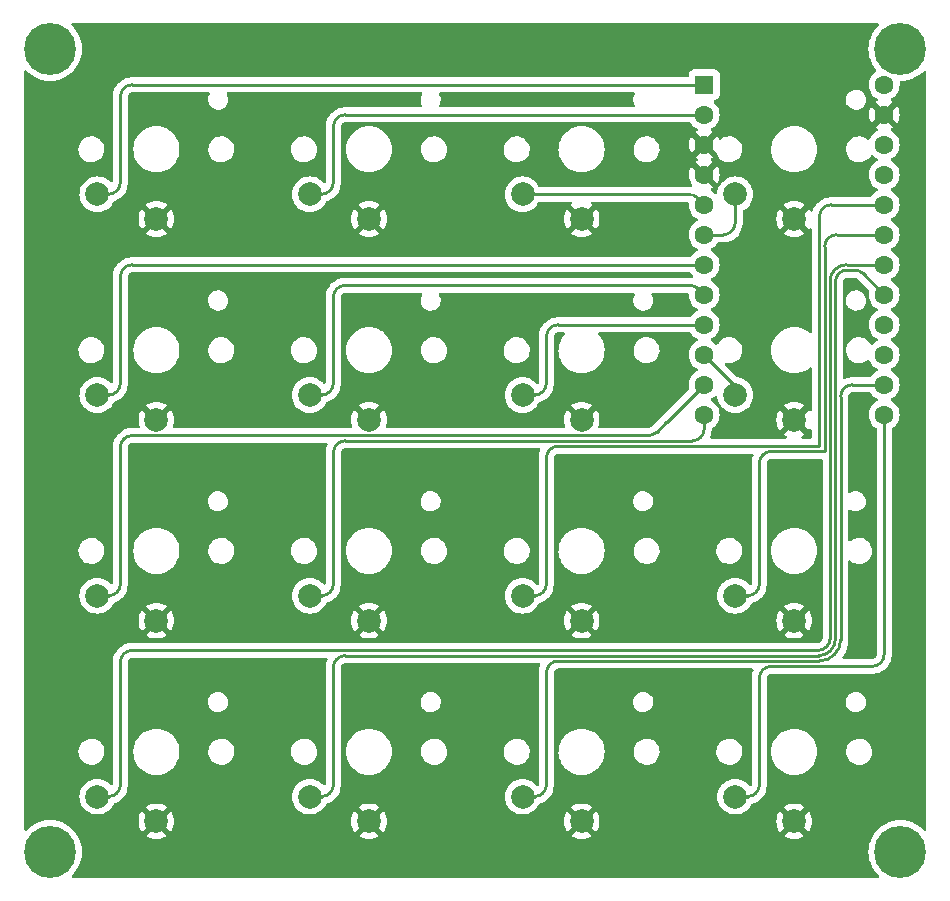
<source format=gbr>
%TF.GenerationSoftware,KiCad,Pcbnew,(7.0.0-rc1-156-g4c5a344629)*%
%TF.CreationDate,2023-03-07T17:57:50+10:30*%
%TF.ProjectId,4x4,3478342e-6b69-4636-9164-5f7063625858,rev?*%
%TF.SameCoordinates,Original*%
%TF.FileFunction,Copper,L1,Top*%
%TF.FilePolarity,Positive*%
%FSLAX46Y46*%
G04 Gerber Fmt 4.6, Leading zero omitted, Abs format (unit mm)*
G04 Created by KiCad (PCBNEW (7.0.0-rc1-156-g4c5a344629)) date 2023-03-07 17:57:50*
%MOMM*%
%LPD*%
G01*
G04 APERTURE LIST*
%TA.AperFunction,ComponentPad*%
%ADD10C,0.700000*%
%TD*%
%TA.AperFunction,ComponentPad*%
%ADD11C,4.400000*%
%TD*%
%TA.AperFunction,ComponentPad*%
%ADD12C,2.000000*%
%TD*%
%TA.AperFunction,ComponentPad*%
%ADD13R,1.600000X1.600000*%
%TD*%
%TA.AperFunction,ComponentPad*%
%ADD14C,1.600000*%
%TD*%
%TA.AperFunction,ViaPad*%
%ADD15C,0.800000*%
%TD*%
%TA.AperFunction,Conductor*%
%ADD16C,0.250000*%
%TD*%
G04 APERTURE END LIST*
D10*
%TO.P,REF\u002A\u002A,1*%
%TO.N,N/C*%
X103850010Y-5666668D03*
X104333284Y-4499942D03*
X104333284Y-6833394D03*
X105500010Y-4016668D03*
D11*
X105500010Y-5666668D03*
D10*
X105500010Y-7316668D03*
X106666736Y-4499942D03*
X106666736Y-6833394D03*
X107150010Y-5666668D03*
%TD*%
%TO.P,REF\u002A\u002A,1*%
%TO.N,N/C*%
X35150010Y-73666684D03*
X34666736Y-74833410D03*
X34666736Y-72499958D03*
X33500010Y-75316684D03*
D11*
X33500010Y-73666684D03*
D10*
X33500010Y-72016684D03*
X32333284Y-74833410D03*
X32333284Y-72499958D03*
X31850010Y-73666684D03*
%TD*%
%TO.P,REF\u002A\u002A,1*%
%TO.N,N/C*%
X31850010Y-5666668D03*
X32333284Y-4499942D03*
X32333284Y-6833394D03*
X33500010Y-4016668D03*
D11*
X33500010Y-5666668D03*
D10*
X33500010Y-7316668D03*
X34666736Y-4499942D03*
X34666736Y-6833394D03*
X35150010Y-5666668D03*
%TD*%
%TO.P,REF\u002A\u002A,1*%
%TO.N,N/C*%
X103850010Y-73666684D03*
X104333284Y-72499958D03*
X104333284Y-74833410D03*
X105500010Y-72016684D03*
D11*
X105500010Y-73666684D03*
D10*
X105500010Y-75316684D03*
X106666736Y-72499958D03*
X106666736Y-74833410D03*
X107150010Y-73666684D03*
%TD*%
D12*
%TO.P,SW13,1,1*%
%TO.N,4*%
X91500010Y-17966670D03*
%TO.P,SW13,2,2*%
%TO.N,GND*%
X96500010Y-20066670D03*
%TD*%
%TO.P,SW11,1,1*%
%TO.N,11*%
X73500010Y-51966678D03*
%TO.P,SW11,2,2*%
%TO.N,GND*%
X78500010Y-54066678D03*
%TD*%
%TO.P,SW2,1,1*%
%TO.N,5*%
X37500010Y-34966674D03*
%TO.P,SW2,2,2*%
%TO.N,GND*%
X42500010Y-37066674D03*
%TD*%
%TO.P,SW5,1,1*%
%TO.N,2*%
X55500010Y-17966670D03*
%TO.P,SW5,2,2*%
%TO.N,GND*%
X60500010Y-20066670D03*
%TD*%
%TO.P,SW4,1,1*%
%TO.N,13*%
X37500010Y-68966682D03*
%TO.P,SW4,2,2*%
%TO.N,GND*%
X42500010Y-71066682D03*
%TD*%
%TO.P,SW3,1,1*%
%TO.N,9*%
X37500010Y-51966678D03*
%TO.P,SW3,2,2*%
%TO.N,GND*%
X42500010Y-54066678D03*
%TD*%
%TO.P,SW14,1,1*%
%TO.N,8*%
X91500010Y-34966674D03*
%TO.P,SW14,2,2*%
%TO.N,GND*%
X96500010Y-37066674D03*
%TD*%
%TO.P,SW1,1,1*%
%TO.N,1*%
X37500010Y-17966670D03*
%TO.P,SW1,2,2*%
%TO.N,GND*%
X42500010Y-20066670D03*
%TD*%
%TO.P,SW16,1,1*%
%TO.N,16*%
X91500010Y-68966682D03*
%TO.P,SW16,2,2*%
%TO.N,GND*%
X96500010Y-71066682D03*
%TD*%
%TO.P,SW12,1,1*%
%TO.N,15*%
X73500010Y-68966682D03*
%TO.P,SW12,2,2*%
%TO.N,GND*%
X78500010Y-71066682D03*
%TD*%
%TO.P,SW8,1,1*%
%TO.N,14*%
X55500010Y-68966682D03*
%TO.P,SW8,2,2*%
%TO.N,GND*%
X60500010Y-71066682D03*
%TD*%
%TO.P,SW15,1,1*%
%TO.N,12*%
X91500010Y-51966678D03*
%TO.P,SW15,2,2*%
%TO.N,GND*%
X96500010Y-54066678D03*
%TD*%
%TO.P,SW9,1,1*%
%TO.N,3*%
X73500010Y-17966670D03*
%TO.P,SW9,2,2*%
%TO.N,GND*%
X78500010Y-20066670D03*
%TD*%
%TO.P,SW7,1,1*%
%TO.N,10*%
X55500010Y-51966678D03*
%TO.P,SW7,2,2*%
%TO.N,GND*%
X60500010Y-54066678D03*
%TD*%
%TO.P,SW10,1,1*%
%TO.N,7*%
X73500010Y-34966674D03*
%TO.P,SW10,2,2*%
%TO.N,GND*%
X78500010Y-37066674D03*
%TD*%
%TO.P,SW6,1,1*%
%TO.N,6*%
X55500010Y-34966674D03*
%TO.P,SW6,2,2*%
%TO.N,GND*%
X60500010Y-37066674D03*
%TD*%
D13*
%TO.P,U1,1,TX*%
%TO.N,1*%
X88880009Y-8696671D03*
D14*
%TO.P,U1,2,RX*%
%TO.N,2*%
X88880010Y-11236672D03*
%TO.P,U1,3,GND*%
%TO.N,GND*%
X88880010Y-13776672D03*
%TO.P,U1,4,GND*%
X88880010Y-16316672D03*
%TO.P,U1,5,SDA*%
%TO.N,3*%
X88880010Y-18856672D03*
%TO.P,U1,6,SCL*%
%TO.N,4*%
X88880010Y-21396672D03*
%TO.P,U1,7,D4*%
%TO.N,5*%
X88880010Y-23936672D03*
%TO.P,U1,8,C6*%
%TO.N,6*%
X88880010Y-26476672D03*
%TO.P,U1,9,D7*%
%TO.N,7*%
X88880010Y-29016672D03*
%TO.P,U1,10,E6*%
%TO.N,8*%
X88880010Y-31556672D03*
%TO.P,U1,11,B4*%
%TO.N,9*%
X88880010Y-34096672D03*
%TO.P,U1,12,B5*%
%TO.N,10*%
X88880010Y-36636672D03*
%TO.P,U1,13,B6*%
%TO.N,16*%
X104120010Y-36636672D03*
%TO.P,U1,14,B2*%
%TO.N,15*%
X104120010Y-34096672D03*
%TO.P,U1,15,B3*%
%TO.N,unconnected-(U1-B3-Pad15)*%
X104120010Y-31556672D03*
%TO.P,U1,16,B1*%
%TO.N,unconnected-(U1-B1-Pad16)*%
X104120010Y-29016672D03*
%TO.P,U1,17,F7*%
%TO.N,14*%
X104120010Y-26476672D03*
%TO.P,U1,18,F6*%
%TO.N,13*%
X104120010Y-23936672D03*
%TO.P,U1,19,F5*%
%TO.N,12*%
X104120010Y-21396672D03*
%TO.P,U1,20,F4*%
%TO.N,11*%
X104120010Y-18856672D03*
%TO.P,U1,21,VCC*%
%TO.N,unconnected-(U1-VCC-Pad21)*%
X104120010Y-16316672D03*
%TO.P,U1,22,RST*%
%TO.N,unconnected-(U1-RST-Pad22)*%
X104120010Y-13776672D03*
%TO.P,U1,23,GND*%
%TO.N,GND*%
X104120010Y-11236672D03*
%TO.P,U1,24,RAW*%
%TO.N,unconnected-(U1-RAW-Pad24)*%
X104120010Y-8696672D03*
%TD*%
D15*
%TO.N,GND*%
X102300010Y-45966682D03*
X101900010Y-28966682D03*
X75500010Y-9916669D03*
%TD*%
D16*
%TO.N,1*%
X40452010Y-8696672D02*
X88880010Y-8696672D01*
X37500010Y-17966670D02*
X38452010Y-17966670D01*
X39452010Y-16966670D02*
X39452010Y-9696672D01*
X40452010Y-8696710D02*
G75*
G03*
X39452010Y-9696672I-10J-999990D01*
G01*
X38452010Y-17966710D02*
G75*
G03*
X39452010Y-16966670I-10J1000010D01*
G01*
%TO.N,5*%
X40452010Y-23936672D02*
X88880010Y-23936672D01*
X37500010Y-34966674D02*
X38452010Y-34966674D01*
X39452010Y-33966674D02*
X39452010Y-24936672D01*
X38452010Y-34966710D02*
G75*
G03*
X39452010Y-33966674I-10J1000010D01*
G01*
X40452010Y-23936710D02*
G75*
G03*
X39452010Y-24936672I-10J-999990D01*
G01*
%TO.N,9*%
X85680010Y-37280670D02*
X85696012Y-37280670D01*
X40452010Y-38391674D02*
X84154792Y-38391674D01*
X84861899Y-38098781D02*
X85680010Y-37280670D01*
X37500010Y-51966678D02*
X38452010Y-51966678D01*
X85696012Y-37280670D02*
X88880010Y-34096672D01*
X39452010Y-50966678D02*
X39452010Y-39391674D01*
X40452010Y-38391710D02*
G75*
G03*
X39452010Y-39391674I-10J-999990D01*
G01*
X38452010Y-51966710D02*
G75*
G03*
X39452010Y-50966678I-10J1000010D01*
G01*
X84154792Y-38391676D02*
G75*
G03*
X84861899Y-38098781I8J999976D01*
G01*
%TO.N,13*%
X40452010Y-56584670D02*
X98534010Y-56584670D01*
X100934010Y-23936672D02*
X104120010Y-23936672D01*
X99534010Y-55584670D02*
X99534010Y-25336672D01*
X39452010Y-67966682D02*
X39452010Y-57584670D01*
X37500010Y-68966682D02*
X38452010Y-68966682D01*
X98534010Y-56584710D02*
G75*
G03*
X99534010Y-55584670I-10J1000010D01*
G01*
X38452010Y-68966710D02*
G75*
G03*
X39452010Y-67966682I-10J1000010D01*
G01*
X40452010Y-56584710D02*
G75*
G03*
X39452010Y-57584670I-10J-999990D01*
G01*
X100934010Y-23936710D02*
G75*
G03*
X99534010Y-25336672I-10J-1399990D01*
G01*
%TO.N,2*%
X57486010Y-16966670D02*
X57486010Y-12236672D01*
X58486010Y-11236672D02*
X88880010Y-11236672D01*
X55500010Y-17966670D02*
X56486010Y-17966670D01*
X58486010Y-11236710D02*
G75*
G03*
X57486010Y-12236672I-10J-999990D01*
G01*
X56486010Y-17966710D02*
G75*
G03*
X57486010Y-16966670I-10J1000010D01*
G01*
%TO.N,6*%
X88880010Y-26476672D02*
X88372904Y-25969566D01*
X57486010Y-26676673D02*
X57486010Y-33966674D01*
X87665797Y-25676673D02*
X58486010Y-25676673D01*
X56486010Y-34966674D02*
X55500010Y-34966674D01*
X88372911Y-25969559D02*
G75*
G03*
X87665797Y-25676673I-707111J-707141D01*
G01*
X58486010Y-25676710D02*
G75*
G03*
X57486010Y-26676673I-10J-999990D01*
G01*
X56486010Y-34966710D02*
G75*
G03*
X57486010Y-33966674I-10J1000010D01*
G01*
%TO.N,10*%
X88880010Y-37841674D02*
X88880010Y-36636672D01*
X57486010Y-50966678D02*
X57486010Y-39841674D01*
X58486010Y-38841674D02*
X87880010Y-38841674D01*
X55500010Y-51966678D02*
X56486010Y-51966678D01*
X56486010Y-51966710D02*
G75*
G03*
X57486010Y-50966678I-10J1000010D01*
G01*
X87880010Y-38841710D02*
G75*
G03*
X88880010Y-37841674I-10J1000010D01*
G01*
X58486010Y-38841710D02*
G75*
G03*
X57486010Y-39841674I-10J-999990D01*
G01*
%TO.N,14*%
X58486010Y-57034670D02*
X98584010Y-57034670D01*
X99984010Y-55634670D02*
X99984010Y-25386672D01*
X55500010Y-68966682D02*
X56486010Y-68966682D01*
X100984010Y-24386672D02*
X101615796Y-24386672D01*
X102322903Y-24679565D02*
X104120010Y-26476672D01*
X57486010Y-67966682D02*
X57486010Y-58034670D01*
X102322911Y-24679557D02*
G75*
G03*
X101615796Y-24386672I-707111J-707143D01*
G01*
X58486010Y-57034710D02*
G75*
G03*
X57486010Y-58034670I-10J-999990D01*
G01*
X100984010Y-24386710D02*
G75*
G03*
X99984010Y-25386672I-10J-999990D01*
G01*
X56486010Y-68966710D02*
G75*
G03*
X57486010Y-67966682I-10J1000010D01*
G01*
X98584010Y-57034710D02*
G75*
G03*
X99984010Y-55634670I-10J1400010D01*
G01*
%TO.N,3*%
X88282901Y-18259563D02*
X88880010Y-18856672D01*
X73500010Y-17966670D02*
X87575794Y-17966670D01*
X88282910Y-18259554D02*
G75*
G03*
X87575794Y-17966670I-707110J-707146D01*
G01*
%TO.N,7*%
X76520010Y-29016672D02*
X88880010Y-29016672D01*
X75520010Y-33966674D02*
X75520010Y-30016672D01*
X73500010Y-34966674D02*
X74520010Y-34966674D01*
X74520010Y-34966710D02*
G75*
G03*
X75520010Y-33966674I-10J1000010D01*
G01*
X76520010Y-29016710D02*
G75*
G03*
X75520010Y-30016672I-10J-999990D01*
G01*
%TO.N,11*%
X75520010Y-50966678D02*
X75520010Y-40291674D01*
X99634010Y-18856672D02*
X104120010Y-18856672D01*
X98634010Y-39291674D02*
X98634010Y-19856672D01*
X76520010Y-39291674D02*
X98634010Y-39291674D01*
X73500010Y-51966678D02*
X74520010Y-51966678D01*
X74520010Y-51966710D02*
G75*
G03*
X75520010Y-50966678I-10J1000010D01*
G01*
X76520010Y-39291710D02*
G75*
G03*
X75520010Y-40291674I-10J-999990D01*
G01*
X99634010Y-18856710D02*
G75*
G03*
X98634010Y-19856672I-10J-999990D01*
G01*
%TO.N,15*%
X100434010Y-55684670D02*
X100434010Y-35096672D01*
X75520010Y-67966682D02*
X75520010Y-58484670D01*
X101434010Y-34096672D02*
X104120010Y-34096672D01*
X76520010Y-57484670D02*
X98634010Y-57484670D01*
X73500010Y-68966682D02*
X74520010Y-68966682D01*
X101434010Y-34096710D02*
G75*
G03*
X100434010Y-35096672I-10J-999990D01*
G01*
X74520010Y-68966710D02*
G75*
G03*
X75520010Y-67966682I-10J1000010D01*
G01*
X76520010Y-57484710D02*
G75*
G03*
X75520010Y-58484670I-10J-999990D01*
G01*
X98634010Y-57484710D02*
G75*
G03*
X100434010Y-55684670I-10J1800010D01*
G01*
%TO.N,4*%
X88880010Y-21396672D02*
X90500010Y-21396672D01*
X91500010Y-20396672D02*
X91500010Y-17966670D01*
X90500010Y-21396710D02*
G75*
G03*
X91500010Y-20396672I-10J1000010D01*
G01*
%TO.N,8*%
X91500010Y-34176672D02*
X91500010Y-34966674D01*
X88880010Y-31556672D02*
X91500010Y-34176672D01*
%TO.N,12*%
X100084010Y-21396672D02*
X104120010Y-21396672D01*
X91500010Y-51966678D02*
X92554010Y-51966678D01*
X99084010Y-39741674D02*
X99084010Y-22396672D01*
X93554010Y-50966678D02*
X93554010Y-40741674D01*
X94554010Y-39741674D02*
X99084010Y-39741674D01*
X94554010Y-39741710D02*
G75*
G03*
X93554010Y-40741674I-10J-999990D01*
G01*
X92554010Y-51966710D02*
G75*
G03*
X93554010Y-50966678I-10J1000010D01*
G01*
X100084010Y-21396710D02*
G75*
G03*
X99084010Y-22396672I-10J-999990D01*
G01*
%TO.N,16*%
X93554010Y-67966682D02*
X93554010Y-58934670D01*
X91500010Y-68966682D02*
X92554010Y-68966682D01*
X104120010Y-56934670D02*
X104120010Y-36636672D01*
X94554010Y-57934670D02*
X103120010Y-57934670D01*
X103120010Y-57934710D02*
G75*
G03*
X104120010Y-56934670I-10J1000010D01*
G01*
X92554010Y-68966710D02*
G75*
G03*
X93554010Y-67966682I-10J1000010D01*
G01*
X94554010Y-57934710D02*
G75*
G03*
X93554010Y-58934670I-10J-999990D01*
G01*
%TD*%
%TA.AperFunction,Conductor*%
%TO.N,GND*%
G36*
X102958796Y-34744409D02*
G01*
X103003829Y-34783901D01*
X103050607Y-34850706D01*
X103113812Y-34940972D01*
X103275710Y-35102870D01*
X103463261Y-35234195D01*
X103498393Y-35250577D01*
X103502467Y-35252477D01*
X103555484Y-35298972D01*
X103575217Y-35366672D01*
X103555484Y-35434372D01*
X103502467Y-35480867D01*
X103468248Y-35496823D01*
X103468243Y-35496825D01*
X103463261Y-35499149D01*
X103458762Y-35502299D01*
X103458752Y-35502305D01*
X103280221Y-35627315D01*
X103280218Y-35627317D01*
X103275710Y-35630474D01*
X103271818Y-35634365D01*
X103271812Y-35634371D01*
X103117709Y-35788474D01*
X103117703Y-35788480D01*
X103113812Y-35792372D01*
X103110655Y-35796880D01*
X103110653Y-35796883D01*
X102985643Y-35975414D01*
X102985637Y-35975424D01*
X102982487Y-35979923D01*
X102980163Y-35984905D01*
X102980161Y-35984910D01*
X102888049Y-36182446D01*
X102888046Y-36182451D01*
X102885726Y-36187429D01*
X102884303Y-36192737D01*
X102884303Y-36192739D01*
X102857495Y-36292787D01*
X102826467Y-36408585D01*
X102825988Y-36414058D01*
X102825987Y-36414065D01*
X102813305Y-36559025D01*
X102806512Y-36636672D01*
X102806991Y-36642147D01*
X102825511Y-36853842D01*
X102826467Y-36864759D01*
X102885726Y-37085915D01*
X102982487Y-37293421D01*
X102985640Y-37297924D01*
X102985643Y-37297929D01*
X103012853Y-37336788D01*
X103113812Y-37480972D01*
X103275710Y-37642870D01*
X103355840Y-37698978D01*
X103432781Y-37752853D01*
X103472273Y-37797886D01*
X103486510Y-37856066D01*
X103486510Y-56857760D01*
X103486508Y-56857768D01*
X103486508Y-56857786D01*
X103486508Y-56857787D01*
X103486509Y-56926428D01*
X103485432Y-56942872D01*
X103476188Y-57013104D01*
X103467675Y-57044877D01*
X103443757Y-57102624D01*
X103427312Y-57131110D01*
X103389268Y-57180693D01*
X103366008Y-57203954D01*
X103316417Y-57242007D01*
X103287932Y-57258453D01*
X103230191Y-57282371D01*
X103198420Y-57290885D01*
X103156211Y-57296442D01*
X103128494Y-57300092D01*
X103112047Y-57301170D01*
X100715240Y-57301170D01*
X100650056Y-57282999D01*
X100603673Y-57233726D01*
X100589470Y-57167563D01*
X100611543Y-57103595D01*
X100720375Y-56945921D01*
X100857187Y-56685239D01*
X100961580Y-56409966D01*
X101032031Y-56124117D01*
X101067512Y-55831861D01*
X101067510Y-55684659D01*
X101067510Y-55664700D01*
X101067510Y-49092365D01*
X101080972Y-49035697D01*
X101118482Y-48991138D01*
X101172024Y-48968210D01*
X101230158Y-48971812D01*
X101280460Y-49001175D01*
X101312287Y-49031522D01*
X101312292Y-49031526D01*
X101316632Y-49035664D01*
X101493438Y-49149291D01*
X101688553Y-49227403D01*
X101894925Y-49267178D01*
X102049434Y-49267178D01*
X102052435Y-49267178D01*
X102209228Y-49252206D01*
X102410885Y-49192994D01*
X102597692Y-49096689D01*
X102762896Y-48966770D01*
X102900529Y-48807934D01*
X103005614Y-48625922D01*
X103074354Y-48427311D01*
X103104264Y-48219280D01*
X103094264Y-48009348D01*
X103044714Y-47805102D01*
X102957406Y-47613925D01*
X102835496Y-47442726D01*
X102683388Y-47297692D01*
X102678346Y-47294452D01*
X102678344Y-47294450D01*
X102511630Y-47187309D01*
X102511628Y-47187308D01*
X102506582Y-47184065D01*
X102501007Y-47181833D01*
X102317039Y-47108183D01*
X102317032Y-47108181D01*
X102311467Y-47105953D01*
X102305579Y-47104818D01*
X102305575Y-47104817D01*
X102110983Y-47067312D01*
X102110974Y-47067311D01*
X102105095Y-47066178D01*
X101947585Y-47066178D01*
X101944607Y-47066462D01*
X101944593Y-47066463D01*
X101796767Y-47080579D01*
X101796762Y-47080579D01*
X101790792Y-47081150D01*
X101785042Y-47082838D01*
X101785033Y-47082840D01*
X101594899Y-47138669D01*
X101594894Y-47138670D01*
X101589135Y-47140362D01*
X101583797Y-47143113D01*
X101583794Y-47143115D01*
X101407669Y-47233913D01*
X101407664Y-47233915D01*
X101402328Y-47236667D01*
X101397612Y-47240375D01*
X101397610Y-47240377D01*
X101355091Y-47273814D01*
X101271396Y-47339633D01*
X101206979Y-47365868D01*
X101138455Y-47353926D01*
X101086709Y-47307445D01*
X101067510Y-47240590D01*
X101067510Y-44793059D01*
X101086435Y-44726644D01*
X101137525Y-44680180D01*
X101205432Y-44667624D01*
X101269759Y-44692749D01*
X101273502Y-44695594D01*
X101273504Y-44695595D01*
X101278946Y-44699732D01*
X101446843Y-44777410D01*
X101627513Y-44817178D01*
X101762708Y-44817178D01*
X101766123Y-44817178D01*
X101903920Y-44802192D01*
X102079231Y-44743122D01*
X102237746Y-44647748D01*
X102372051Y-44520527D01*
X102475868Y-44367408D01*
X102544341Y-44195553D01*
X102574270Y-44012995D01*
X102564255Y-43828271D01*
X102514764Y-43650019D01*
X102428110Y-43486574D01*
X102366046Y-43413506D01*
X102312771Y-43350786D01*
X102312769Y-43350784D01*
X102308347Y-43345578D01*
X102161074Y-43233624D01*
X102154870Y-43230754D01*
X102154869Y-43230753D01*
X101999380Y-43158816D01*
X101999381Y-43158816D01*
X101993177Y-43155946D01*
X101986508Y-43154478D01*
X101986502Y-43154476D01*
X101819177Y-43117646D01*
X101819175Y-43117645D01*
X101812507Y-43116178D01*
X101673897Y-43116178D01*
X101670510Y-43116546D01*
X101670498Y-43116547D01*
X101542889Y-43130425D01*
X101542883Y-43130426D01*
X101536100Y-43131164D01*
X101529632Y-43133343D01*
X101529629Y-43133344D01*
X101367266Y-43188051D01*
X101367261Y-43188053D01*
X101360789Y-43190234D01*
X101354938Y-43193754D01*
X101354930Y-43193758D01*
X101258469Y-43251797D01*
X101195216Y-43269821D01*
X101131497Y-43253516D01*
X101084676Y-43207325D01*
X101067510Y-43143833D01*
X101067510Y-35104952D01*
X101068588Y-35088504D01*
X101077834Y-35018283D01*
X101086346Y-34986516D01*
X101110267Y-34928767D01*
X101126713Y-34900287D01*
X101164760Y-34850706D01*
X101188016Y-34827451D01*
X101188452Y-34827115D01*
X101237602Y-34789402D01*
X101266078Y-34772962D01*
X101323832Y-34749041D01*
X101355590Y-34740532D01*
X101426103Y-34731250D01*
X101442548Y-34730172D01*
X101510925Y-34730173D01*
X101510929Y-34730172D01*
X102900616Y-34730172D01*
X102958796Y-34744409D01*
G37*
%TD.AperFunction*%
%TA.AperFunction,Conductor*%
G36*
X101623987Y-25021250D02*
G01*
X101634168Y-25022590D01*
X101694216Y-25030495D01*
X101725985Y-25039007D01*
X101783735Y-25062927D01*
X101812221Y-25079373D01*
X101868355Y-25122445D01*
X101880739Y-25133305D01*
X102810859Y-26063426D01*
X102843468Y-26119907D01*
X102843469Y-26185129D01*
X102827891Y-26243266D01*
X102827888Y-26243279D01*
X102826467Y-26248585D01*
X102825988Y-26254058D01*
X102825987Y-26254065D01*
X102812568Y-26407451D01*
X102806512Y-26476672D01*
X102806991Y-26482147D01*
X102822253Y-26656599D01*
X102826467Y-26704759D01*
X102885726Y-26925915D01*
X102888048Y-26930895D01*
X102888049Y-26930897D01*
X102980161Y-27128433D01*
X102982487Y-27133421D01*
X102985640Y-27137924D01*
X102985643Y-27137929D01*
X103030433Y-27201895D01*
X103113812Y-27320972D01*
X103275710Y-27482870D01*
X103463261Y-27614195D01*
X103498393Y-27630577D01*
X103502467Y-27632477D01*
X103555484Y-27678972D01*
X103575217Y-27746672D01*
X103555484Y-27814372D01*
X103502467Y-27860867D01*
X103468248Y-27876823D01*
X103468243Y-27876825D01*
X103463261Y-27879149D01*
X103458762Y-27882299D01*
X103458752Y-27882305D01*
X103280221Y-28007315D01*
X103280218Y-28007317D01*
X103275710Y-28010474D01*
X103271818Y-28014365D01*
X103271812Y-28014371D01*
X103117709Y-28168474D01*
X103117703Y-28168480D01*
X103113812Y-28172372D01*
X103110655Y-28176880D01*
X103110653Y-28176883D01*
X102985643Y-28355414D01*
X102985637Y-28355424D01*
X102982487Y-28359923D01*
X102980163Y-28364905D01*
X102980161Y-28364910D01*
X102888049Y-28562446D01*
X102888046Y-28562451D01*
X102885726Y-28567429D01*
X102826467Y-28788585D01*
X102825988Y-28794058D01*
X102825987Y-28794065D01*
X102820592Y-28855735D01*
X102806512Y-29016672D01*
X102806991Y-29022147D01*
X102825271Y-29231096D01*
X102826467Y-29244759D01*
X102885726Y-29465915D01*
X102888048Y-29470895D01*
X102888049Y-29470897D01*
X102976476Y-29660531D01*
X102982487Y-29673421D01*
X102985640Y-29677924D01*
X102985643Y-29677929D01*
X103050607Y-29770706D01*
X103113812Y-29860972D01*
X103275710Y-30022870D01*
X103463261Y-30154195D01*
X103498393Y-30170577D01*
X103502467Y-30172477D01*
X103555484Y-30218972D01*
X103575217Y-30286672D01*
X103555484Y-30354372D01*
X103502467Y-30400867D01*
X103468248Y-30416823D01*
X103468243Y-30416825D01*
X103463261Y-30419149D01*
X103458762Y-30422299D01*
X103458752Y-30422305D01*
X103280221Y-30547315D01*
X103280218Y-30547317D01*
X103275710Y-30550474D01*
X103271817Y-30554366D01*
X103271818Y-30554366D01*
X103165627Y-30660557D01*
X103114180Y-30691705D01*
X103054155Y-30695458D01*
X102999229Y-30670961D01*
X102961916Y-30623796D01*
X102957406Y-30613921D01*
X102835496Y-30442722D01*
X102683388Y-30297688D01*
X102678346Y-30294448D01*
X102678344Y-30294446D01*
X102511630Y-30187305D01*
X102511628Y-30187304D01*
X102506582Y-30184061D01*
X102501007Y-30181829D01*
X102317039Y-30108179D01*
X102317032Y-30108177D01*
X102311467Y-30105949D01*
X102305579Y-30104814D01*
X102305575Y-30104813D01*
X102110983Y-30067308D01*
X102110974Y-30067307D01*
X102105095Y-30066174D01*
X101947585Y-30066174D01*
X101944607Y-30066458D01*
X101944593Y-30066459D01*
X101796767Y-30080575D01*
X101796762Y-30080575D01*
X101790792Y-30081146D01*
X101785042Y-30082834D01*
X101785033Y-30082836D01*
X101594899Y-30138665D01*
X101594894Y-30138666D01*
X101589135Y-30140358D01*
X101583797Y-30143109D01*
X101583794Y-30143111D01*
X101407669Y-30233909D01*
X101407664Y-30233911D01*
X101402328Y-30236663D01*
X101397608Y-30240374D01*
X101397603Y-30240378D01*
X101252650Y-30354372D01*
X101237124Y-30366582D01*
X101233195Y-30371116D01*
X101233189Y-30371122D01*
X101103423Y-30520879D01*
X101103417Y-30520886D01*
X101099491Y-30525418D01*
X101096493Y-30530610D01*
X101096487Y-30530619D01*
X100997408Y-30702229D01*
X100997404Y-30702235D01*
X100994406Y-30707430D01*
X100992444Y-30713097D01*
X100992442Y-30713103D01*
X100930224Y-30892871D01*
X100925666Y-30906041D01*
X100924812Y-30911978D01*
X100924812Y-30911980D01*
X100897428Y-31102446D01*
X100895756Y-31114072D01*
X100896041Y-31120059D01*
X100896041Y-31120063D01*
X100898475Y-31171162D01*
X100905756Y-31324004D01*
X100907171Y-31329837D01*
X100907172Y-31329843D01*
X100929376Y-31421367D01*
X100955306Y-31528250D01*
X100957800Y-31533711D01*
X101039765Y-31713190D01*
X101042614Y-31719427D01*
X101164524Y-31890626D01*
X101168866Y-31894766D01*
X101259103Y-31980807D01*
X101316632Y-32035660D01*
X101493438Y-32149287D01*
X101688553Y-32227399D01*
X101894925Y-32267174D01*
X102049434Y-32267174D01*
X102052435Y-32267174D01*
X102209228Y-32252202D01*
X102410885Y-32192990D01*
X102597692Y-32096685D01*
X102714493Y-32004830D01*
X102765351Y-31980807D01*
X102821598Y-31981309D01*
X102872022Y-32006237D01*
X102906574Y-32050624D01*
X102982487Y-32213421D01*
X102985640Y-32217924D01*
X102985643Y-32217929D01*
X103019925Y-32266888D01*
X103113812Y-32400972D01*
X103275710Y-32562870D01*
X103463261Y-32694195D01*
X103502465Y-32712476D01*
X103555483Y-32758969D01*
X103575217Y-32826668D01*
X103555486Y-32894369D01*
X103502469Y-32940865D01*
X103468249Y-32956822D01*
X103468239Y-32956827D01*
X103463261Y-32959149D01*
X103458762Y-32962299D01*
X103458752Y-32962305D01*
X103280221Y-33087315D01*
X103280218Y-33087317D01*
X103275710Y-33090474D01*
X103271818Y-33094365D01*
X103271812Y-33094371D01*
X103117709Y-33248474D01*
X103117703Y-33248480D01*
X103113812Y-33252372D01*
X103110655Y-33256880D01*
X103110653Y-33256883D01*
X103003829Y-33409443D01*
X102958796Y-33448935D01*
X102900616Y-33463172D01*
X101394154Y-33463172D01*
X101393963Y-33463195D01*
X101393559Y-33463208D01*
X101321685Y-33463208D01*
X101321684Y-33463208D01*
X101317188Y-33463208D01*
X101312747Y-33463846D01*
X101312739Y-33463847D01*
X101090357Y-33495818D01*
X101090347Y-33495819D01*
X101085910Y-33496458D01*
X101081606Y-33497721D01*
X101081600Y-33497723D01*
X100866036Y-33561015D01*
X100866024Y-33561019D01*
X100861717Y-33562284D01*
X100795846Y-33592364D01*
X100734520Y-33603428D01*
X100675388Y-33583746D01*
X100632922Y-33538134D01*
X100617510Y-33477749D01*
X100617510Y-26993118D01*
X100631189Y-26941128D01*
X100630667Y-26939069D01*
X100854121Y-26939069D01*
X100869325Y-26986297D01*
X100875765Y-27105081D01*
X100877592Y-27111663D01*
X100877593Y-27111666D01*
X100923427Y-27276748D01*
X100923429Y-27276753D01*
X100925256Y-27283333D01*
X100928455Y-27289368D01*
X100928456Y-27289369D01*
X100966461Y-27361054D01*
X101011910Y-27446778D01*
X101016333Y-27451985D01*
X101016335Y-27451988D01*
X101078540Y-27525222D01*
X101131673Y-27587774D01*
X101278946Y-27699728D01*
X101446843Y-27777406D01*
X101627513Y-27817174D01*
X101762708Y-27817174D01*
X101766123Y-27817174D01*
X101903920Y-27802188D01*
X102079231Y-27743118D01*
X102237746Y-27647744D01*
X102372051Y-27520523D01*
X102475868Y-27367404D01*
X102544341Y-27195549D01*
X102574270Y-27012991D01*
X102564255Y-26828267D01*
X102514764Y-26650015D01*
X102428110Y-26486570D01*
X102394629Y-26447153D01*
X102312771Y-26350782D01*
X102312769Y-26350780D01*
X102308347Y-26345574D01*
X102161074Y-26233620D01*
X102154870Y-26230750D01*
X102154869Y-26230749D01*
X101999380Y-26158812D01*
X101999381Y-26158812D01*
X101993177Y-26155942D01*
X101986508Y-26154474D01*
X101986502Y-26154472D01*
X101819177Y-26117642D01*
X101819175Y-26117641D01*
X101812507Y-26116174D01*
X101673897Y-26116174D01*
X101670510Y-26116542D01*
X101670498Y-26116543D01*
X101542889Y-26130421D01*
X101542883Y-26130422D01*
X101536100Y-26131160D01*
X101529632Y-26133339D01*
X101529629Y-26133340D01*
X101367266Y-26188047D01*
X101367261Y-26188049D01*
X101360789Y-26190230D01*
X101354938Y-26193750D01*
X101354930Y-26193754D01*
X101208132Y-26282078D01*
X101208123Y-26282084D01*
X101202274Y-26285604D01*
X101197314Y-26290301D01*
X101197309Y-26290306D01*
X101072930Y-26408125D01*
X101072927Y-26408128D01*
X101067969Y-26412825D01*
X101064138Y-26418475D01*
X101064134Y-26418480D01*
X100967987Y-26560286D01*
X100967982Y-26560294D01*
X100964152Y-26565944D01*
X100961626Y-26572282D01*
X100961621Y-26572293D01*
X100898207Y-26731452D01*
X100898205Y-26731459D01*
X100895679Y-26737799D01*
X100894575Y-26744529D01*
X100894573Y-26744539D01*
X100867850Y-26907548D01*
X100854121Y-26939069D01*
X100630667Y-26939069D01*
X100617510Y-26887163D01*
X100617510Y-25394952D01*
X100618588Y-25378504D01*
X100620599Y-25363230D01*
X100627834Y-25308279D01*
X100636346Y-25276516D01*
X100660267Y-25218767D01*
X100676713Y-25190287D01*
X100714760Y-25140706D01*
X100738016Y-25117451D01*
X100738452Y-25117115D01*
X100787602Y-25079402D01*
X100816078Y-25062962D01*
X100873832Y-25039041D01*
X100905590Y-25030532D01*
X100976103Y-25021250D01*
X100992548Y-25020172D01*
X101060925Y-25020173D01*
X101060929Y-25020172D01*
X101538878Y-25020172D01*
X101607543Y-25020172D01*
X101623987Y-25021250D01*
G37*
%TD.AperFunction*%
%TA.AperFunction,Conductor*%
G36*
X82951306Y-9348208D02*
G01*
X82997669Y-9397153D01*
X83012161Y-9462994D01*
X82990634Y-9526882D01*
X82967988Y-9560281D01*
X82967984Y-9560287D01*
X82964152Y-9565940D01*
X82961626Y-9572278D01*
X82961621Y-9572289D01*
X82898207Y-9731448D01*
X82898205Y-9731455D01*
X82895679Y-9737795D01*
X82894575Y-9744525D01*
X82894573Y-9744535D01*
X82875655Y-9859933D01*
X82865750Y-9920353D01*
X82866119Y-9927166D01*
X82866119Y-9927173D01*
X82871946Y-10034644D01*
X82875765Y-10105077D01*
X82877592Y-10111659D01*
X82877593Y-10111662D01*
X82923427Y-10276744D01*
X82923429Y-10276749D01*
X82925256Y-10283329D01*
X82928455Y-10289364D01*
X82928456Y-10289365D01*
X82996735Y-10418152D01*
X83011367Y-10480584D01*
X82993377Y-10542132D01*
X82947425Y-10586855D01*
X82885413Y-10603172D01*
X66553672Y-10603172D01*
X66488712Y-10585136D01*
X66442350Y-10536192D01*
X66427857Y-10470351D01*
X66449383Y-10406463D01*
X66458937Y-10392372D01*
X66475868Y-10367400D01*
X66544341Y-10195545D01*
X66574270Y-10012987D01*
X66564255Y-9828263D01*
X66514764Y-9650011D01*
X66461031Y-9548660D01*
X66443287Y-9515192D01*
X66428655Y-9452760D01*
X66446645Y-9391212D01*
X66492597Y-9346489D01*
X66554609Y-9330172D01*
X82886346Y-9330172D01*
X82951306Y-9348208D01*
G37*
%TD.AperFunction*%
%TA.AperFunction,Conductor*%
G36*
X103622123Y-3480903D02*
G01*
X103666856Y-3519109D01*
X103689369Y-3573459D01*
X103684753Y-3632106D01*
X103654015Y-3682265D01*
X103471665Y-3864614D01*
X103471657Y-3864622D01*
X103468963Y-3867317D01*
X103466619Y-3870308D01*
X103466610Y-3870319D01*
X103269227Y-4122260D01*
X103269219Y-4122271D01*
X103266884Y-4125252D01*
X103097368Y-4405664D01*
X103095810Y-4409125D01*
X103095803Y-4409139D01*
X102964453Y-4700988D01*
X102964448Y-4701000D01*
X102962889Y-4704465D01*
X102961760Y-4708086D01*
X102961755Y-4708101D01*
X102866539Y-5013663D01*
X102865407Y-5017297D01*
X102864723Y-5021027D01*
X102864720Y-5021041D01*
X102807028Y-5335855D01*
X102807026Y-5335870D01*
X102806343Y-5339598D01*
X102786559Y-5666668D01*
X102806343Y-5993738D01*
X102807026Y-5997467D01*
X102807028Y-5997480D01*
X102864720Y-6312294D01*
X102864722Y-6312305D01*
X102865407Y-6316039D01*
X102866538Y-6319670D01*
X102866539Y-6319672D01*
X102961755Y-6625234D01*
X102961758Y-6625243D01*
X102962889Y-6628871D01*
X102964450Y-6632341D01*
X102964453Y-6632347D01*
X103095803Y-6924196D01*
X103095807Y-6924203D01*
X103097368Y-6927672D01*
X103266884Y-7208084D01*
X103269227Y-7211075D01*
X103269233Y-7211083D01*
X103432062Y-7418920D01*
X103457924Y-7481158D01*
X103448007Y-7547823D01*
X103405148Y-7599839D01*
X103280221Y-7687314D01*
X103280211Y-7687322D01*
X103275710Y-7690474D01*
X103271818Y-7694365D01*
X103271812Y-7694371D01*
X103117709Y-7848474D01*
X103117703Y-7848480D01*
X103113812Y-7852372D01*
X103110655Y-7856880D01*
X103110653Y-7856883D01*
X102985643Y-8035414D01*
X102985637Y-8035424D01*
X102982487Y-8039923D01*
X102980163Y-8044905D01*
X102980161Y-8044910D01*
X102888049Y-8242446D01*
X102888046Y-8242451D01*
X102885726Y-8247429D01*
X102884303Y-8252737D01*
X102884303Y-8252739D01*
X102849338Y-8383229D01*
X102826467Y-8468585D01*
X102825988Y-8474058D01*
X102825987Y-8474065D01*
X102822430Y-8514724D01*
X102806512Y-8696672D01*
X102806991Y-8702147D01*
X102825003Y-8908035D01*
X102826467Y-8924759D01*
X102885726Y-9145915D01*
X102888048Y-9150895D01*
X102888049Y-9150897D01*
X102980056Y-9348208D01*
X102982487Y-9353421D01*
X102985640Y-9357924D01*
X102985643Y-9357929D01*
X103050607Y-9450706D01*
X103113812Y-9540972D01*
X103275710Y-9702870D01*
X103463261Y-9834195D01*
X103468243Y-9836518D01*
X103468255Y-9836525D01*
X103503056Y-9852752D01*
X103556074Y-9899245D01*
X103575808Y-9966944D01*
X103556077Y-10034644D01*
X103503061Y-10081140D01*
X103468502Y-10097255D01*
X103459005Y-10102739D01*
X103403423Y-10141657D01*
X103395870Y-10149899D01*
X103401879Y-10159331D01*
X104108280Y-10865732D01*
X104120009Y-10872504D01*
X104131740Y-10865731D01*
X104838142Y-10159328D01*
X104844148Y-10149900D01*
X104836596Y-10141657D01*
X104781012Y-10102738D01*
X104771521Y-10097258D01*
X104736959Y-10081141D01*
X104683942Y-10034645D01*
X104664211Y-9966944D01*
X104683945Y-9899245D01*
X104736962Y-9852752D01*
X104776759Y-9834195D01*
X104964310Y-9702870D01*
X105126208Y-9540972D01*
X105257533Y-9353421D01*
X105354294Y-9145915D01*
X105413553Y-8924759D01*
X105433508Y-8696672D01*
X105433029Y-8691197D01*
X105433029Y-8691186D01*
X105417590Y-8514724D01*
X105429396Y-8449472D01*
X105472698Y-8399252D01*
X105535501Y-8377972D01*
X105827080Y-8360335D01*
X106149381Y-8301271D01*
X106462213Y-8203789D01*
X106761014Y-8069310D01*
X107041426Y-7899794D01*
X107299361Y-7697715D01*
X107484415Y-7512660D01*
X107534574Y-7481923D01*
X107593221Y-7477307D01*
X107647571Y-7499820D01*
X107685777Y-7544553D01*
X107699510Y-7601756D01*
X107699510Y-71731596D01*
X107685777Y-71788799D01*
X107647571Y-71833532D01*
X107593221Y-71856045D01*
X107534574Y-71851429D01*
X107484415Y-71820691D01*
X107302063Y-71638339D01*
X107302062Y-71638338D01*
X107299361Y-71635637D01*
X107175622Y-71538694D01*
X107044417Y-71435901D01*
X107044413Y-71435898D01*
X107041426Y-71433558D01*
X106761014Y-71264042D01*
X106757545Y-71262481D01*
X106757538Y-71262477D01*
X106465689Y-71131127D01*
X106465683Y-71131124D01*
X106462213Y-71129563D01*
X106458585Y-71128432D01*
X106458576Y-71128429D01*
X106153014Y-71033213D01*
X106153012Y-71033212D01*
X106149381Y-71032081D01*
X106145647Y-71031396D01*
X106145636Y-71031394D01*
X105830822Y-70973702D01*
X105830809Y-70973700D01*
X105827080Y-70973017D01*
X105823286Y-70972787D01*
X105823282Y-70972787D01*
X105503812Y-70953463D01*
X105500010Y-70953233D01*
X105496208Y-70953463D01*
X105176737Y-70972787D01*
X105176731Y-70972787D01*
X105172940Y-70973017D01*
X105169212Y-70973700D01*
X105169197Y-70973702D01*
X104854383Y-71031394D01*
X104854369Y-71031397D01*
X104850639Y-71032081D01*
X104847011Y-71033211D01*
X104847005Y-71033213D01*
X104541443Y-71128429D01*
X104541428Y-71128434D01*
X104537807Y-71129563D01*
X104534342Y-71131122D01*
X104534330Y-71131127D01*
X104242481Y-71262477D01*
X104242467Y-71262484D01*
X104239006Y-71264042D01*
X104235749Y-71266010D01*
X104235745Y-71266013D01*
X103961847Y-71431591D01*
X103961841Y-71431594D01*
X103958594Y-71433558D01*
X103955613Y-71435893D01*
X103955602Y-71435901D01*
X103703661Y-71633284D01*
X103703650Y-71633293D01*
X103700659Y-71635637D01*
X103697964Y-71638331D01*
X103697956Y-71638339D01*
X103471665Y-71864630D01*
X103471657Y-71864638D01*
X103468963Y-71867333D01*
X103466619Y-71870324D01*
X103466610Y-71870335D01*
X103269227Y-72122276D01*
X103269219Y-72122287D01*
X103266884Y-72125268D01*
X103264920Y-72128515D01*
X103264917Y-72128521D01*
X103156873Y-72307247D01*
X103097368Y-72405680D01*
X103095810Y-72409141D01*
X103095803Y-72409155D01*
X102964453Y-72701004D01*
X102964448Y-72701016D01*
X102962889Y-72704481D01*
X102961760Y-72708102D01*
X102961755Y-72708117D01*
X102866539Y-73013679D01*
X102865407Y-73017313D01*
X102864723Y-73021043D01*
X102864720Y-73021057D01*
X102807028Y-73335871D01*
X102807026Y-73335886D01*
X102806343Y-73339614D01*
X102786559Y-73666684D01*
X102806343Y-73993754D01*
X102807026Y-73997483D01*
X102807028Y-73997496D01*
X102864720Y-74312310D01*
X102864722Y-74312321D01*
X102865407Y-74316055D01*
X102866538Y-74319686D01*
X102866539Y-74319688D01*
X102961755Y-74625250D01*
X102961758Y-74625259D01*
X102962889Y-74628887D01*
X102964450Y-74632357D01*
X102964453Y-74632363D01*
X103095803Y-74924212D01*
X103095807Y-74924219D01*
X103097368Y-74927688D01*
X103266884Y-75208100D01*
X103468963Y-75466035D01*
X103471665Y-75468737D01*
X103654003Y-75651075D01*
X103684741Y-75701234D01*
X103689357Y-75759881D01*
X103666844Y-75814231D01*
X103622111Y-75852437D01*
X103564908Y-75866170D01*
X35435112Y-75866170D01*
X35377909Y-75852437D01*
X35333176Y-75814231D01*
X35310663Y-75759881D01*
X35315279Y-75701234D01*
X35346017Y-75651075D01*
X35346017Y-75651074D01*
X35531057Y-75466035D01*
X35733136Y-75208100D01*
X35902652Y-74927688D01*
X36037131Y-74628887D01*
X36134613Y-74316055D01*
X36193677Y-73993754D01*
X36213461Y-73666684D01*
X36193677Y-73339614D01*
X36134613Y-73017313D01*
X36037131Y-72704481D01*
X35902652Y-72405680D01*
X35838343Y-72299301D01*
X41630193Y-72299301D01*
X41638296Y-72307247D01*
X41809054Y-72411888D01*
X41817849Y-72416369D01*
X42027997Y-72503415D01*
X42037383Y-72506465D01*
X42258564Y-72559566D01*
X42268310Y-72561110D01*
X42495080Y-72578957D01*
X42504940Y-72578957D01*
X42731709Y-72561110D01*
X42741455Y-72559566D01*
X42962636Y-72506465D01*
X42972022Y-72503415D01*
X43182172Y-72416368D01*
X43190967Y-72411887D01*
X43361718Y-72307250D01*
X43369824Y-72299301D01*
X59630193Y-72299301D01*
X59638296Y-72307247D01*
X59809054Y-72411888D01*
X59817849Y-72416369D01*
X60027997Y-72503415D01*
X60037383Y-72506465D01*
X60258564Y-72559566D01*
X60268310Y-72561110D01*
X60495080Y-72578957D01*
X60504940Y-72578957D01*
X60731709Y-72561110D01*
X60741455Y-72559566D01*
X60962636Y-72506465D01*
X60972022Y-72503415D01*
X61182172Y-72416368D01*
X61190967Y-72411887D01*
X61361718Y-72307250D01*
X61369824Y-72299301D01*
X77630193Y-72299301D01*
X77638296Y-72307247D01*
X77809054Y-72411888D01*
X77817849Y-72416369D01*
X78027997Y-72503415D01*
X78037383Y-72506465D01*
X78258564Y-72559566D01*
X78268310Y-72561110D01*
X78495080Y-72578957D01*
X78504940Y-72578957D01*
X78731709Y-72561110D01*
X78741455Y-72559566D01*
X78962636Y-72506465D01*
X78972022Y-72503415D01*
X79182172Y-72416368D01*
X79190967Y-72411887D01*
X79361718Y-72307250D01*
X79369824Y-72299301D01*
X95630193Y-72299301D01*
X95638296Y-72307247D01*
X95809054Y-72411888D01*
X95817849Y-72416369D01*
X96027997Y-72503415D01*
X96037383Y-72506465D01*
X96258564Y-72559566D01*
X96268310Y-72561110D01*
X96495080Y-72578957D01*
X96504940Y-72578957D01*
X96731709Y-72561110D01*
X96741455Y-72559566D01*
X96962636Y-72506465D01*
X96972022Y-72503415D01*
X97182172Y-72416368D01*
X97190967Y-72411887D01*
X97361718Y-72307250D01*
X97369824Y-72299301D01*
X97363797Y-72289679D01*
X96511739Y-71437621D01*
X96500009Y-71430849D01*
X96488281Y-71437620D01*
X95636218Y-72289682D01*
X95630193Y-72299301D01*
X79369824Y-72299301D01*
X79363797Y-72289679D01*
X78511739Y-71437621D01*
X78500009Y-71430849D01*
X78488281Y-71437620D01*
X77636218Y-72289682D01*
X77630193Y-72299301D01*
X61369824Y-72299301D01*
X61363797Y-72289679D01*
X60511739Y-71437621D01*
X60500009Y-71430849D01*
X60488281Y-71437620D01*
X59636218Y-72289682D01*
X59630193Y-72299301D01*
X43369824Y-72299301D01*
X43363797Y-72289679D01*
X42511739Y-71437621D01*
X42500009Y-71430849D01*
X42488281Y-71437620D01*
X41636218Y-72289682D01*
X41630193Y-72299301D01*
X35838343Y-72299301D01*
X35733136Y-72125268D01*
X35531057Y-71867333D01*
X35299361Y-71635637D01*
X35175622Y-71538694D01*
X35044417Y-71435901D01*
X35044413Y-71435898D01*
X35041426Y-71433558D01*
X34761014Y-71264042D01*
X34757545Y-71262481D01*
X34757538Y-71262477D01*
X34465689Y-71131127D01*
X34465683Y-71131124D01*
X34462213Y-71129563D01*
X34458585Y-71128432D01*
X34458576Y-71128429D01*
X34276242Y-71071612D01*
X40987735Y-71071612D01*
X41005581Y-71298381D01*
X41007125Y-71308127D01*
X41060226Y-71529308D01*
X41063276Y-71538694D01*
X41150322Y-71748842D01*
X41154803Y-71757637D01*
X41259443Y-71928394D01*
X41267389Y-71936498D01*
X41277007Y-71930473D01*
X42129069Y-71078412D01*
X42135842Y-71066681D01*
X42864177Y-71066681D01*
X42870949Y-71078411D01*
X43723007Y-71930469D01*
X43732629Y-71936496D01*
X43740578Y-71928390D01*
X43845215Y-71757639D01*
X43849696Y-71748844D01*
X43936743Y-71538694D01*
X43939793Y-71529308D01*
X43992894Y-71308127D01*
X43994438Y-71298381D01*
X44012285Y-71071612D01*
X58987735Y-71071612D01*
X59005581Y-71298381D01*
X59007125Y-71308127D01*
X59060226Y-71529308D01*
X59063276Y-71538694D01*
X59150322Y-71748842D01*
X59154803Y-71757637D01*
X59259443Y-71928394D01*
X59267389Y-71936498D01*
X59277007Y-71930473D01*
X60129069Y-71078412D01*
X60135842Y-71066681D01*
X60864177Y-71066681D01*
X60870949Y-71078411D01*
X61723007Y-71930469D01*
X61732629Y-71936496D01*
X61740578Y-71928390D01*
X61845215Y-71757639D01*
X61849696Y-71748844D01*
X61936743Y-71538694D01*
X61939793Y-71529308D01*
X61992894Y-71308127D01*
X61994438Y-71298381D01*
X62012285Y-71071612D01*
X76987735Y-71071612D01*
X77005581Y-71298381D01*
X77007125Y-71308127D01*
X77060226Y-71529308D01*
X77063276Y-71538694D01*
X77150322Y-71748842D01*
X77154803Y-71757637D01*
X77259443Y-71928394D01*
X77267389Y-71936498D01*
X77277007Y-71930473D01*
X78129069Y-71078412D01*
X78135842Y-71066681D01*
X78864177Y-71066681D01*
X78870949Y-71078411D01*
X79723007Y-71930469D01*
X79732629Y-71936496D01*
X79740578Y-71928390D01*
X79845215Y-71757639D01*
X79849696Y-71748844D01*
X79936743Y-71538694D01*
X79939793Y-71529308D01*
X79992894Y-71308127D01*
X79994438Y-71298381D01*
X80012285Y-71071612D01*
X94987735Y-71071612D01*
X95005581Y-71298381D01*
X95007125Y-71308127D01*
X95060226Y-71529308D01*
X95063276Y-71538694D01*
X95150322Y-71748842D01*
X95154803Y-71757637D01*
X95259443Y-71928394D01*
X95267389Y-71936498D01*
X95277007Y-71930473D01*
X96129069Y-71078412D01*
X96135842Y-71066681D01*
X96864177Y-71066681D01*
X96870949Y-71078411D01*
X97723007Y-71930469D01*
X97732629Y-71936496D01*
X97740578Y-71928390D01*
X97845215Y-71757639D01*
X97849696Y-71748844D01*
X97936743Y-71538694D01*
X97939793Y-71529308D01*
X97992894Y-71308127D01*
X97994438Y-71298381D01*
X98012285Y-71071612D01*
X98012285Y-71061752D01*
X97994438Y-70834982D01*
X97992894Y-70825236D01*
X97939793Y-70604055D01*
X97936743Y-70594669D01*
X97849697Y-70384521D01*
X97845216Y-70375726D01*
X97740575Y-70204968D01*
X97732629Y-70196865D01*
X97723010Y-70202890D01*
X96870948Y-71054953D01*
X96864177Y-71066681D01*
X96135842Y-71066681D01*
X96129070Y-71054952D01*
X95277009Y-70202891D01*
X95267388Y-70196865D01*
X95259443Y-70204967D01*
X95154803Y-70375726D01*
X95150322Y-70384521D01*
X95063276Y-70594669D01*
X95060226Y-70604055D01*
X95007125Y-70825236D01*
X95005581Y-70834982D01*
X94987735Y-71061752D01*
X94987735Y-71071612D01*
X80012285Y-71071612D01*
X80012285Y-71061752D01*
X79994438Y-70834982D01*
X79992894Y-70825236D01*
X79939793Y-70604055D01*
X79936743Y-70594669D01*
X79849697Y-70384521D01*
X79845216Y-70375726D01*
X79740575Y-70204968D01*
X79732629Y-70196865D01*
X79723010Y-70202890D01*
X78870948Y-71054953D01*
X78864177Y-71066681D01*
X78135842Y-71066681D01*
X78129070Y-71054952D01*
X77277009Y-70202891D01*
X77267388Y-70196865D01*
X77259443Y-70204967D01*
X77154803Y-70375726D01*
X77150322Y-70384521D01*
X77063276Y-70594669D01*
X77060226Y-70604055D01*
X77007125Y-70825236D01*
X77005581Y-70834982D01*
X76987735Y-71061752D01*
X76987735Y-71071612D01*
X62012285Y-71071612D01*
X62012285Y-71061752D01*
X61994438Y-70834982D01*
X61992894Y-70825236D01*
X61939793Y-70604055D01*
X61936743Y-70594669D01*
X61849697Y-70384521D01*
X61845216Y-70375726D01*
X61740575Y-70204968D01*
X61732629Y-70196865D01*
X61723010Y-70202890D01*
X60870948Y-71054953D01*
X60864177Y-71066681D01*
X60135842Y-71066681D01*
X60129070Y-71054952D01*
X59277009Y-70202891D01*
X59267388Y-70196865D01*
X59259443Y-70204967D01*
X59154803Y-70375726D01*
X59150322Y-70384521D01*
X59063276Y-70594669D01*
X59060226Y-70604055D01*
X59007125Y-70825236D01*
X59005581Y-70834982D01*
X58987735Y-71061752D01*
X58987735Y-71071612D01*
X44012285Y-71071612D01*
X44012285Y-71061752D01*
X43994438Y-70834982D01*
X43992894Y-70825236D01*
X43939793Y-70604055D01*
X43936743Y-70594669D01*
X43849697Y-70384521D01*
X43845216Y-70375726D01*
X43740575Y-70204968D01*
X43732629Y-70196865D01*
X43723010Y-70202890D01*
X42870948Y-71054953D01*
X42864177Y-71066681D01*
X42135842Y-71066681D01*
X42129070Y-71054952D01*
X41277009Y-70202891D01*
X41267388Y-70196865D01*
X41259443Y-70204967D01*
X41154803Y-70375726D01*
X41150322Y-70384521D01*
X41063276Y-70594669D01*
X41060226Y-70604055D01*
X41007125Y-70825236D01*
X41005581Y-70834982D01*
X40987735Y-71061752D01*
X40987735Y-71071612D01*
X34276242Y-71071612D01*
X34153014Y-71033213D01*
X34153012Y-71033212D01*
X34149381Y-71032081D01*
X34145647Y-71031396D01*
X34145636Y-71031394D01*
X33830822Y-70973702D01*
X33830809Y-70973700D01*
X33827080Y-70973017D01*
X33823286Y-70972787D01*
X33823282Y-70972787D01*
X33503812Y-70953463D01*
X33500010Y-70953233D01*
X33496208Y-70953463D01*
X33176737Y-70972787D01*
X33176731Y-70972787D01*
X33172940Y-70973017D01*
X33169212Y-70973700D01*
X33169197Y-70973702D01*
X32854383Y-71031394D01*
X32854369Y-71031397D01*
X32850639Y-71032081D01*
X32847011Y-71033211D01*
X32847005Y-71033213D01*
X32541443Y-71128429D01*
X32541428Y-71128434D01*
X32537807Y-71129563D01*
X32534342Y-71131122D01*
X32534330Y-71131127D01*
X32242481Y-71262477D01*
X32242467Y-71262484D01*
X32239006Y-71264042D01*
X32235749Y-71266010D01*
X32235745Y-71266013D01*
X31961847Y-71431591D01*
X31961841Y-71431594D01*
X31958594Y-71433558D01*
X31955613Y-71435893D01*
X31955602Y-71435901D01*
X31703661Y-71633284D01*
X31703650Y-71633293D01*
X31700659Y-71635637D01*
X31697964Y-71638331D01*
X31697956Y-71638339D01*
X31515605Y-71820691D01*
X31465446Y-71851429D01*
X31406799Y-71856045D01*
X31352449Y-71833532D01*
X31314243Y-71788799D01*
X31300510Y-71731596D01*
X31300510Y-68966682D01*
X35986845Y-68966682D01*
X35987233Y-68971612D01*
X36005086Y-69198459D01*
X36005087Y-69198467D01*
X36005475Y-69203393D01*
X36006629Y-69208201D01*
X36006630Y-69208205D01*
X36059749Y-69429463D01*
X36059750Y-69429468D01*
X36060905Y-69434276D01*
X36062798Y-69438846D01*
X36062799Y-69438849D01*
X36132003Y-69605924D01*
X36151770Y-69653645D01*
X36275834Y-69856098D01*
X36430041Y-70036651D01*
X36610594Y-70190858D01*
X36813047Y-70314922D01*
X37032416Y-70405787D01*
X37263299Y-70461217D01*
X37500010Y-70479847D01*
X37736721Y-70461217D01*
X37967604Y-70405787D01*
X38186973Y-70314922D01*
X38389426Y-70190858D01*
X38569979Y-70036651D01*
X38724186Y-69856098D01*
X38737691Y-69834060D01*
X41630193Y-69834060D01*
X41636219Y-69843681D01*
X42488280Y-70695742D01*
X42500009Y-70702514D01*
X42511740Y-70695741D01*
X43363801Y-69843679D01*
X43369826Y-69834061D01*
X43361722Y-69826115D01*
X43190965Y-69721475D01*
X43182170Y-69716994D01*
X42972022Y-69629948D01*
X42962636Y-69626898D01*
X42741455Y-69573797D01*
X42731709Y-69572253D01*
X42504940Y-69554407D01*
X42495080Y-69554407D01*
X42268310Y-69572253D01*
X42258564Y-69573797D01*
X42037383Y-69626898D01*
X42027997Y-69629948D01*
X41817849Y-69716994D01*
X41809054Y-69721475D01*
X41638295Y-69826115D01*
X41630193Y-69834060D01*
X38737691Y-69834060D01*
X38848250Y-69653645D01*
X38872725Y-69594554D01*
X38904933Y-69549038D01*
X38953632Y-69521879D01*
X39024330Y-69501120D01*
X39236876Y-69404050D01*
X39433444Y-69277720D01*
X39610033Y-69124701D01*
X39763047Y-68948108D01*
X39889372Y-68751536D01*
X39986436Y-68538987D01*
X40052263Y-68314788D01*
X40085512Y-68083502D01*
X40085510Y-67966671D01*
X40085510Y-67932905D01*
X40085510Y-65166682D01*
X40544528Y-65166682D01*
X40544849Y-65171170D01*
X40564110Y-65440484D01*
X40564111Y-65440494D01*
X40564432Y-65444976D01*
X40565389Y-65449379D01*
X40565390Y-65449380D01*
X40604926Y-65631126D01*
X40623739Y-65717605D01*
X40625313Y-65721825D01*
X40719667Y-65974801D01*
X40719671Y-65974810D01*
X40721241Y-65979019D01*
X40723396Y-65982966D01*
X40723399Y-65982972D01*
X40783467Y-66092977D01*
X40854954Y-66223895D01*
X40857650Y-66227497D01*
X40857653Y-66227501D01*
X40887144Y-66266896D01*
X41022155Y-66447250D01*
X41219442Y-66644537D01*
X41442797Y-66811738D01*
X41687673Y-66945451D01*
X41949087Y-67042953D01*
X42221716Y-67102260D01*
X42430353Y-67117182D01*
X42567410Y-67117182D01*
X42569667Y-67117182D01*
X42778304Y-67102260D01*
X43050933Y-67042953D01*
X43312347Y-66945451D01*
X43557223Y-66811738D01*
X43780578Y-66644537D01*
X43977865Y-66447250D01*
X44145066Y-66223895D01*
X44278779Y-65979019D01*
X44376281Y-65717605D01*
X44435588Y-65444976D01*
X44455492Y-65166682D01*
X44451730Y-65114080D01*
X46895756Y-65114080D01*
X46896041Y-65120067D01*
X46896041Y-65120071D01*
X46898475Y-65171170D01*
X46905756Y-65324012D01*
X46907171Y-65329845D01*
X46907172Y-65329851D01*
X46929376Y-65421375D01*
X46955306Y-65528258D01*
X46957800Y-65533719D01*
X47039765Y-65713198D01*
X47042614Y-65719435D01*
X47164524Y-65890634D01*
X47316632Y-66035668D01*
X47493438Y-66149295D01*
X47688553Y-66227407D01*
X47894925Y-66267182D01*
X48049434Y-66267182D01*
X48052435Y-66267182D01*
X48209228Y-66252210D01*
X48410885Y-66192998D01*
X48597692Y-66096693D01*
X48762896Y-65966774D01*
X48900529Y-65807938D01*
X49005614Y-65625926D01*
X49074354Y-65427315D01*
X49104264Y-65219284D01*
X49099253Y-65114080D01*
X53895756Y-65114080D01*
X53896041Y-65120067D01*
X53896041Y-65120071D01*
X53898475Y-65171170D01*
X53905756Y-65324012D01*
X53907171Y-65329845D01*
X53907172Y-65329851D01*
X53929376Y-65421375D01*
X53955306Y-65528258D01*
X53957800Y-65533719D01*
X54039765Y-65713198D01*
X54042614Y-65719435D01*
X54164524Y-65890634D01*
X54316632Y-66035668D01*
X54493438Y-66149295D01*
X54688553Y-66227407D01*
X54894925Y-66267182D01*
X55049434Y-66267182D01*
X55052435Y-66267182D01*
X55209228Y-66252210D01*
X55410885Y-66192998D01*
X55597692Y-66096693D01*
X55762896Y-65966774D01*
X55900529Y-65807938D01*
X56005614Y-65625926D01*
X56074354Y-65427315D01*
X56104264Y-65219284D01*
X56094264Y-65009352D01*
X56044714Y-64805106D01*
X55957406Y-64613929D01*
X55835496Y-64442730D01*
X55683388Y-64297696D01*
X55678346Y-64294456D01*
X55678344Y-64294454D01*
X55511630Y-64187313D01*
X55511628Y-64187312D01*
X55506582Y-64184069D01*
X55501007Y-64181837D01*
X55317039Y-64108187D01*
X55317032Y-64108185D01*
X55311467Y-64105957D01*
X55305579Y-64104822D01*
X55305575Y-64104821D01*
X55110983Y-64067316D01*
X55110974Y-64067315D01*
X55105095Y-64066182D01*
X54947585Y-64066182D01*
X54944607Y-64066466D01*
X54944593Y-64066467D01*
X54796767Y-64080583D01*
X54796762Y-64080583D01*
X54790792Y-64081154D01*
X54785042Y-64082842D01*
X54785033Y-64082844D01*
X54594899Y-64138673D01*
X54594894Y-64138674D01*
X54589135Y-64140366D01*
X54583797Y-64143117D01*
X54583794Y-64143119D01*
X54407669Y-64233917D01*
X54407664Y-64233919D01*
X54402328Y-64236671D01*
X54397608Y-64240382D01*
X54397603Y-64240386D01*
X54247332Y-64358562D01*
X54237124Y-64366590D01*
X54233195Y-64371124D01*
X54233189Y-64371130D01*
X54103423Y-64520887D01*
X54103417Y-64520894D01*
X54099491Y-64525426D01*
X54096493Y-64530618D01*
X54096487Y-64530627D01*
X53997408Y-64702237D01*
X53997404Y-64702243D01*
X53994406Y-64707438D01*
X53992444Y-64713105D01*
X53992442Y-64713111D01*
X53930224Y-64892879D01*
X53925666Y-64906049D01*
X53895756Y-65114080D01*
X49099253Y-65114080D01*
X49094264Y-65009352D01*
X49044714Y-64805106D01*
X48957406Y-64613929D01*
X48835496Y-64442730D01*
X48683388Y-64297696D01*
X48678346Y-64294456D01*
X48678344Y-64294454D01*
X48511630Y-64187313D01*
X48511628Y-64187312D01*
X48506582Y-64184069D01*
X48501007Y-64181837D01*
X48317039Y-64108187D01*
X48317032Y-64108185D01*
X48311467Y-64105957D01*
X48305579Y-64104822D01*
X48305575Y-64104821D01*
X48110983Y-64067316D01*
X48110974Y-64067315D01*
X48105095Y-64066182D01*
X47947585Y-64066182D01*
X47944607Y-64066466D01*
X47944593Y-64066467D01*
X47796767Y-64080583D01*
X47796762Y-64080583D01*
X47790792Y-64081154D01*
X47785042Y-64082842D01*
X47785033Y-64082844D01*
X47594899Y-64138673D01*
X47594894Y-64138674D01*
X47589135Y-64140366D01*
X47583797Y-64143117D01*
X47583794Y-64143119D01*
X47407669Y-64233917D01*
X47407664Y-64233919D01*
X47402328Y-64236671D01*
X47397608Y-64240382D01*
X47397603Y-64240386D01*
X47247332Y-64358562D01*
X47237124Y-64366590D01*
X47233195Y-64371124D01*
X47233189Y-64371130D01*
X47103423Y-64520887D01*
X47103417Y-64520894D01*
X47099491Y-64525426D01*
X47096493Y-64530618D01*
X47096487Y-64530627D01*
X46997408Y-64702237D01*
X46997404Y-64702243D01*
X46994406Y-64707438D01*
X46992444Y-64713105D01*
X46992442Y-64713111D01*
X46930224Y-64892879D01*
X46925666Y-64906049D01*
X46895756Y-65114080D01*
X44451730Y-65114080D01*
X44435588Y-64888388D01*
X44376281Y-64615759D01*
X44297604Y-64404818D01*
X44280352Y-64358562D01*
X44280351Y-64358560D01*
X44278779Y-64354345D01*
X44145066Y-64109469D01*
X43977865Y-63886114D01*
X43780578Y-63688827D01*
X43776974Y-63686129D01*
X43560829Y-63524325D01*
X43560825Y-63524322D01*
X43557223Y-63521626D01*
X43529541Y-63506510D01*
X43316300Y-63390071D01*
X43316294Y-63390068D01*
X43312347Y-63387913D01*
X43308138Y-63386343D01*
X43308129Y-63386339D01*
X43055153Y-63291985D01*
X43050933Y-63290411D01*
X43046530Y-63289453D01*
X43046526Y-63289452D01*
X42782708Y-63232062D01*
X42782707Y-63232061D01*
X42778304Y-63231104D01*
X42773822Y-63230783D01*
X42773812Y-63230782D01*
X42571917Y-63216342D01*
X42571891Y-63216341D01*
X42569667Y-63216182D01*
X42430353Y-63216182D01*
X42428129Y-63216341D01*
X42428102Y-63216342D01*
X42226207Y-63230782D01*
X42226195Y-63230783D01*
X42221716Y-63231104D01*
X42217314Y-63232061D01*
X42217311Y-63232062D01*
X41953493Y-63289452D01*
X41953486Y-63289454D01*
X41949087Y-63290411D01*
X41944870Y-63291983D01*
X41944866Y-63291985D01*
X41691890Y-63386339D01*
X41691876Y-63386345D01*
X41687673Y-63387913D01*
X41683730Y-63390065D01*
X41683719Y-63390071D01*
X41446750Y-63519467D01*
X41446744Y-63519470D01*
X41442797Y-63521626D01*
X41439200Y-63524317D01*
X41439190Y-63524325D01*
X41223045Y-63686129D01*
X41223037Y-63686135D01*
X41219442Y-63688827D01*
X41216263Y-63692005D01*
X41216256Y-63692012D01*
X41025340Y-63882928D01*
X41025333Y-63882935D01*
X41022155Y-63886114D01*
X41019463Y-63889709D01*
X41019457Y-63889717D01*
X40857653Y-64105862D01*
X40857645Y-64105872D01*
X40854954Y-64109469D01*
X40852798Y-64113416D01*
X40852795Y-64113422D01*
X40723399Y-64350391D01*
X40723393Y-64350402D01*
X40721241Y-64354345D01*
X40719673Y-64358548D01*
X40719667Y-64358562D01*
X40659124Y-64520887D01*
X40623739Y-64615759D01*
X40622782Y-64620158D01*
X40622780Y-64620165D01*
X40603795Y-64707438D01*
X40564432Y-64888388D01*
X40564111Y-64892867D01*
X40564110Y-64892879D01*
X40548290Y-65114080D01*
X40544528Y-65166682D01*
X40085510Y-65166682D01*
X40085510Y-60920365D01*
X46865750Y-60920365D01*
X46866119Y-60927178D01*
X46866119Y-60927185D01*
X46875395Y-61098265D01*
X46875765Y-61105089D01*
X46877592Y-61111671D01*
X46877593Y-61111674D01*
X46923427Y-61276756D01*
X46923429Y-61276761D01*
X46925256Y-61283341D01*
X46928455Y-61289376D01*
X46928456Y-61289377D01*
X46966461Y-61361062D01*
X47011910Y-61446786D01*
X47016333Y-61451993D01*
X47016335Y-61451996D01*
X47078540Y-61525230D01*
X47131673Y-61587782D01*
X47278946Y-61699736D01*
X47446843Y-61777414D01*
X47627513Y-61817182D01*
X47762708Y-61817182D01*
X47766123Y-61817182D01*
X47903920Y-61802196D01*
X48079231Y-61743126D01*
X48237746Y-61647752D01*
X48372051Y-61520531D01*
X48475868Y-61367412D01*
X48544341Y-61195557D01*
X48574270Y-61012999D01*
X48564255Y-60828275D01*
X48514764Y-60650023D01*
X48428110Y-60486578D01*
X48370274Y-60418488D01*
X48312771Y-60350790D01*
X48312769Y-60350788D01*
X48308347Y-60345582D01*
X48161074Y-60233628D01*
X48154870Y-60230758D01*
X48154869Y-60230757D01*
X47999380Y-60158820D01*
X47999381Y-60158820D01*
X47993177Y-60155950D01*
X47986508Y-60154482D01*
X47986502Y-60154480D01*
X47819177Y-60117650D01*
X47819175Y-60117649D01*
X47812507Y-60116182D01*
X47673897Y-60116182D01*
X47670510Y-60116550D01*
X47670498Y-60116551D01*
X47542889Y-60130429D01*
X47542883Y-60130430D01*
X47536100Y-60131168D01*
X47529632Y-60133347D01*
X47529629Y-60133348D01*
X47367266Y-60188055D01*
X47367261Y-60188057D01*
X47360789Y-60190238D01*
X47354938Y-60193758D01*
X47354930Y-60193762D01*
X47208132Y-60282086D01*
X47208123Y-60282092D01*
X47202274Y-60285612D01*
X47197314Y-60290309D01*
X47197309Y-60290314D01*
X47072930Y-60408133D01*
X47072927Y-60408136D01*
X47067969Y-60412833D01*
X47064138Y-60418483D01*
X47064134Y-60418488D01*
X46967987Y-60560294D01*
X46967982Y-60560302D01*
X46964152Y-60565952D01*
X46961626Y-60572290D01*
X46961621Y-60572301D01*
X46898207Y-60731460D01*
X46898205Y-60731467D01*
X46895679Y-60737807D01*
X46894575Y-60744537D01*
X46894573Y-60744547D01*
X46866855Y-60913624D01*
X46865750Y-60920365D01*
X40085510Y-60920365D01*
X40085510Y-57592951D01*
X40086588Y-57576503D01*
X40095204Y-57511067D01*
X40095834Y-57506278D01*
X40104347Y-57474512D01*
X40128268Y-57416769D01*
X40144712Y-57388290D01*
X40182758Y-57338709D01*
X40206016Y-57315451D01*
X40255601Y-57277404D01*
X40284079Y-57260961D01*
X40341834Y-57237040D01*
X40373590Y-57228532D01*
X40444119Y-57219247D01*
X40460563Y-57218170D01*
X40528925Y-57218171D01*
X40528929Y-57218170D01*
X56867065Y-57218170D01*
X56927451Y-57233583D01*
X56973064Y-57276050D01*
X56992744Y-57335183D01*
X56981678Y-57396514D01*
X56953477Y-57458260D01*
X56953473Y-57458268D01*
X56951607Y-57462356D01*
X56950339Y-57466672D01*
X56950337Y-57466679D01*
X56887041Y-57682223D01*
X56885772Y-57686546D01*
X56885132Y-57690994D01*
X56885130Y-57691005D01*
X56853299Y-57912356D01*
X56852513Y-57917823D01*
X56852512Y-57922314D01*
X56852512Y-57922327D01*
X56852512Y-57939836D01*
X56852512Y-57954631D01*
X56852510Y-57954640D01*
X56852510Y-58034651D01*
X56852508Y-58111572D01*
X56852509Y-58111578D01*
X56852510Y-58111585D01*
X56852510Y-67885976D01*
X56837864Y-67944935D01*
X56797333Y-67990188D01*
X56740337Y-68011215D01*
X56680126Y-68003128D01*
X56630699Y-67967806D01*
X56573192Y-67900474D01*
X56573186Y-67900468D01*
X56569979Y-67896713D01*
X56557408Y-67885976D01*
X56393185Y-67745716D01*
X56393181Y-67745713D01*
X56389426Y-67742506D01*
X56186973Y-67618442D01*
X55967604Y-67527577D01*
X55962796Y-67526422D01*
X55962791Y-67526421D01*
X55741533Y-67473302D01*
X55741529Y-67473301D01*
X55736721Y-67472147D01*
X55731795Y-67471759D01*
X55731787Y-67471758D01*
X55504940Y-67453905D01*
X55500010Y-67453517D01*
X55495080Y-67453905D01*
X55268232Y-67471758D01*
X55268222Y-67471759D01*
X55263299Y-67472147D01*
X55258492Y-67473301D01*
X55258486Y-67473302D01*
X55037228Y-67526421D01*
X55037219Y-67526423D01*
X55032416Y-67527577D01*
X55027848Y-67529468D01*
X55027842Y-67529471D01*
X54817621Y-67616547D01*
X54817616Y-67616549D01*
X54813047Y-67618442D01*
X54808827Y-67621027D01*
X54808827Y-67621028D01*
X54614808Y-67739923D01*
X54614802Y-67739927D01*
X54610594Y-67742506D01*
X54606844Y-67745708D01*
X54606834Y-67745716D01*
X54433796Y-67893505D01*
X54433789Y-67893511D01*
X54430041Y-67896713D01*
X54426839Y-67900461D01*
X54426833Y-67900468D01*
X54279044Y-68073506D01*
X54279036Y-68073516D01*
X54275834Y-68077266D01*
X54273255Y-68081474D01*
X54273251Y-68081480D01*
X54231293Y-68149950D01*
X54151770Y-68279719D01*
X54149877Y-68284288D01*
X54149875Y-68284293D01*
X54062799Y-68494514D01*
X54062796Y-68494520D01*
X54060905Y-68499088D01*
X54059751Y-68503891D01*
X54059749Y-68503900D01*
X54050344Y-68543076D01*
X54005475Y-68729971D01*
X54005087Y-68734894D01*
X54005086Y-68734904D01*
X53988605Y-68944316D01*
X53986845Y-68966682D01*
X53987233Y-68971612D01*
X54005086Y-69198459D01*
X54005087Y-69198467D01*
X54005475Y-69203393D01*
X54006629Y-69208201D01*
X54006630Y-69208205D01*
X54059749Y-69429463D01*
X54059750Y-69429468D01*
X54060905Y-69434276D01*
X54062798Y-69438846D01*
X54062799Y-69438849D01*
X54132003Y-69605924D01*
X54151770Y-69653645D01*
X54275834Y-69856098D01*
X54430041Y-70036651D01*
X54610594Y-70190858D01*
X54813047Y-70314922D01*
X55032416Y-70405787D01*
X55263299Y-70461217D01*
X55500010Y-70479847D01*
X55736721Y-70461217D01*
X55967604Y-70405787D01*
X56186973Y-70314922D01*
X56389426Y-70190858D01*
X56569979Y-70036651D01*
X56724186Y-69856098D01*
X56737691Y-69834060D01*
X59630193Y-69834060D01*
X59636219Y-69843681D01*
X60488280Y-70695742D01*
X60500009Y-70702514D01*
X60511740Y-70695741D01*
X61363801Y-69843679D01*
X61369826Y-69834061D01*
X61361722Y-69826115D01*
X61190965Y-69721475D01*
X61182170Y-69716994D01*
X60972022Y-69629948D01*
X60962636Y-69626898D01*
X60741455Y-69573797D01*
X60731709Y-69572253D01*
X60504940Y-69554407D01*
X60495080Y-69554407D01*
X60268310Y-69572253D01*
X60258564Y-69573797D01*
X60037383Y-69626898D01*
X60027997Y-69629948D01*
X59817849Y-69716994D01*
X59809054Y-69721475D01*
X59638295Y-69826115D01*
X59630193Y-69834060D01*
X56737691Y-69834060D01*
X56848250Y-69653645D01*
X56868017Y-69605920D01*
X56900225Y-69560404D01*
X56948924Y-69533245D01*
X57058330Y-69501120D01*
X57270876Y-69404050D01*
X57467444Y-69277720D01*
X57644033Y-69124701D01*
X57797047Y-68948108D01*
X57923372Y-68751536D01*
X58020436Y-68538987D01*
X58086263Y-68314788D01*
X58119512Y-68083502D01*
X58119510Y-67966671D01*
X58119510Y-67932905D01*
X58119510Y-65166682D01*
X58544528Y-65166682D01*
X58544849Y-65171170D01*
X58564110Y-65440484D01*
X58564111Y-65440494D01*
X58564432Y-65444976D01*
X58565389Y-65449379D01*
X58565390Y-65449380D01*
X58604926Y-65631126D01*
X58623739Y-65717605D01*
X58625313Y-65721825D01*
X58719667Y-65974801D01*
X58719671Y-65974810D01*
X58721241Y-65979019D01*
X58723396Y-65982966D01*
X58723399Y-65982972D01*
X58783467Y-66092977D01*
X58854954Y-66223895D01*
X58857650Y-66227497D01*
X58857653Y-66227501D01*
X58887144Y-66266896D01*
X59022155Y-66447250D01*
X59219442Y-66644537D01*
X59442797Y-66811738D01*
X59687673Y-66945451D01*
X59949087Y-67042953D01*
X60221716Y-67102260D01*
X60430353Y-67117182D01*
X60567410Y-67117182D01*
X60569667Y-67117182D01*
X60778304Y-67102260D01*
X61050933Y-67042953D01*
X61312347Y-66945451D01*
X61557223Y-66811738D01*
X61780578Y-66644537D01*
X61977865Y-66447250D01*
X62145066Y-66223895D01*
X62278779Y-65979019D01*
X62376281Y-65717605D01*
X62435588Y-65444976D01*
X62455492Y-65166682D01*
X62451730Y-65114080D01*
X64895756Y-65114080D01*
X64896041Y-65120067D01*
X64896041Y-65120071D01*
X64898475Y-65171170D01*
X64905756Y-65324012D01*
X64907171Y-65329845D01*
X64907172Y-65329851D01*
X64929376Y-65421375D01*
X64955306Y-65528258D01*
X64957800Y-65533719D01*
X65039765Y-65713198D01*
X65042614Y-65719435D01*
X65164524Y-65890634D01*
X65316632Y-66035668D01*
X65493438Y-66149295D01*
X65688553Y-66227407D01*
X65894925Y-66267182D01*
X66049434Y-66267182D01*
X66052435Y-66267182D01*
X66209228Y-66252210D01*
X66410885Y-66192998D01*
X66597692Y-66096693D01*
X66762896Y-65966774D01*
X66900529Y-65807938D01*
X67005614Y-65625926D01*
X67074354Y-65427315D01*
X67104264Y-65219284D01*
X67099253Y-65114080D01*
X71895756Y-65114080D01*
X71896041Y-65120067D01*
X71896041Y-65120071D01*
X71898475Y-65171170D01*
X71905756Y-65324012D01*
X71907171Y-65329845D01*
X71907172Y-65329851D01*
X71929376Y-65421375D01*
X71955306Y-65528258D01*
X71957800Y-65533719D01*
X72039765Y-65713198D01*
X72042614Y-65719435D01*
X72164524Y-65890634D01*
X72316632Y-66035668D01*
X72493438Y-66149295D01*
X72688553Y-66227407D01*
X72894925Y-66267182D01*
X73049434Y-66267182D01*
X73052435Y-66267182D01*
X73209228Y-66252210D01*
X73410885Y-66192998D01*
X73597692Y-66096693D01*
X73762896Y-65966774D01*
X73900529Y-65807938D01*
X74005614Y-65625926D01*
X74074354Y-65427315D01*
X74104264Y-65219284D01*
X74094264Y-65009352D01*
X74044714Y-64805106D01*
X73957406Y-64613929D01*
X73835496Y-64442730D01*
X73683388Y-64297696D01*
X73678346Y-64294456D01*
X73678344Y-64294454D01*
X73511630Y-64187313D01*
X73511628Y-64187312D01*
X73506582Y-64184069D01*
X73501007Y-64181837D01*
X73317039Y-64108187D01*
X73317032Y-64108185D01*
X73311467Y-64105957D01*
X73305579Y-64104822D01*
X73305575Y-64104821D01*
X73110983Y-64067316D01*
X73110974Y-64067315D01*
X73105095Y-64066182D01*
X72947585Y-64066182D01*
X72944607Y-64066466D01*
X72944593Y-64066467D01*
X72796767Y-64080583D01*
X72796762Y-64080583D01*
X72790792Y-64081154D01*
X72785042Y-64082842D01*
X72785033Y-64082844D01*
X72594899Y-64138673D01*
X72594894Y-64138674D01*
X72589135Y-64140366D01*
X72583797Y-64143117D01*
X72583794Y-64143119D01*
X72407669Y-64233917D01*
X72407664Y-64233919D01*
X72402328Y-64236671D01*
X72397608Y-64240382D01*
X72397603Y-64240386D01*
X72247332Y-64358562D01*
X72237124Y-64366590D01*
X72233195Y-64371124D01*
X72233189Y-64371130D01*
X72103423Y-64520887D01*
X72103417Y-64520894D01*
X72099491Y-64525426D01*
X72096493Y-64530618D01*
X72096487Y-64530627D01*
X71997408Y-64702237D01*
X71997404Y-64702243D01*
X71994406Y-64707438D01*
X71992444Y-64713105D01*
X71992442Y-64713111D01*
X71930224Y-64892879D01*
X71925666Y-64906049D01*
X71895756Y-65114080D01*
X67099253Y-65114080D01*
X67094264Y-65009352D01*
X67044714Y-64805106D01*
X66957406Y-64613929D01*
X66835496Y-64442730D01*
X66683388Y-64297696D01*
X66678346Y-64294456D01*
X66678344Y-64294454D01*
X66511630Y-64187313D01*
X66511628Y-64187312D01*
X66506582Y-64184069D01*
X66501007Y-64181837D01*
X66317039Y-64108187D01*
X66317032Y-64108185D01*
X66311467Y-64105957D01*
X66305579Y-64104822D01*
X66305575Y-64104821D01*
X66110983Y-64067316D01*
X66110974Y-64067315D01*
X66105095Y-64066182D01*
X65947585Y-64066182D01*
X65944607Y-64066466D01*
X65944593Y-64066467D01*
X65796767Y-64080583D01*
X65796762Y-64080583D01*
X65790792Y-64081154D01*
X65785042Y-64082842D01*
X65785033Y-64082844D01*
X65594899Y-64138673D01*
X65594894Y-64138674D01*
X65589135Y-64140366D01*
X65583797Y-64143117D01*
X65583794Y-64143119D01*
X65407669Y-64233917D01*
X65407664Y-64233919D01*
X65402328Y-64236671D01*
X65397608Y-64240382D01*
X65397603Y-64240386D01*
X65247332Y-64358562D01*
X65237124Y-64366590D01*
X65233195Y-64371124D01*
X65233189Y-64371130D01*
X65103423Y-64520887D01*
X65103417Y-64520894D01*
X65099491Y-64525426D01*
X65096493Y-64530618D01*
X65096487Y-64530627D01*
X64997408Y-64702237D01*
X64997404Y-64702243D01*
X64994406Y-64707438D01*
X64992444Y-64713105D01*
X64992442Y-64713111D01*
X64930224Y-64892879D01*
X64925666Y-64906049D01*
X64895756Y-65114080D01*
X62451730Y-65114080D01*
X62435588Y-64888388D01*
X62376281Y-64615759D01*
X62297604Y-64404818D01*
X62280352Y-64358562D01*
X62280351Y-64358560D01*
X62278779Y-64354345D01*
X62145066Y-64109469D01*
X61977865Y-63886114D01*
X61780578Y-63688827D01*
X61776974Y-63686129D01*
X61560829Y-63524325D01*
X61560825Y-63524322D01*
X61557223Y-63521626D01*
X61529541Y-63506510D01*
X61316300Y-63390071D01*
X61316294Y-63390068D01*
X61312347Y-63387913D01*
X61308138Y-63386343D01*
X61308129Y-63386339D01*
X61055153Y-63291985D01*
X61050933Y-63290411D01*
X61046530Y-63289453D01*
X61046526Y-63289452D01*
X60782708Y-63232062D01*
X60782707Y-63232061D01*
X60778304Y-63231104D01*
X60773822Y-63230783D01*
X60773812Y-63230782D01*
X60571917Y-63216342D01*
X60571891Y-63216341D01*
X60569667Y-63216182D01*
X60430353Y-63216182D01*
X60428129Y-63216341D01*
X60428102Y-63216342D01*
X60226207Y-63230782D01*
X60226195Y-63230783D01*
X60221716Y-63231104D01*
X60217314Y-63232061D01*
X60217311Y-63232062D01*
X59953493Y-63289452D01*
X59953486Y-63289454D01*
X59949087Y-63290411D01*
X59944870Y-63291983D01*
X59944866Y-63291985D01*
X59691890Y-63386339D01*
X59691876Y-63386345D01*
X59687673Y-63387913D01*
X59683730Y-63390065D01*
X59683719Y-63390071D01*
X59446750Y-63519467D01*
X59446744Y-63519470D01*
X59442797Y-63521626D01*
X59439200Y-63524317D01*
X59439190Y-63524325D01*
X59223045Y-63686129D01*
X59223037Y-63686135D01*
X59219442Y-63688827D01*
X59216263Y-63692005D01*
X59216256Y-63692012D01*
X59025340Y-63882928D01*
X59025333Y-63882935D01*
X59022155Y-63886114D01*
X59019463Y-63889709D01*
X59019457Y-63889717D01*
X58857653Y-64105862D01*
X58857645Y-64105872D01*
X58854954Y-64109469D01*
X58852798Y-64113416D01*
X58852795Y-64113422D01*
X58723399Y-64350391D01*
X58723393Y-64350402D01*
X58721241Y-64354345D01*
X58719673Y-64358548D01*
X58719667Y-64358562D01*
X58659124Y-64520887D01*
X58623739Y-64615759D01*
X58622782Y-64620158D01*
X58622780Y-64620165D01*
X58603795Y-64707438D01*
X58564432Y-64888388D01*
X58564111Y-64892867D01*
X58564110Y-64892879D01*
X58548290Y-65114080D01*
X58544528Y-65166682D01*
X58119510Y-65166682D01*
X58119510Y-60920365D01*
X64865750Y-60920365D01*
X64866119Y-60927178D01*
X64866119Y-60927185D01*
X64875395Y-61098265D01*
X64875765Y-61105089D01*
X64877592Y-61111671D01*
X64877593Y-61111674D01*
X64923427Y-61276756D01*
X64923429Y-61276761D01*
X64925256Y-61283341D01*
X64928455Y-61289376D01*
X64928456Y-61289377D01*
X64966461Y-61361062D01*
X65011910Y-61446786D01*
X65016333Y-61451993D01*
X65016335Y-61451996D01*
X65078540Y-61525230D01*
X65131673Y-61587782D01*
X65278946Y-61699736D01*
X65446843Y-61777414D01*
X65627513Y-61817182D01*
X65762708Y-61817182D01*
X65766123Y-61817182D01*
X65903920Y-61802196D01*
X66079231Y-61743126D01*
X66237746Y-61647752D01*
X66372051Y-61520531D01*
X66475868Y-61367412D01*
X66544341Y-61195557D01*
X66574270Y-61012999D01*
X66564255Y-60828275D01*
X66514764Y-60650023D01*
X66428110Y-60486578D01*
X66370274Y-60418488D01*
X66312771Y-60350790D01*
X66312769Y-60350788D01*
X66308347Y-60345582D01*
X66161074Y-60233628D01*
X66154870Y-60230758D01*
X66154869Y-60230757D01*
X65999380Y-60158820D01*
X65999381Y-60158820D01*
X65993177Y-60155950D01*
X65986508Y-60154482D01*
X65986502Y-60154480D01*
X65819177Y-60117650D01*
X65819175Y-60117649D01*
X65812507Y-60116182D01*
X65673897Y-60116182D01*
X65670510Y-60116550D01*
X65670498Y-60116551D01*
X65542889Y-60130429D01*
X65542883Y-60130430D01*
X65536100Y-60131168D01*
X65529632Y-60133347D01*
X65529629Y-60133348D01*
X65367266Y-60188055D01*
X65367261Y-60188057D01*
X65360789Y-60190238D01*
X65354938Y-60193758D01*
X65354930Y-60193762D01*
X65208132Y-60282086D01*
X65208123Y-60282092D01*
X65202274Y-60285612D01*
X65197314Y-60290309D01*
X65197309Y-60290314D01*
X65072930Y-60408133D01*
X65072927Y-60408136D01*
X65067969Y-60412833D01*
X65064138Y-60418483D01*
X65064134Y-60418488D01*
X64967987Y-60560294D01*
X64967982Y-60560302D01*
X64964152Y-60565952D01*
X64961626Y-60572290D01*
X64961621Y-60572301D01*
X64898207Y-60731460D01*
X64898205Y-60731467D01*
X64895679Y-60737807D01*
X64894575Y-60744537D01*
X64894573Y-60744547D01*
X64866855Y-60913624D01*
X64865750Y-60920365D01*
X58119510Y-60920365D01*
X58119510Y-58042951D01*
X58120588Y-58026503D01*
X58129834Y-57956282D01*
X58138347Y-57924512D01*
X58162268Y-57866769D01*
X58178712Y-57838290D01*
X58216758Y-57788709D01*
X58240016Y-57765451D01*
X58289601Y-57727404D01*
X58318079Y-57710961D01*
X58375834Y-57687040D01*
X58407590Y-57678532D01*
X58478119Y-57669247D01*
X58494563Y-57668170D01*
X58562925Y-57668171D01*
X58562929Y-57668170D01*
X74901065Y-57668170D01*
X74961451Y-57683583D01*
X75007064Y-57726050D01*
X75026744Y-57785183D01*
X75015678Y-57846514D01*
X74987477Y-57908260D01*
X74987473Y-57908268D01*
X74985607Y-57912356D01*
X74984339Y-57916672D01*
X74984337Y-57916679D01*
X74921041Y-58132223D01*
X74919772Y-58136546D01*
X74919132Y-58140994D01*
X74919130Y-58141005D01*
X74896058Y-58301448D01*
X74886513Y-58367823D01*
X74886512Y-58372314D01*
X74886512Y-58372327D01*
X74886512Y-58389836D01*
X74886512Y-58404631D01*
X74886510Y-58404640D01*
X74886510Y-58469118D01*
X74886510Y-58484651D01*
X74886508Y-58561572D01*
X74886510Y-58561580D01*
X74886510Y-67889765D01*
X74886508Y-67889773D01*
X74886508Y-67889791D01*
X74886508Y-67889792D01*
X74886508Y-67925783D01*
X74871862Y-67984742D01*
X74831330Y-68029995D01*
X74774334Y-68051022D01*
X74714124Y-68042935D01*
X74664697Y-68007613D01*
X74573192Y-67900474D01*
X74573186Y-67900468D01*
X74569979Y-67896713D01*
X74557408Y-67885976D01*
X74393185Y-67745716D01*
X74393181Y-67745713D01*
X74389426Y-67742506D01*
X74186973Y-67618442D01*
X73967604Y-67527577D01*
X73962796Y-67526422D01*
X73962791Y-67526421D01*
X73741533Y-67473302D01*
X73741529Y-67473301D01*
X73736721Y-67472147D01*
X73731795Y-67471759D01*
X73731787Y-67471758D01*
X73504940Y-67453905D01*
X73500010Y-67453517D01*
X73495080Y-67453905D01*
X73268232Y-67471758D01*
X73268222Y-67471759D01*
X73263299Y-67472147D01*
X73258492Y-67473301D01*
X73258486Y-67473302D01*
X73037228Y-67526421D01*
X73037219Y-67526423D01*
X73032416Y-67527577D01*
X73027848Y-67529468D01*
X73027842Y-67529471D01*
X72817621Y-67616547D01*
X72817616Y-67616549D01*
X72813047Y-67618442D01*
X72808827Y-67621027D01*
X72808827Y-67621028D01*
X72614808Y-67739923D01*
X72614802Y-67739927D01*
X72610594Y-67742506D01*
X72606844Y-67745708D01*
X72606834Y-67745716D01*
X72433796Y-67893505D01*
X72433789Y-67893511D01*
X72430041Y-67896713D01*
X72426839Y-67900461D01*
X72426833Y-67900468D01*
X72279044Y-68073506D01*
X72279036Y-68073516D01*
X72275834Y-68077266D01*
X72273255Y-68081474D01*
X72273251Y-68081480D01*
X72231293Y-68149950D01*
X72151770Y-68279719D01*
X72149877Y-68284288D01*
X72149875Y-68284293D01*
X72062799Y-68494514D01*
X72062796Y-68494520D01*
X72060905Y-68499088D01*
X72059751Y-68503891D01*
X72059749Y-68503900D01*
X72050344Y-68543076D01*
X72005475Y-68729971D01*
X72005087Y-68734894D01*
X72005086Y-68734904D01*
X71988605Y-68944316D01*
X71986845Y-68966682D01*
X71987233Y-68971612D01*
X72005086Y-69198459D01*
X72005087Y-69198467D01*
X72005475Y-69203393D01*
X72006629Y-69208201D01*
X72006630Y-69208205D01*
X72059749Y-69429463D01*
X72059750Y-69429468D01*
X72060905Y-69434276D01*
X72062798Y-69438846D01*
X72062799Y-69438849D01*
X72132003Y-69605924D01*
X72151770Y-69653645D01*
X72275834Y-69856098D01*
X72430041Y-70036651D01*
X72610594Y-70190858D01*
X72813047Y-70314922D01*
X73032416Y-70405787D01*
X73263299Y-70461217D01*
X73500010Y-70479847D01*
X73736721Y-70461217D01*
X73967604Y-70405787D01*
X74186973Y-70314922D01*
X74389426Y-70190858D01*
X74569979Y-70036651D01*
X74724186Y-69856098D01*
X74737691Y-69834060D01*
X77630193Y-69834060D01*
X77636219Y-69843681D01*
X78488280Y-70695742D01*
X78500009Y-70702514D01*
X78511740Y-70695741D01*
X79363801Y-69843679D01*
X79369826Y-69834061D01*
X79361722Y-69826115D01*
X79190965Y-69721475D01*
X79182170Y-69716994D01*
X78972022Y-69629948D01*
X78962636Y-69626898D01*
X78741455Y-69573797D01*
X78731709Y-69572253D01*
X78504940Y-69554407D01*
X78495080Y-69554407D01*
X78268310Y-69572253D01*
X78258564Y-69573797D01*
X78037383Y-69626898D01*
X78027997Y-69629948D01*
X77817849Y-69716994D01*
X77809054Y-69721475D01*
X77638295Y-69826115D01*
X77630193Y-69834060D01*
X74737691Y-69834060D01*
X74848250Y-69653645D01*
X74863308Y-69617288D01*
X74895517Y-69571771D01*
X74944214Y-69544611D01*
X75092330Y-69501120D01*
X75304876Y-69404050D01*
X75501444Y-69277720D01*
X75678033Y-69124701D01*
X75831047Y-68948108D01*
X75957372Y-68751536D01*
X76054436Y-68538987D01*
X76120263Y-68314788D01*
X76153512Y-68083502D01*
X76153510Y-67966671D01*
X76153510Y-67932905D01*
X76153510Y-65166682D01*
X76544528Y-65166682D01*
X76544849Y-65171170D01*
X76564110Y-65440484D01*
X76564111Y-65440494D01*
X76564432Y-65444976D01*
X76565389Y-65449379D01*
X76565390Y-65449380D01*
X76604926Y-65631126D01*
X76623739Y-65717605D01*
X76625313Y-65721825D01*
X76719667Y-65974801D01*
X76719671Y-65974810D01*
X76721241Y-65979019D01*
X76723396Y-65982966D01*
X76723399Y-65982972D01*
X76783467Y-66092977D01*
X76854954Y-66223895D01*
X76857650Y-66227497D01*
X76857653Y-66227501D01*
X76887144Y-66266896D01*
X77022155Y-66447250D01*
X77219442Y-66644537D01*
X77442797Y-66811738D01*
X77687673Y-66945451D01*
X77949087Y-67042953D01*
X78221716Y-67102260D01*
X78430353Y-67117182D01*
X78567410Y-67117182D01*
X78569667Y-67117182D01*
X78778304Y-67102260D01*
X79050933Y-67042953D01*
X79312347Y-66945451D01*
X79557223Y-66811738D01*
X79780578Y-66644537D01*
X79977865Y-66447250D01*
X80145066Y-66223895D01*
X80278779Y-65979019D01*
X80376281Y-65717605D01*
X80435588Y-65444976D01*
X80455492Y-65166682D01*
X80451730Y-65114080D01*
X82895756Y-65114080D01*
X82896041Y-65120067D01*
X82896041Y-65120071D01*
X82898475Y-65171170D01*
X82905756Y-65324012D01*
X82907171Y-65329845D01*
X82907172Y-65329851D01*
X82929376Y-65421375D01*
X82955306Y-65528258D01*
X82957800Y-65533719D01*
X83039765Y-65713198D01*
X83042614Y-65719435D01*
X83164524Y-65890634D01*
X83316632Y-66035668D01*
X83493438Y-66149295D01*
X83688553Y-66227407D01*
X83894925Y-66267182D01*
X84049434Y-66267182D01*
X84052435Y-66267182D01*
X84209228Y-66252210D01*
X84410885Y-66192998D01*
X84597692Y-66096693D01*
X84762896Y-65966774D01*
X84900529Y-65807938D01*
X85005614Y-65625926D01*
X85074354Y-65427315D01*
X85104264Y-65219284D01*
X85099253Y-65114080D01*
X89895756Y-65114080D01*
X89896041Y-65120067D01*
X89896041Y-65120071D01*
X89898475Y-65171170D01*
X89905756Y-65324012D01*
X89907171Y-65329845D01*
X89907172Y-65329851D01*
X89929376Y-65421375D01*
X89955306Y-65528258D01*
X89957800Y-65533719D01*
X90039765Y-65713198D01*
X90042614Y-65719435D01*
X90164524Y-65890634D01*
X90316632Y-66035668D01*
X90493438Y-66149295D01*
X90688553Y-66227407D01*
X90894925Y-66267182D01*
X91049434Y-66267182D01*
X91052435Y-66267182D01*
X91209228Y-66252210D01*
X91410885Y-66192998D01*
X91597692Y-66096693D01*
X91762896Y-65966774D01*
X91900529Y-65807938D01*
X92005614Y-65625926D01*
X92074354Y-65427315D01*
X92104264Y-65219284D01*
X92094264Y-65009352D01*
X92044714Y-64805106D01*
X91957406Y-64613929D01*
X91835496Y-64442730D01*
X91683388Y-64297696D01*
X91678346Y-64294456D01*
X91678344Y-64294454D01*
X91511630Y-64187313D01*
X91511628Y-64187312D01*
X91506582Y-64184069D01*
X91501007Y-64181837D01*
X91317039Y-64108187D01*
X91317032Y-64108185D01*
X91311467Y-64105957D01*
X91305579Y-64104822D01*
X91305575Y-64104821D01*
X91110983Y-64067316D01*
X91110974Y-64067315D01*
X91105095Y-64066182D01*
X90947585Y-64066182D01*
X90944607Y-64066466D01*
X90944593Y-64066467D01*
X90796767Y-64080583D01*
X90796762Y-64080583D01*
X90790792Y-64081154D01*
X90785042Y-64082842D01*
X90785033Y-64082844D01*
X90594899Y-64138673D01*
X90594894Y-64138674D01*
X90589135Y-64140366D01*
X90583797Y-64143117D01*
X90583794Y-64143119D01*
X90407669Y-64233917D01*
X90407664Y-64233919D01*
X90402328Y-64236671D01*
X90397608Y-64240382D01*
X90397603Y-64240386D01*
X90247332Y-64358562D01*
X90237124Y-64366590D01*
X90233195Y-64371124D01*
X90233189Y-64371130D01*
X90103423Y-64520887D01*
X90103417Y-64520894D01*
X90099491Y-64525426D01*
X90096493Y-64530618D01*
X90096487Y-64530627D01*
X89997408Y-64702237D01*
X89997404Y-64702243D01*
X89994406Y-64707438D01*
X89992444Y-64713105D01*
X89992442Y-64713111D01*
X89930224Y-64892879D01*
X89925666Y-64906049D01*
X89895756Y-65114080D01*
X85099253Y-65114080D01*
X85094264Y-65009352D01*
X85044714Y-64805106D01*
X84957406Y-64613929D01*
X84835496Y-64442730D01*
X84683388Y-64297696D01*
X84678346Y-64294456D01*
X84678344Y-64294454D01*
X84511630Y-64187313D01*
X84511628Y-64187312D01*
X84506582Y-64184069D01*
X84501007Y-64181837D01*
X84317039Y-64108187D01*
X84317032Y-64108185D01*
X84311467Y-64105957D01*
X84305579Y-64104822D01*
X84305575Y-64104821D01*
X84110983Y-64067316D01*
X84110974Y-64067315D01*
X84105095Y-64066182D01*
X83947585Y-64066182D01*
X83944607Y-64066466D01*
X83944593Y-64066467D01*
X83796767Y-64080583D01*
X83796762Y-64080583D01*
X83790792Y-64081154D01*
X83785042Y-64082842D01*
X83785033Y-64082844D01*
X83594899Y-64138673D01*
X83594894Y-64138674D01*
X83589135Y-64140366D01*
X83583797Y-64143117D01*
X83583794Y-64143119D01*
X83407669Y-64233917D01*
X83407664Y-64233919D01*
X83402328Y-64236671D01*
X83397608Y-64240382D01*
X83397603Y-64240386D01*
X83247332Y-64358562D01*
X83237124Y-64366590D01*
X83233195Y-64371124D01*
X83233189Y-64371130D01*
X83103423Y-64520887D01*
X83103417Y-64520894D01*
X83099491Y-64525426D01*
X83096493Y-64530618D01*
X83096487Y-64530627D01*
X82997408Y-64702237D01*
X82997404Y-64702243D01*
X82994406Y-64707438D01*
X82992444Y-64713105D01*
X82992442Y-64713111D01*
X82930224Y-64892879D01*
X82925666Y-64906049D01*
X82895756Y-65114080D01*
X80451730Y-65114080D01*
X80435588Y-64888388D01*
X80376281Y-64615759D01*
X80297604Y-64404818D01*
X80280352Y-64358562D01*
X80280351Y-64358560D01*
X80278779Y-64354345D01*
X80145066Y-64109469D01*
X79977865Y-63886114D01*
X79780578Y-63688827D01*
X79776974Y-63686129D01*
X79560829Y-63524325D01*
X79560825Y-63524322D01*
X79557223Y-63521626D01*
X79529541Y-63506510D01*
X79316300Y-63390071D01*
X79316294Y-63390068D01*
X79312347Y-63387913D01*
X79308138Y-63386343D01*
X79308129Y-63386339D01*
X79055153Y-63291985D01*
X79050933Y-63290411D01*
X79046530Y-63289453D01*
X79046526Y-63289452D01*
X78782708Y-63232062D01*
X78782707Y-63232061D01*
X78778304Y-63231104D01*
X78773822Y-63230783D01*
X78773812Y-63230782D01*
X78571917Y-63216342D01*
X78571891Y-63216341D01*
X78569667Y-63216182D01*
X78430353Y-63216182D01*
X78428129Y-63216341D01*
X78428102Y-63216342D01*
X78226207Y-63230782D01*
X78226195Y-63230783D01*
X78221716Y-63231104D01*
X78217314Y-63232061D01*
X78217311Y-63232062D01*
X77953493Y-63289452D01*
X77953486Y-63289454D01*
X77949087Y-63290411D01*
X77944870Y-63291983D01*
X77944866Y-63291985D01*
X77691890Y-63386339D01*
X77691876Y-63386345D01*
X77687673Y-63387913D01*
X77683730Y-63390065D01*
X77683719Y-63390071D01*
X77446750Y-63519467D01*
X77446744Y-63519470D01*
X77442797Y-63521626D01*
X77439200Y-63524317D01*
X77439190Y-63524325D01*
X77223045Y-63686129D01*
X77223037Y-63686135D01*
X77219442Y-63688827D01*
X77216263Y-63692005D01*
X77216256Y-63692012D01*
X77025340Y-63882928D01*
X77025333Y-63882935D01*
X77022155Y-63886114D01*
X77019463Y-63889709D01*
X77019457Y-63889717D01*
X76857653Y-64105862D01*
X76857645Y-64105872D01*
X76854954Y-64109469D01*
X76852798Y-64113416D01*
X76852795Y-64113422D01*
X76723399Y-64350391D01*
X76723393Y-64350402D01*
X76721241Y-64354345D01*
X76719673Y-64358548D01*
X76719667Y-64358562D01*
X76659124Y-64520887D01*
X76623739Y-64615759D01*
X76622782Y-64620158D01*
X76622780Y-64620165D01*
X76603795Y-64707438D01*
X76564432Y-64888388D01*
X76564111Y-64892867D01*
X76564110Y-64892879D01*
X76548290Y-65114080D01*
X76544528Y-65166682D01*
X76153510Y-65166682D01*
X76153510Y-60920365D01*
X82865750Y-60920365D01*
X82866119Y-60927178D01*
X82866119Y-60927185D01*
X82875395Y-61098265D01*
X82875765Y-61105089D01*
X82877592Y-61111671D01*
X82877593Y-61111674D01*
X82923427Y-61276756D01*
X82923429Y-61276761D01*
X82925256Y-61283341D01*
X82928455Y-61289376D01*
X82928456Y-61289377D01*
X82966461Y-61361062D01*
X83011910Y-61446786D01*
X83016333Y-61451993D01*
X83016335Y-61451996D01*
X83078540Y-61525230D01*
X83131673Y-61587782D01*
X83278946Y-61699736D01*
X83446843Y-61777414D01*
X83627513Y-61817182D01*
X83762708Y-61817182D01*
X83766123Y-61817182D01*
X83903920Y-61802196D01*
X84079231Y-61743126D01*
X84237746Y-61647752D01*
X84372051Y-61520531D01*
X84475868Y-61367412D01*
X84544341Y-61195557D01*
X84574270Y-61012999D01*
X84564255Y-60828275D01*
X84514764Y-60650023D01*
X84428110Y-60486578D01*
X84370274Y-60418488D01*
X84312771Y-60350790D01*
X84312769Y-60350788D01*
X84308347Y-60345582D01*
X84161074Y-60233628D01*
X84154870Y-60230758D01*
X84154869Y-60230757D01*
X83999380Y-60158820D01*
X83999381Y-60158820D01*
X83993177Y-60155950D01*
X83986508Y-60154482D01*
X83986502Y-60154480D01*
X83819177Y-60117650D01*
X83819175Y-60117649D01*
X83812507Y-60116182D01*
X83673897Y-60116182D01*
X83670510Y-60116550D01*
X83670498Y-60116551D01*
X83542889Y-60130429D01*
X83542883Y-60130430D01*
X83536100Y-60131168D01*
X83529632Y-60133347D01*
X83529629Y-60133348D01*
X83367266Y-60188055D01*
X83367261Y-60188057D01*
X83360789Y-60190238D01*
X83354938Y-60193758D01*
X83354930Y-60193762D01*
X83208132Y-60282086D01*
X83208123Y-60282092D01*
X83202274Y-60285612D01*
X83197314Y-60290309D01*
X83197309Y-60290314D01*
X83072930Y-60408133D01*
X83072927Y-60408136D01*
X83067969Y-60412833D01*
X83064138Y-60418483D01*
X83064134Y-60418488D01*
X82967987Y-60560294D01*
X82967982Y-60560302D01*
X82964152Y-60565952D01*
X82961626Y-60572290D01*
X82961621Y-60572301D01*
X82898207Y-60731460D01*
X82898205Y-60731467D01*
X82895679Y-60737807D01*
X82894575Y-60744537D01*
X82894573Y-60744547D01*
X82866855Y-60913624D01*
X82865750Y-60920365D01*
X76153510Y-60920365D01*
X76153510Y-58492951D01*
X76154588Y-58476503D01*
X76163834Y-58406282D01*
X76172347Y-58374512D01*
X76196268Y-58316769D01*
X76212712Y-58288290D01*
X76250758Y-58238709D01*
X76274016Y-58215451D01*
X76323601Y-58177404D01*
X76352079Y-58160961D01*
X76409834Y-58137040D01*
X76441590Y-58128532D01*
X76512119Y-58119247D01*
X76528563Y-58118170D01*
X76596925Y-58118171D01*
X76596929Y-58118170D01*
X92935065Y-58118170D01*
X92995451Y-58133583D01*
X93041064Y-58176050D01*
X93060744Y-58235183D01*
X93049678Y-58296514D01*
X93021477Y-58358260D01*
X93021473Y-58358268D01*
X93019607Y-58362356D01*
X93018339Y-58366672D01*
X93018337Y-58366679D01*
X92955041Y-58582223D01*
X92953772Y-58586546D01*
X92953132Y-58590994D01*
X92953130Y-58591005D01*
X92940973Y-58675547D01*
X92920513Y-58817823D01*
X92920512Y-58822314D01*
X92920512Y-58822327D01*
X92920512Y-58839836D01*
X92920512Y-58854631D01*
X92920510Y-58854640D01*
X92920510Y-58934651D01*
X92920508Y-59011572D01*
X92920510Y-59011580D01*
X92920510Y-67889765D01*
X92920508Y-67889773D01*
X92920508Y-67889791D01*
X92920508Y-67889792D01*
X92920509Y-67958437D01*
X92919431Y-67974883D01*
X92918615Y-67981082D01*
X92898276Y-68034912D01*
X92856122Y-68074085D01*
X92800947Y-68090429D01*
X92744259Y-68080536D01*
X92697882Y-68046468D01*
X92573192Y-67900474D01*
X92573186Y-67900468D01*
X92569979Y-67896713D01*
X92557408Y-67885976D01*
X92393185Y-67745716D01*
X92393181Y-67745713D01*
X92389426Y-67742506D01*
X92186973Y-67618442D01*
X91967604Y-67527577D01*
X91962796Y-67526422D01*
X91962791Y-67526421D01*
X91741533Y-67473302D01*
X91741529Y-67473301D01*
X91736721Y-67472147D01*
X91731795Y-67471759D01*
X91731787Y-67471758D01*
X91504940Y-67453905D01*
X91500010Y-67453517D01*
X91495080Y-67453905D01*
X91268232Y-67471758D01*
X91268222Y-67471759D01*
X91263299Y-67472147D01*
X91258492Y-67473301D01*
X91258486Y-67473302D01*
X91037228Y-67526421D01*
X91037219Y-67526423D01*
X91032416Y-67527577D01*
X91027848Y-67529468D01*
X91027842Y-67529471D01*
X90817621Y-67616547D01*
X90817616Y-67616549D01*
X90813047Y-67618442D01*
X90808827Y-67621027D01*
X90808827Y-67621028D01*
X90614808Y-67739923D01*
X90614802Y-67739927D01*
X90610594Y-67742506D01*
X90606844Y-67745708D01*
X90606834Y-67745716D01*
X90433796Y-67893505D01*
X90433789Y-67893511D01*
X90430041Y-67896713D01*
X90426839Y-67900461D01*
X90426833Y-67900468D01*
X90279044Y-68073506D01*
X90279036Y-68073516D01*
X90275834Y-68077266D01*
X90273255Y-68081474D01*
X90273251Y-68081480D01*
X90231293Y-68149950D01*
X90151770Y-68279719D01*
X90149877Y-68284288D01*
X90149875Y-68284293D01*
X90062799Y-68494514D01*
X90062796Y-68494520D01*
X90060905Y-68499088D01*
X90059751Y-68503891D01*
X90059749Y-68503900D01*
X90050344Y-68543076D01*
X90005475Y-68729971D01*
X90005087Y-68734894D01*
X90005086Y-68734904D01*
X89988605Y-68944316D01*
X89986845Y-68966682D01*
X89987233Y-68971612D01*
X90005086Y-69198459D01*
X90005087Y-69198467D01*
X90005475Y-69203393D01*
X90006629Y-69208201D01*
X90006630Y-69208205D01*
X90059749Y-69429463D01*
X90059750Y-69429468D01*
X90060905Y-69434276D01*
X90062798Y-69438846D01*
X90062799Y-69438849D01*
X90132003Y-69605924D01*
X90151770Y-69653645D01*
X90275834Y-69856098D01*
X90430041Y-70036651D01*
X90610594Y-70190858D01*
X90813047Y-70314922D01*
X91032416Y-70405787D01*
X91263299Y-70461217D01*
X91500010Y-70479847D01*
X91736721Y-70461217D01*
X91967604Y-70405787D01*
X92186973Y-70314922D01*
X92389426Y-70190858D01*
X92569979Y-70036651D01*
X92724186Y-69856098D01*
X92737691Y-69834060D01*
X95630193Y-69834060D01*
X95636219Y-69843681D01*
X96488280Y-70695742D01*
X96500009Y-70702514D01*
X96511740Y-70695741D01*
X97363801Y-69843679D01*
X97369826Y-69834061D01*
X97361722Y-69826115D01*
X97190965Y-69721475D01*
X97182170Y-69716994D01*
X96972022Y-69629948D01*
X96962636Y-69626898D01*
X96741455Y-69573797D01*
X96731709Y-69572253D01*
X96504940Y-69554407D01*
X96495080Y-69554407D01*
X96268310Y-69572253D01*
X96258564Y-69573797D01*
X96037383Y-69626898D01*
X96027997Y-69629948D01*
X95817849Y-69716994D01*
X95809054Y-69721475D01*
X95638295Y-69826115D01*
X95630193Y-69834060D01*
X92737691Y-69834060D01*
X92848250Y-69653645D01*
X92858600Y-69628655D01*
X92890808Y-69583138D01*
X92939508Y-69555977D01*
X93126330Y-69501120D01*
X93338876Y-69404050D01*
X93535444Y-69277720D01*
X93712033Y-69124701D01*
X93865047Y-68948108D01*
X93991372Y-68751536D01*
X94088436Y-68538987D01*
X94154263Y-68314788D01*
X94187512Y-68083502D01*
X94187510Y-67966671D01*
X94187510Y-67932905D01*
X94187510Y-65166682D01*
X94544528Y-65166682D01*
X94544849Y-65171170D01*
X94564110Y-65440484D01*
X94564111Y-65440494D01*
X94564432Y-65444976D01*
X94565389Y-65449379D01*
X94565390Y-65449380D01*
X94604926Y-65631126D01*
X94623739Y-65717605D01*
X94625313Y-65721825D01*
X94719667Y-65974801D01*
X94719671Y-65974810D01*
X94721241Y-65979019D01*
X94723396Y-65982966D01*
X94723399Y-65982972D01*
X94783467Y-66092977D01*
X94854954Y-66223895D01*
X94857650Y-66227497D01*
X94857653Y-66227501D01*
X94887144Y-66266896D01*
X95022155Y-66447250D01*
X95219442Y-66644537D01*
X95442797Y-66811738D01*
X95687673Y-66945451D01*
X95949087Y-67042953D01*
X96221716Y-67102260D01*
X96430353Y-67117182D01*
X96567410Y-67117182D01*
X96569667Y-67117182D01*
X96778304Y-67102260D01*
X97050933Y-67042953D01*
X97312347Y-66945451D01*
X97557223Y-66811738D01*
X97780578Y-66644537D01*
X97977865Y-66447250D01*
X98145066Y-66223895D01*
X98278779Y-65979019D01*
X98376281Y-65717605D01*
X98435588Y-65444976D01*
X98455492Y-65166682D01*
X98451730Y-65114080D01*
X100895756Y-65114080D01*
X100896041Y-65120067D01*
X100896041Y-65120071D01*
X100898475Y-65171170D01*
X100905756Y-65324012D01*
X100907171Y-65329845D01*
X100907172Y-65329851D01*
X100929376Y-65421375D01*
X100955306Y-65528258D01*
X100957800Y-65533719D01*
X101039765Y-65713198D01*
X101042614Y-65719435D01*
X101164524Y-65890634D01*
X101316632Y-66035668D01*
X101493438Y-66149295D01*
X101688553Y-66227407D01*
X101894925Y-66267182D01*
X102049434Y-66267182D01*
X102052435Y-66267182D01*
X102209228Y-66252210D01*
X102410885Y-66192998D01*
X102597692Y-66096693D01*
X102762896Y-65966774D01*
X102900529Y-65807938D01*
X103005614Y-65625926D01*
X103074354Y-65427315D01*
X103104264Y-65219284D01*
X103094264Y-65009352D01*
X103044714Y-64805106D01*
X102957406Y-64613929D01*
X102835496Y-64442730D01*
X102683388Y-64297696D01*
X102678346Y-64294456D01*
X102678344Y-64294454D01*
X102511630Y-64187313D01*
X102511628Y-64187312D01*
X102506582Y-64184069D01*
X102501007Y-64181837D01*
X102317039Y-64108187D01*
X102317032Y-64108185D01*
X102311467Y-64105957D01*
X102305579Y-64104822D01*
X102305575Y-64104821D01*
X102110983Y-64067316D01*
X102110974Y-64067315D01*
X102105095Y-64066182D01*
X101947585Y-64066182D01*
X101944607Y-64066466D01*
X101944593Y-64066467D01*
X101796767Y-64080583D01*
X101796762Y-64080583D01*
X101790792Y-64081154D01*
X101785042Y-64082842D01*
X101785033Y-64082844D01*
X101594899Y-64138673D01*
X101594894Y-64138674D01*
X101589135Y-64140366D01*
X101583797Y-64143117D01*
X101583794Y-64143119D01*
X101407669Y-64233917D01*
X101407664Y-64233919D01*
X101402328Y-64236671D01*
X101397608Y-64240382D01*
X101397603Y-64240386D01*
X101247332Y-64358562D01*
X101237124Y-64366590D01*
X101233195Y-64371124D01*
X101233189Y-64371130D01*
X101103423Y-64520887D01*
X101103417Y-64520894D01*
X101099491Y-64525426D01*
X101096493Y-64530618D01*
X101096487Y-64530627D01*
X100997408Y-64702237D01*
X100997404Y-64702243D01*
X100994406Y-64707438D01*
X100992444Y-64713105D01*
X100992442Y-64713111D01*
X100930224Y-64892879D01*
X100925666Y-64906049D01*
X100895756Y-65114080D01*
X98451730Y-65114080D01*
X98435588Y-64888388D01*
X98376281Y-64615759D01*
X98297604Y-64404818D01*
X98280352Y-64358562D01*
X98280351Y-64358560D01*
X98278779Y-64354345D01*
X98145066Y-64109469D01*
X97977865Y-63886114D01*
X97780578Y-63688827D01*
X97776974Y-63686129D01*
X97560829Y-63524325D01*
X97560825Y-63524322D01*
X97557223Y-63521626D01*
X97529541Y-63506510D01*
X97316300Y-63390071D01*
X97316294Y-63390068D01*
X97312347Y-63387913D01*
X97308138Y-63386343D01*
X97308129Y-63386339D01*
X97055153Y-63291985D01*
X97050933Y-63290411D01*
X97046530Y-63289453D01*
X97046526Y-63289452D01*
X96782708Y-63232062D01*
X96782707Y-63232061D01*
X96778304Y-63231104D01*
X96773822Y-63230783D01*
X96773812Y-63230782D01*
X96571917Y-63216342D01*
X96571891Y-63216341D01*
X96569667Y-63216182D01*
X96430353Y-63216182D01*
X96428129Y-63216341D01*
X96428102Y-63216342D01*
X96226207Y-63230782D01*
X96226195Y-63230783D01*
X96221716Y-63231104D01*
X96217314Y-63232061D01*
X96217311Y-63232062D01*
X95953493Y-63289452D01*
X95953486Y-63289454D01*
X95949087Y-63290411D01*
X95944870Y-63291983D01*
X95944866Y-63291985D01*
X95691890Y-63386339D01*
X95691876Y-63386345D01*
X95687673Y-63387913D01*
X95683730Y-63390065D01*
X95683719Y-63390071D01*
X95446750Y-63519467D01*
X95446744Y-63519470D01*
X95442797Y-63521626D01*
X95439200Y-63524317D01*
X95439190Y-63524325D01*
X95223045Y-63686129D01*
X95223037Y-63686135D01*
X95219442Y-63688827D01*
X95216263Y-63692005D01*
X95216256Y-63692012D01*
X95025340Y-63882928D01*
X95025333Y-63882935D01*
X95022155Y-63886114D01*
X95019463Y-63889709D01*
X95019457Y-63889717D01*
X94857653Y-64105862D01*
X94857645Y-64105872D01*
X94854954Y-64109469D01*
X94852798Y-64113416D01*
X94852795Y-64113422D01*
X94723399Y-64350391D01*
X94723393Y-64350402D01*
X94721241Y-64354345D01*
X94719673Y-64358548D01*
X94719667Y-64358562D01*
X94659124Y-64520887D01*
X94623739Y-64615759D01*
X94622782Y-64620158D01*
X94622780Y-64620165D01*
X94603795Y-64707438D01*
X94564432Y-64888388D01*
X94564111Y-64892867D01*
X94564110Y-64892879D01*
X94548290Y-65114080D01*
X94544528Y-65166682D01*
X94187510Y-65166682D01*
X94187510Y-60920365D01*
X100865750Y-60920365D01*
X100866119Y-60927178D01*
X100866119Y-60927185D01*
X100875395Y-61098265D01*
X100875765Y-61105089D01*
X100877592Y-61111671D01*
X100877593Y-61111674D01*
X100923427Y-61276756D01*
X100923429Y-61276761D01*
X100925256Y-61283341D01*
X100928455Y-61289376D01*
X100928456Y-61289377D01*
X100966461Y-61361062D01*
X101011910Y-61446786D01*
X101016333Y-61451993D01*
X101016335Y-61451996D01*
X101078540Y-61525230D01*
X101131673Y-61587782D01*
X101278946Y-61699736D01*
X101446843Y-61777414D01*
X101627513Y-61817182D01*
X101762708Y-61817182D01*
X101766123Y-61817182D01*
X101903920Y-61802196D01*
X102079231Y-61743126D01*
X102237746Y-61647752D01*
X102372051Y-61520531D01*
X102475868Y-61367412D01*
X102544341Y-61195557D01*
X102574270Y-61012999D01*
X102564255Y-60828275D01*
X102514764Y-60650023D01*
X102428110Y-60486578D01*
X102370274Y-60418488D01*
X102312771Y-60350790D01*
X102312769Y-60350788D01*
X102308347Y-60345582D01*
X102161074Y-60233628D01*
X102154870Y-60230758D01*
X102154869Y-60230757D01*
X101999380Y-60158820D01*
X101999381Y-60158820D01*
X101993177Y-60155950D01*
X101986508Y-60154482D01*
X101986502Y-60154480D01*
X101819177Y-60117650D01*
X101819175Y-60117649D01*
X101812507Y-60116182D01*
X101673897Y-60116182D01*
X101670510Y-60116550D01*
X101670498Y-60116551D01*
X101542889Y-60130429D01*
X101542883Y-60130430D01*
X101536100Y-60131168D01*
X101529632Y-60133347D01*
X101529629Y-60133348D01*
X101367266Y-60188055D01*
X101367261Y-60188057D01*
X101360789Y-60190238D01*
X101354938Y-60193758D01*
X101354930Y-60193762D01*
X101208132Y-60282086D01*
X101208123Y-60282092D01*
X101202274Y-60285612D01*
X101197314Y-60290309D01*
X101197309Y-60290314D01*
X101072930Y-60408133D01*
X101072927Y-60408136D01*
X101067969Y-60412833D01*
X101064138Y-60418483D01*
X101064134Y-60418488D01*
X100967987Y-60560294D01*
X100967982Y-60560302D01*
X100964152Y-60565952D01*
X100961626Y-60572290D01*
X100961621Y-60572301D01*
X100898207Y-60731460D01*
X100898205Y-60731467D01*
X100895679Y-60737807D01*
X100894575Y-60744537D01*
X100894573Y-60744547D01*
X100866855Y-60913624D01*
X100865750Y-60920365D01*
X94187510Y-60920365D01*
X94187510Y-58942951D01*
X94188588Y-58926503D01*
X94197834Y-58856282D01*
X94206347Y-58824512D01*
X94230268Y-58766769D01*
X94246712Y-58738290D01*
X94284758Y-58688709D01*
X94308016Y-58665451D01*
X94357601Y-58627404D01*
X94386079Y-58610961D01*
X94443834Y-58587040D01*
X94475590Y-58578532D01*
X94546119Y-58569247D01*
X94562563Y-58568170D01*
X94630925Y-58568171D01*
X94630929Y-58568170D01*
X103043091Y-58568170D01*
X103043095Y-58568171D01*
X103119865Y-58568170D01*
X103120016Y-58568189D01*
X103120016Y-58568210D01*
X103236849Y-58568209D01*
X103468135Y-58534952D01*
X103692334Y-58469118D01*
X103904881Y-58372047D01*
X104101451Y-58245715D01*
X104278040Y-58092694D01*
X104431054Y-57916098D01*
X104557379Y-57719524D01*
X104654441Y-57506972D01*
X104720266Y-57282771D01*
X104753514Y-57051483D01*
X104753510Y-56934651D01*
X104753510Y-56925118D01*
X104753510Y-37856066D01*
X104767747Y-37797886D01*
X104807239Y-37752853D01*
X104860691Y-37715425D01*
X104964310Y-37642870D01*
X105126208Y-37480972D01*
X105257533Y-37293421D01*
X105354294Y-37085915D01*
X105413553Y-36864759D01*
X105433508Y-36636672D01*
X105413553Y-36408585D01*
X105354294Y-36187429D01*
X105257533Y-35979923D01*
X105126208Y-35792372D01*
X104964310Y-35630474D01*
X104865942Y-35561596D01*
X104781267Y-35502305D01*
X104781262Y-35502302D01*
X104776759Y-35499149D01*
X104771771Y-35496823D01*
X104771768Y-35496821D01*
X104737553Y-35480867D01*
X104684535Y-35434372D01*
X104664802Y-35366672D01*
X104684535Y-35298972D01*
X104737553Y-35252477D01*
X104743039Y-35249918D01*
X104776759Y-35234195D01*
X104964310Y-35102870D01*
X105126208Y-34940972D01*
X105257533Y-34753421D01*
X105354294Y-34545915D01*
X105413553Y-34324759D01*
X105433508Y-34096672D01*
X105413553Y-33868585D01*
X105354294Y-33647429D01*
X105257533Y-33439923D01*
X105126208Y-33252372D01*
X104964310Y-33090474D01*
X104890506Y-33038795D01*
X104781267Y-32962305D01*
X104781262Y-32962302D01*
X104776759Y-32959149D01*
X104771774Y-32956824D01*
X104771768Y-32956821D01*
X104737553Y-32940867D01*
X104684535Y-32894372D01*
X104664802Y-32826672D01*
X104684535Y-32758972D01*
X104737553Y-32712477D01*
X104743039Y-32709918D01*
X104776759Y-32694195D01*
X104964310Y-32562870D01*
X105126208Y-32400972D01*
X105257533Y-32213421D01*
X105354294Y-32005915D01*
X105413553Y-31784759D01*
X105433508Y-31556672D01*
X105413553Y-31328585D01*
X105354294Y-31107429D01*
X105257533Y-30899923D01*
X105249450Y-30888380D01*
X105195222Y-30810934D01*
X105126208Y-30712372D01*
X104964310Y-30550474D01*
X104890506Y-30498795D01*
X104781267Y-30422305D01*
X104781262Y-30422302D01*
X104776759Y-30419149D01*
X104771771Y-30416823D01*
X104771768Y-30416821D01*
X104737553Y-30400867D01*
X104684535Y-30354372D01*
X104664802Y-30286672D01*
X104684535Y-30218972D01*
X104737553Y-30172477D01*
X104743039Y-30169918D01*
X104776759Y-30154195D01*
X104964310Y-30022870D01*
X105126208Y-29860972D01*
X105257533Y-29673421D01*
X105354294Y-29465915D01*
X105413553Y-29244759D01*
X105433508Y-29016672D01*
X105413553Y-28788585D01*
X105354294Y-28567429D01*
X105257533Y-28359923D01*
X105126208Y-28172372D01*
X104964310Y-28010474D01*
X104890506Y-27958795D01*
X104781267Y-27882305D01*
X104781262Y-27882302D01*
X104776759Y-27879149D01*
X104771771Y-27876823D01*
X104771768Y-27876821D01*
X104737553Y-27860867D01*
X104684535Y-27814372D01*
X104664802Y-27746672D01*
X104684535Y-27678972D01*
X104737553Y-27632477D01*
X104743039Y-27629918D01*
X104776759Y-27614195D01*
X104964310Y-27482870D01*
X105126208Y-27320972D01*
X105257533Y-27133421D01*
X105354294Y-26925915D01*
X105413553Y-26704759D01*
X105433508Y-26476672D01*
X105413553Y-26248585D01*
X105354294Y-26027429D01*
X105257533Y-25819923D01*
X105126208Y-25632372D01*
X104964310Y-25470474D01*
X104856454Y-25394952D01*
X104781267Y-25342305D01*
X104781262Y-25342302D01*
X104776759Y-25339149D01*
X104771774Y-25336824D01*
X104771768Y-25336821D01*
X104737553Y-25320867D01*
X104684535Y-25274372D01*
X104664802Y-25206672D01*
X104684535Y-25138972D01*
X104737553Y-25092477D01*
X104743039Y-25089918D01*
X104776759Y-25074195D01*
X104964310Y-24942870D01*
X105126208Y-24780972D01*
X105257533Y-24593421D01*
X105354294Y-24385915D01*
X105413553Y-24164759D01*
X105433508Y-23936672D01*
X105413553Y-23708585D01*
X105354294Y-23487429D01*
X105257533Y-23279923D01*
X105126208Y-23092372D01*
X104964310Y-22930474D01*
X104890506Y-22878795D01*
X104781267Y-22802305D01*
X104781262Y-22802302D01*
X104776759Y-22799149D01*
X104771771Y-22796823D01*
X104771768Y-22796821D01*
X104737553Y-22780867D01*
X104684535Y-22734372D01*
X104664802Y-22666672D01*
X104684535Y-22598972D01*
X104737553Y-22552477D01*
X104743039Y-22549918D01*
X104776759Y-22534195D01*
X104964310Y-22402870D01*
X105126208Y-22240972D01*
X105257533Y-22053421D01*
X105354294Y-21845915D01*
X105413553Y-21624759D01*
X105433508Y-21396672D01*
X105413553Y-21168585D01*
X105354294Y-20947429D01*
X105257533Y-20739923D01*
X105126208Y-20552372D01*
X104964310Y-20390474D01*
X104863315Y-20319756D01*
X104781267Y-20262305D01*
X104781262Y-20262302D01*
X104776759Y-20259149D01*
X104771772Y-20256823D01*
X104771766Y-20256820D01*
X104737551Y-20240865D01*
X104684534Y-20194369D01*
X104664802Y-20126668D01*
X104684536Y-20058968D01*
X104737554Y-20012476D01*
X104760208Y-20001912D01*
X104771765Y-19996524D01*
X104771767Y-19996522D01*
X104776759Y-19994195D01*
X104964310Y-19862870D01*
X105126208Y-19700972D01*
X105257533Y-19513421D01*
X105354294Y-19305915D01*
X105413553Y-19084759D01*
X105433508Y-18856672D01*
X105413553Y-18628585D01*
X105354294Y-18407429D01*
X105257533Y-18199923D01*
X105126208Y-18012372D01*
X104964310Y-17850474D01*
X104828405Y-17755312D01*
X104781267Y-17722305D01*
X104781262Y-17722302D01*
X104776759Y-17719149D01*
X104771771Y-17716823D01*
X104771768Y-17716821D01*
X104737553Y-17700867D01*
X104684535Y-17654372D01*
X104664802Y-17586672D01*
X104684535Y-17518972D01*
X104737553Y-17472477D01*
X104743039Y-17469918D01*
X104776759Y-17454195D01*
X104964310Y-17322870D01*
X105126208Y-17160972D01*
X105257533Y-16973421D01*
X105354294Y-16765915D01*
X105413553Y-16544759D01*
X105433508Y-16316672D01*
X105413553Y-16088585D01*
X105354294Y-15867429D01*
X105257533Y-15659923D01*
X105126208Y-15472372D01*
X104964310Y-15310474D01*
X104881898Y-15252768D01*
X104781267Y-15182305D01*
X104781262Y-15182302D01*
X104776759Y-15179149D01*
X104771772Y-15176823D01*
X104771766Y-15176820D01*
X104737551Y-15160865D01*
X104684534Y-15114369D01*
X104664802Y-15046668D01*
X104684536Y-14978968D01*
X104737554Y-14932476D01*
X104760208Y-14921912D01*
X104771765Y-14916524D01*
X104771767Y-14916522D01*
X104776759Y-14914195D01*
X104964310Y-14782870D01*
X105126208Y-14620972D01*
X105257533Y-14433421D01*
X105354294Y-14225915D01*
X105413553Y-14004759D01*
X105433508Y-13776672D01*
X105413553Y-13548585D01*
X105354294Y-13327429D01*
X105257533Y-13119923D01*
X105247745Y-13105945D01*
X105210345Y-13052532D01*
X105126208Y-12932372D01*
X104964310Y-12770474D01*
X104849239Y-12689900D01*
X104781267Y-12642305D01*
X104781262Y-12642302D01*
X104776759Y-12639149D01*
X104771764Y-12636820D01*
X104736961Y-12620591D01*
X104683944Y-12574096D01*
X104664211Y-12506396D01*
X104683944Y-12438696D01*
X104736961Y-12392201D01*
X104771520Y-12376085D01*
X104781016Y-12370603D01*
X104836596Y-12331685D01*
X104844148Y-12323443D01*
X104838138Y-12314010D01*
X104131739Y-11607611D01*
X104120009Y-11600839D01*
X104108281Y-11607610D01*
X103401877Y-12314013D01*
X103395870Y-12323442D01*
X103403424Y-12331686D01*
X103459006Y-12370605D01*
X103468498Y-12376085D01*
X103503059Y-12392202D01*
X103556076Y-12438697D01*
X103575808Y-12506396D01*
X103556076Y-12574095D01*
X103503059Y-12620590D01*
X103468253Y-12636820D01*
X103468242Y-12636826D01*
X103463261Y-12639149D01*
X103458762Y-12642299D01*
X103458752Y-12642305D01*
X103280221Y-12767315D01*
X103280218Y-12767317D01*
X103275710Y-12770474D01*
X103271818Y-12774365D01*
X103271812Y-12774371D01*
X103117709Y-12928474D01*
X103117703Y-12928480D01*
X103113812Y-12932372D01*
X103110655Y-12936880D01*
X103110653Y-12936883D01*
X102985643Y-13115414D01*
X102985637Y-13115424D01*
X102982487Y-13119923D01*
X102980163Y-13124905D01*
X102980161Y-13124910D01*
X102907207Y-13281362D01*
X102870310Y-13327616D01*
X102816368Y-13351928D01*
X102757275Y-13348938D01*
X102706063Y-13319304D01*
X102687726Y-13301820D01*
X102687724Y-13301818D01*
X102683388Y-13297684D01*
X102678346Y-13294444D01*
X102678344Y-13294442D01*
X102511630Y-13187301D01*
X102511628Y-13187300D01*
X102506582Y-13184057D01*
X102501007Y-13181825D01*
X102317039Y-13108175D01*
X102317032Y-13108173D01*
X102311467Y-13105945D01*
X102305579Y-13104810D01*
X102305575Y-13104809D01*
X102110983Y-13067304D01*
X102110974Y-13067303D01*
X102105095Y-13066170D01*
X101947585Y-13066170D01*
X101944607Y-13066454D01*
X101944593Y-13066455D01*
X101796767Y-13080571D01*
X101796762Y-13080571D01*
X101790792Y-13081142D01*
X101785042Y-13082830D01*
X101785033Y-13082832D01*
X101594899Y-13138661D01*
X101594894Y-13138662D01*
X101589135Y-13140354D01*
X101583797Y-13143105D01*
X101583794Y-13143107D01*
X101407669Y-13233905D01*
X101407664Y-13233907D01*
X101402328Y-13236659D01*
X101397608Y-13240370D01*
X101397603Y-13240374D01*
X101247332Y-13358550D01*
X101237124Y-13366578D01*
X101233195Y-13371112D01*
X101233189Y-13371118D01*
X101103423Y-13520875D01*
X101103417Y-13520882D01*
X101099491Y-13525414D01*
X101096493Y-13530606D01*
X101096487Y-13530615D01*
X100997408Y-13702225D01*
X100997404Y-13702231D01*
X100994406Y-13707426D01*
X100992444Y-13713093D01*
X100992442Y-13713099D01*
X100930224Y-13892867D01*
X100925666Y-13906037D01*
X100924812Y-13911974D01*
X100924812Y-13911976D01*
X100912273Y-13999191D01*
X100895756Y-14114068D01*
X100896041Y-14120055D01*
X100896041Y-14120059D01*
X100900831Y-14220604D01*
X100905756Y-14324000D01*
X100907171Y-14329833D01*
X100907172Y-14329839D01*
X100929376Y-14421363D01*
X100955306Y-14528246D01*
X100957800Y-14533706D01*
X100957800Y-14533707D01*
X101039765Y-14713186D01*
X101042614Y-14719423D01*
X101164524Y-14890622D01*
X101316632Y-15035656D01*
X101493438Y-15149283D01*
X101688553Y-15227395D01*
X101894925Y-15267170D01*
X102049434Y-15267170D01*
X102052435Y-15267170D01*
X102209228Y-15252198D01*
X102410885Y-15192986D01*
X102597692Y-15096681D01*
X102762896Y-14966762D01*
X102900529Y-14807926D01*
X102964923Y-14696390D01*
X103004040Y-14654627D01*
X103057596Y-14634470D01*
X103114543Y-14640079D01*
X103163137Y-14670297D01*
X103275710Y-14782870D01*
X103463261Y-14914195D01*
X103498393Y-14930577D01*
X103502467Y-14932477D01*
X103555484Y-14978972D01*
X103575217Y-15046672D01*
X103555484Y-15114372D01*
X103502467Y-15160867D01*
X103468248Y-15176823D01*
X103468243Y-15176825D01*
X103463261Y-15179149D01*
X103458762Y-15182299D01*
X103458752Y-15182305D01*
X103280221Y-15307315D01*
X103280218Y-15307317D01*
X103275710Y-15310474D01*
X103271818Y-15314365D01*
X103271812Y-15314371D01*
X103117709Y-15468474D01*
X103117703Y-15468480D01*
X103113812Y-15472372D01*
X103110655Y-15476880D01*
X103110653Y-15476883D01*
X102985643Y-15655414D01*
X102985637Y-15655424D01*
X102982487Y-15659923D01*
X102980163Y-15664905D01*
X102980161Y-15664910D01*
X102888049Y-15862446D01*
X102888046Y-15862451D01*
X102885726Y-15867429D01*
X102884303Y-15872737D01*
X102884303Y-15872739D01*
X102862930Y-15952504D01*
X102826467Y-16088585D01*
X102825988Y-16094058D01*
X102825987Y-16094065D01*
X102823980Y-16117009D01*
X102806512Y-16316672D01*
X102806991Y-16322147D01*
X102825979Y-16539191D01*
X102826467Y-16544759D01*
X102885726Y-16765915D01*
X102982487Y-16973421D01*
X102985640Y-16977924D01*
X102985643Y-16977929D01*
X103008942Y-17011203D01*
X103113812Y-17160972D01*
X103275710Y-17322870D01*
X103463261Y-17454195D01*
X103498393Y-17470577D01*
X103502467Y-17472477D01*
X103555484Y-17518972D01*
X103575217Y-17586672D01*
X103555484Y-17654372D01*
X103502467Y-17700867D01*
X103468248Y-17716823D01*
X103468243Y-17716825D01*
X103463261Y-17719149D01*
X103458762Y-17722299D01*
X103458752Y-17722305D01*
X103280221Y-17847315D01*
X103280218Y-17847317D01*
X103275710Y-17850474D01*
X103271818Y-17854365D01*
X103271812Y-17854371D01*
X103117709Y-18008474D01*
X103117703Y-18008480D01*
X103113812Y-18012372D01*
X103110655Y-18016880D01*
X103110653Y-18016883D01*
X103003829Y-18169443D01*
X102958796Y-18208935D01*
X102900616Y-18223172D01*
X99594154Y-18223172D01*
X99593963Y-18223195D01*
X99593559Y-18223208D01*
X99521685Y-18223208D01*
X99521684Y-18223208D01*
X99517188Y-18223208D01*
X99512747Y-18223846D01*
X99512739Y-18223847D01*
X99290357Y-18255818D01*
X99290347Y-18255819D01*
X99285910Y-18256458D01*
X99281606Y-18257721D01*
X99281600Y-18257723D01*
X99066036Y-18321015D01*
X99066024Y-18321019D01*
X99061717Y-18322284D01*
X99057622Y-18324153D01*
X99057614Y-18324157D01*
X98853268Y-18417475D01*
X98853263Y-18417477D01*
X98849174Y-18419345D01*
X98845397Y-18421771D01*
X98845390Y-18421776D01*
X98656398Y-18543229D01*
X98656384Y-18543238D01*
X98652608Y-18545666D01*
X98649214Y-18548606D01*
X98649203Y-18548615D01*
X98479411Y-18695735D01*
X98479403Y-18695742D01*
X98476019Y-18698675D01*
X98473084Y-18702061D01*
X98473077Y-18702069D01*
X98325953Y-18871853D01*
X98325949Y-18871857D01*
X98323003Y-18875258D01*
X98320576Y-18879034D01*
X98320568Y-18879045D01*
X98199107Y-19068035D01*
X98199103Y-19068040D01*
X98196675Y-19071820D01*
X98194811Y-19075901D01*
X98194803Y-19075916D01*
X98101475Y-19280265D01*
X98101471Y-19280274D01*
X98099606Y-19284359D01*
X98098339Y-19288670D01*
X98098339Y-19288673D01*
X98078869Y-19354976D01*
X98049079Y-19406513D01*
X97998954Y-19438624D01*
X97939683Y-19444139D01*
X97884494Y-19421829D01*
X97848264Y-19379652D01*
X97847803Y-19379935D01*
X97846050Y-19377074D01*
X97845706Y-19376674D01*
X97845219Y-19375719D01*
X97740575Y-19204956D01*
X97732629Y-19196853D01*
X97723010Y-19202878D01*
X96870948Y-20054941D01*
X96864177Y-20066669D01*
X96870949Y-20078399D01*
X97723007Y-20930457D01*
X97732629Y-20936484D01*
X97740578Y-20928378D01*
X97767078Y-20885135D01*
X97813809Y-20840555D01*
X97876489Y-20824986D01*
X97938649Y-20842517D01*
X97983958Y-20888542D01*
X98000510Y-20950970D01*
X98000510Y-29604561D01*
X97986777Y-29661764D01*
X97948571Y-29706497D01*
X97894221Y-29729010D01*
X97835574Y-29724394D01*
X97787283Y-29694801D01*
X97787158Y-29694946D01*
X97786283Y-29694188D01*
X97785415Y-29693656D01*
X97783763Y-29692004D01*
X97780578Y-29688819D01*
X97754160Y-29669043D01*
X97560829Y-29524317D01*
X97560825Y-29524314D01*
X97557223Y-29521618D01*
X97445485Y-29460604D01*
X97316300Y-29390063D01*
X97316294Y-29390060D01*
X97312347Y-29387905D01*
X97308138Y-29386335D01*
X97308129Y-29386331D01*
X97055153Y-29291977D01*
X97050933Y-29290403D01*
X97046530Y-29289445D01*
X97046526Y-29289444D01*
X96782708Y-29232054D01*
X96782707Y-29232053D01*
X96778304Y-29231096D01*
X96773822Y-29230775D01*
X96773812Y-29230774D01*
X96571917Y-29216334D01*
X96571891Y-29216333D01*
X96569667Y-29216174D01*
X96430353Y-29216174D01*
X96428129Y-29216333D01*
X96428102Y-29216334D01*
X96226207Y-29230774D01*
X96226195Y-29230775D01*
X96221716Y-29231096D01*
X96217314Y-29232053D01*
X96217311Y-29232054D01*
X95953493Y-29289444D01*
X95953486Y-29289446D01*
X95949087Y-29290403D01*
X95944870Y-29291975D01*
X95944866Y-29291977D01*
X95691890Y-29386331D01*
X95691876Y-29386337D01*
X95687673Y-29387905D01*
X95683730Y-29390057D01*
X95683719Y-29390063D01*
X95446750Y-29519459D01*
X95446744Y-29519462D01*
X95442797Y-29521618D01*
X95439200Y-29524309D01*
X95439190Y-29524317D01*
X95223045Y-29686121D01*
X95223037Y-29686127D01*
X95219442Y-29688819D01*
X95216263Y-29691997D01*
X95216256Y-29692004D01*
X95025340Y-29882920D01*
X95025333Y-29882927D01*
X95022155Y-29886106D01*
X95019463Y-29889701D01*
X95019457Y-29889709D01*
X94857653Y-30105854D01*
X94857645Y-30105864D01*
X94854954Y-30109461D01*
X94852798Y-30113408D01*
X94852795Y-30113414D01*
X94723399Y-30350383D01*
X94723393Y-30350394D01*
X94721241Y-30354337D01*
X94719673Y-30358540D01*
X94719667Y-30358554D01*
X94646634Y-30554366D01*
X94623739Y-30615751D01*
X94622782Y-30620150D01*
X94622780Y-30620157D01*
X94565390Y-30883975D01*
X94564432Y-30888380D01*
X94564111Y-30892859D01*
X94564110Y-30892871D01*
X94548290Y-31114072D01*
X94544528Y-31166674D01*
X94544849Y-31171162D01*
X94564110Y-31440476D01*
X94564111Y-31440486D01*
X94564432Y-31444968D01*
X94565389Y-31449371D01*
X94565390Y-31449372D01*
X94604926Y-31631118D01*
X94623739Y-31717597D01*
X94625313Y-31721817D01*
X94719667Y-31974793D01*
X94719671Y-31974802D01*
X94721241Y-31979011D01*
X94723396Y-31982958D01*
X94723399Y-31982964D01*
X94783467Y-32092969D01*
X94854954Y-32223887D01*
X94857650Y-32227489D01*
X94857653Y-32227493D01*
X94943385Y-32342017D01*
X95022155Y-32447242D01*
X95219442Y-32644529D01*
X95442797Y-32811730D01*
X95687673Y-32945443D01*
X95949087Y-33042945D01*
X96221716Y-33102252D01*
X96430353Y-33117174D01*
X96567410Y-33117174D01*
X96569667Y-33117174D01*
X96778304Y-33102252D01*
X97050933Y-33042945D01*
X97312347Y-32945443D01*
X97557223Y-32811730D01*
X97780578Y-32644529D01*
X97785415Y-32639692D01*
X97786283Y-32639159D01*
X97787158Y-32638402D01*
X97787283Y-32638546D01*
X97835574Y-32608954D01*
X97894221Y-32604338D01*
X97948571Y-32626851D01*
X97986777Y-32671584D01*
X98000510Y-32728787D01*
X98000510Y-36182372D01*
X97983958Y-36244800D01*
X97938649Y-36290826D01*
X97876489Y-36308356D01*
X97813809Y-36292787D01*
X97767077Y-36248207D01*
X97740575Y-36204960D01*
X97732629Y-36196857D01*
X97723010Y-36202882D01*
X96870948Y-37054945D01*
X96864177Y-37066673D01*
X96870949Y-37078403D01*
X97723007Y-37930461D01*
X97732629Y-37936488D01*
X97740578Y-37928382D01*
X97767078Y-37885139D01*
X97813809Y-37840559D01*
X97876489Y-37824990D01*
X97938649Y-37842521D01*
X97983958Y-37888546D01*
X98000510Y-37950974D01*
X98000510Y-38532174D01*
X97983629Y-38595174D01*
X97937510Y-38641293D01*
X97874510Y-38658174D01*
X97231829Y-38658174D01*
X97165993Y-38639606D01*
X97119561Y-38589375D01*
X97106218Y-38522285D01*
X97129895Y-38458110D01*
X97178400Y-38419873D01*
X97177757Y-38418611D01*
X97190967Y-38411879D01*
X97361718Y-38307242D01*
X97369824Y-38299293D01*
X97363797Y-38289671D01*
X96511739Y-37437613D01*
X96500009Y-37430841D01*
X96488281Y-37437612D01*
X95636218Y-38289674D01*
X95630193Y-38299293D01*
X95638296Y-38307239D01*
X95809054Y-38411880D01*
X95822258Y-38418608D01*
X95821615Y-38419870D01*
X95870125Y-38458110D01*
X95893802Y-38522285D01*
X95880459Y-38589375D01*
X95834027Y-38639606D01*
X95768191Y-38658174D01*
X89498980Y-38658174D01*
X89438595Y-38642762D01*
X89392983Y-38600296D01*
X89373301Y-38541165D01*
X89384365Y-38479834D01*
X89394285Y-38458110D01*
X89414439Y-38413977D01*
X89480265Y-38189776D01*
X89513513Y-37958490D01*
X89513510Y-37856067D01*
X89527746Y-37797886D01*
X89567240Y-37752852D01*
X89620691Y-37715425D01*
X89724310Y-37642870D01*
X89886208Y-37480972D01*
X90017533Y-37293421D01*
X90114294Y-37085915D01*
X90118129Y-37071604D01*
X94987735Y-37071604D01*
X95005581Y-37298373D01*
X95007125Y-37308119D01*
X95060226Y-37529300D01*
X95063276Y-37538686D01*
X95150322Y-37748834D01*
X95154803Y-37757629D01*
X95259443Y-37928386D01*
X95267389Y-37936490D01*
X95277007Y-37930465D01*
X96129069Y-37078404D01*
X96135842Y-37066673D01*
X96129070Y-37054944D01*
X95277009Y-36202883D01*
X95267388Y-36196857D01*
X95259443Y-36204959D01*
X95154803Y-36375718D01*
X95150322Y-36384513D01*
X95063276Y-36594661D01*
X95060226Y-36604047D01*
X95007125Y-36825228D01*
X95005581Y-36834974D01*
X94987735Y-37061744D01*
X94987735Y-37071604D01*
X90118129Y-37071604D01*
X90173553Y-36864759D01*
X90193508Y-36636672D01*
X90173553Y-36408585D01*
X90114294Y-36187429D01*
X90017533Y-35979923D01*
X89886208Y-35792372D01*
X89724310Y-35630474D01*
X89625942Y-35561596D01*
X89541267Y-35502305D01*
X89541262Y-35502302D01*
X89536759Y-35499149D01*
X89531771Y-35496823D01*
X89531768Y-35496821D01*
X89497553Y-35480867D01*
X89444535Y-35434372D01*
X89424802Y-35366672D01*
X89444535Y-35298972D01*
X89497553Y-35252477D01*
X89503039Y-35249918D01*
X89536759Y-35234195D01*
X89724310Y-35102870D01*
X89784367Y-35042812D01*
X89846455Y-35008838D01*
X89917069Y-35013698D01*
X89973921Y-35055861D01*
X89999070Y-35122023D01*
X90005084Y-35198438D01*
X90005087Y-35198458D01*
X90005475Y-35203385D01*
X90006629Y-35208193D01*
X90006630Y-35208197D01*
X90059749Y-35429455D01*
X90059750Y-35429460D01*
X90060905Y-35434268D01*
X90062798Y-35438838D01*
X90062799Y-35438841D01*
X90140691Y-35626890D01*
X90151770Y-35653637D01*
X90275834Y-35856090D01*
X90430041Y-36036643D01*
X90433796Y-36039850D01*
X90606588Y-36187429D01*
X90610594Y-36190850D01*
X90813047Y-36314914D01*
X91032416Y-36405779D01*
X91263299Y-36461209D01*
X91500010Y-36479839D01*
X91736721Y-36461209D01*
X91967604Y-36405779D01*
X92186973Y-36314914D01*
X92389426Y-36190850D01*
X92569979Y-36036643D01*
X92724186Y-35856090D01*
X92737691Y-35834052D01*
X95630193Y-35834052D01*
X95636219Y-35843673D01*
X96488280Y-36695734D01*
X96500009Y-36702506D01*
X96511740Y-36695733D01*
X97363801Y-35843671D01*
X97369826Y-35834053D01*
X97361722Y-35826107D01*
X97190965Y-35721467D01*
X97182170Y-35716986D01*
X96972022Y-35629940D01*
X96962636Y-35626890D01*
X96741455Y-35573789D01*
X96731709Y-35572245D01*
X96504940Y-35554399D01*
X96495080Y-35554399D01*
X96268310Y-35572245D01*
X96258564Y-35573789D01*
X96037383Y-35626890D01*
X96027997Y-35629940D01*
X95817849Y-35716986D01*
X95809054Y-35721467D01*
X95638295Y-35826107D01*
X95630193Y-35834052D01*
X92737691Y-35834052D01*
X92848250Y-35653637D01*
X92939115Y-35434268D01*
X92994545Y-35203385D01*
X93013175Y-34966674D01*
X92994545Y-34729963D01*
X92939115Y-34499080D01*
X92848250Y-34279711D01*
X92724186Y-34077258D01*
X92701771Y-34051014D01*
X92573186Y-33900460D01*
X92569979Y-33896705D01*
X92566223Y-33893497D01*
X92393185Y-33745708D01*
X92393181Y-33745705D01*
X92389426Y-33742498D01*
X92186973Y-33618434D01*
X92051414Y-33562284D01*
X91972177Y-33529463D01*
X91972174Y-33529462D01*
X91967604Y-33527569D01*
X91962796Y-33526414D01*
X91962791Y-33526413D01*
X91741528Y-33473293D01*
X91741527Y-33473292D01*
X91736721Y-33472139D01*
X91731787Y-33471750D01*
X91726902Y-33470977D01*
X91727034Y-33470138D01*
X91690969Y-33460721D01*
X91654640Y-33435398D01*
X90679476Y-32460233D01*
X90647344Y-32405486D01*
X90645985Y-32342017D01*
X90675744Y-32285942D01*
X90729067Y-32251493D01*
X90792416Y-32247417D01*
X90894925Y-32267174D01*
X91049434Y-32267174D01*
X91052435Y-32267174D01*
X91209228Y-32252202D01*
X91410885Y-32192990D01*
X91597692Y-32096685D01*
X91762896Y-31966766D01*
X91900529Y-31807930D01*
X92005614Y-31625918D01*
X92074354Y-31427307D01*
X92104264Y-31219276D01*
X92094264Y-31009344D01*
X92044714Y-30805098D01*
X91957406Y-30613921D01*
X91835496Y-30442722D01*
X91683388Y-30297688D01*
X91678346Y-30294448D01*
X91678344Y-30294446D01*
X91511630Y-30187305D01*
X91511628Y-30187304D01*
X91506582Y-30184061D01*
X91501007Y-30181829D01*
X91317039Y-30108179D01*
X91317032Y-30108177D01*
X91311467Y-30105949D01*
X91305579Y-30104814D01*
X91305575Y-30104813D01*
X91110983Y-30067308D01*
X91110974Y-30067307D01*
X91105095Y-30066174D01*
X90947585Y-30066174D01*
X90944607Y-30066458D01*
X90944593Y-30066459D01*
X90796767Y-30080575D01*
X90796762Y-30080575D01*
X90790792Y-30081146D01*
X90785042Y-30082834D01*
X90785033Y-30082836D01*
X90594899Y-30138665D01*
X90594894Y-30138666D01*
X90589135Y-30140358D01*
X90583797Y-30143109D01*
X90583794Y-30143111D01*
X90407669Y-30233909D01*
X90407664Y-30233911D01*
X90402328Y-30236663D01*
X90397608Y-30240374D01*
X90397603Y-30240378D01*
X90252650Y-30354372D01*
X90237124Y-30366582D01*
X90233195Y-30371116D01*
X90233189Y-30371122D01*
X90103423Y-30520879D01*
X90103417Y-30520886D01*
X90099491Y-30525418D01*
X90096492Y-30530611D01*
X90096490Y-30530615D01*
X90035096Y-30636952D01*
X89995978Y-30678717D01*
X89942423Y-30698873D01*
X89885475Y-30693264D01*
X89836882Y-30663046D01*
X89728207Y-30554371D01*
X89724310Y-30550474D01*
X89650506Y-30498795D01*
X89541267Y-30422305D01*
X89541262Y-30422302D01*
X89536759Y-30419149D01*
X89531771Y-30416823D01*
X89531768Y-30416821D01*
X89497553Y-30400867D01*
X89444535Y-30354372D01*
X89424802Y-30286672D01*
X89444535Y-30218972D01*
X89497553Y-30172477D01*
X89503039Y-30169918D01*
X89536759Y-30154195D01*
X89724310Y-30022870D01*
X89886208Y-29860972D01*
X90017533Y-29673421D01*
X90114294Y-29465915D01*
X90173553Y-29244759D01*
X90193508Y-29016672D01*
X90173553Y-28788585D01*
X90114294Y-28567429D01*
X90017533Y-28359923D01*
X89886208Y-28172372D01*
X89724310Y-28010474D01*
X89650506Y-27958795D01*
X89541267Y-27882305D01*
X89541262Y-27882302D01*
X89536759Y-27879149D01*
X89531771Y-27876823D01*
X89531768Y-27876821D01*
X89497553Y-27860867D01*
X89444535Y-27814372D01*
X89424802Y-27746672D01*
X89444535Y-27678972D01*
X89497553Y-27632477D01*
X89503039Y-27629918D01*
X89536759Y-27614195D01*
X89724310Y-27482870D01*
X89886208Y-27320972D01*
X90017533Y-27133421D01*
X90114294Y-26925915D01*
X90173553Y-26704759D01*
X90193508Y-26476672D01*
X90173553Y-26248585D01*
X90114294Y-26027429D01*
X90017533Y-25819923D01*
X89886208Y-25632372D01*
X89724310Y-25470474D01*
X89616454Y-25394952D01*
X89541267Y-25342305D01*
X89541262Y-25342302D01*
X89536759Y-25339149D01*
X89531774Y-25336824D01*
X89531768Y-25336821D01*
X89497553Y-25320867D01*
X89444535Y-25274372D01*
X89424802Y-25206672D01*
X89444535Y-25138972D01*
X89497553Y-25092477D01*
X89503039Y-25089918D01*
X89536759Y-25074195D01*
X89724310Y-24942870D01*
X89886208Y-24780972D01*
X90017533Y-24593421D01*
X90114294Y-24385915D01*
X90173553Y-24164759D01*
X90193508Y-23936672D01*
X90173553Y-23708585D01*
X90114294Y-23487429D01*
X90017533Y-23279923D01*
X89886208Y-23092372D01*
X89724310Y-22930474D01*
X89650506Y-22878795D01*
X89541267Y-22802305D01*
X89541262Y-22802302D01*
X89536759Y-22799149D01*
X89531771Y-22796823D01*
X89531768Y-22796821D01*
X89497553Y-22780867D01*
X89444535Y-22734372D01*
X89424802Y-22666672D01*
X89444535Y-22598972D01*
X89497553Y-22552477D01*
X89503039Y-22549918D01*
X89536759Y-22534195D01*
X89724310Y-22402870D01*
X89886208Y-22240972D01*
X89996189Y-22083901D01*
X90041224Y-22044409D01*
X90099404Y-22030172D01*
X90423091Y-22030172D01*
X90423095Y-22030173D01*
X90499873Y-22030172D01*
X90500016Y-22030190D01*
X90500016Y-22030210D01*
X90616849Y-22030209D01*
X90848134Y-21996952D01*
X91072333Y-21931119D01*
X91284881Y-21834048D01*
X91481450Y-21707716D01*
X91658039Y-21554695D01*
X91811053Y-21378100D01*
X91861699Y-21299289D01*
X95630193Y-21299289D01*
X95638296Y-21307235D01*
X95809054Y-21411876D01*
X95817849Y-21416357D01*
X96027997Y-21503403D01*
X96037383Y-21506453D01*
X96258564Y-21559554D01*
X96268310Y-21561098D01*
X96495080Y-21578945D01*
X96504940Y-21578945D01*
X96731709Y-21561098D01*
X96741455Y-21559554D01*
X96962636Y-21506453D01*
X96972022Y-21503403D01*
X97182172Y-21416356D01*
X97190967Y-21411875D01*
X97361718Y-21307238D01*
X97369824Y-21299289D01*
X97363797Y-21289667D01*
X96511739Y-20437609D01*
X96500009Y-20430837D01*
X96488281Y-20437608D01*
X95636218Y-21289670D01*
X95630193Y-21299289D01*
X91861699Y-21299289D01*
X91937377Y-21181526D01*
X92034440Y-20968975D01*
X92100266Y-20744774D01*
X92133514Y-20513487D01*
X92133510Y-20396654D01*
X92133510Y-20390474D01*
X92133510Y-20071600D01*
X94987735Y-20071600D01*
X95005581Y-20298369D01*
X95007125Y-20308115D01*
X95060226Y-20529296D01*
X95063276Y-20538682D01*
X95150322Y-20748830D01*
X95154803Y-20757625D01*
X95259443Y-20928382D01*
X95267389Y-20936486D01*
X95277007Y-20930461D01*
X96129069Y-20078400D01*
X96135842Y-20066669D01*
X96129070Y-20054940D01*
X95277009Y-19202879D01*
X95267388Y-19196853D01*
X95259443Y-19204955D01*
X95154803Y-19375714D01*
X95150322Y-19384509D01*
X95063276Y-19594657D01*
X95060226Y-19604043D01*
X95007125Y-19825224D01*
X95005581Y-19834970D01*
X94987735Y-20061740D01*
X94987735Y-20071600D01*
X92133510Y-20071600D01*
X92133510Y-19418236D01*
X92149575Y-19356670D01*
X92193675Y-19310803D01*
X92210318Y-19300604D01*
X92389426Y-19190846D01*
X92569979Y-19036639D01*
X92724186Y-18856086D01*
X92737691Y-18834048D01*
X95630193Y-18834048D01*
X95636219Y-18843669D01*
X96488280Y-19695730D01*
X96500009Y-19702502D01*
X96511740Y-19695729D01*
X97363801Y-18843667D01*
X97369826Y-18834049D01*
X97361722Y-18826103D01*
X97190965Y-18721463D01*
X97182170Y-18716982D01*
X96972022Y-18629936D01*
X96962636Y-18626886D01*
X96741455Y-18573785D01*
X96731709Y-18572241D01*
X96504940Y-18554395D01*
X96495080Y-18554395D01*
X96268310Y-18572241D01*
X96258564Y-18573785D01*
X96037383Y-18626886D01*
X96027997Y-18629936D01*
X95817849Y-18716982D01*
X95809054Y-18721463D01*
X95638295Y-18826103D01*
X95630193Y-18834048D01*
X92737691Y-18834048D01*
X92848250Y-18653633D01*
X92939115Y-18434264D01*
X92994545Y-18203381D01*
X93013175Y-17966670D01*
X92994545Y-17729959D01*
X92939115Y-17499076D01*
X92848250Y-17279707D01*
X92724186Y-17077254D01*
X92629754Y-16966689D01*
X92573186Y-16900456D01*
X92569979Y-16896701D01*
X92557408Y-16885964D01*
X92393185Y-16745704D01*
X92393181Y-16745701D01*
X92389426Y-16742494D01*
X92186973Y-16618430D01*
X92167450Y-16610343D01*
X91972177Y-16529459D01*
X91972174Y-16529458D01*
X91967604Y-16527565D01*
X91962796Y-16526410D01*
X91962791Y-16526409D01*
X91741533Y-16473290D01*
X91741529Y-16473289D01*
X91736721Y-16472135D01*
X91731795Y-16471747D01*
X91731787Y-16471746D01*
X91504940Y-16453893D01*
X91500010Y-16453505D01*
X91495080Y-16453893D01*
X91268232Y-16471746D01*
X91268222Y-16471747D01*
X91263299Y-16472135D01*
X91258492Y-16473289D01*
X91258486Y-16473290D01*
X91037228Y-16526409D01*
X91037219Y-16526411D01*
X91032416Y-16527565D01*
X91027848Y-16529456D01*
X91027842Y-16529459D01*
X90817621Y-16616535D01*
X90817616Y-16616537D01*
X90813047Y-16618430D01*
X90808827Y-16621015D01*
X90808827Y-16621016D01*
X90614808Y-16739911D01*
X90614802Y-16739915D01*
X90610594Y-16742494D01*
X90606844Y-16745696D01*
X90606834Y-16745704D01*
X90433796Y-16893493D01*
X90433789Y-16893499D01*
X90430041Y-16896701D01*
X90426839Y-16900449D01*
X90426833Y-16900456D01*
X90279044Y-17073494D01*
X90279036Y-17073504D01*
X90275834Y-17077254D01*
X90273255Y-17081462D01*
X90273251Y-17081468D01*
X90230986Y-17150439D01*
X90151770Y-17279707D01*
X90149877Y-17284276D01*
X90149875Y-17284281D01*
X90062799Y-17494502D01*
X90062796Y-17494508D01*
X90060905Y-17499076D01*
X90059751Y-17503879D01*
X90059749Y-17503888D01*
X90006630Y-17725146D01*
X90005475Y-17729959D01*
X90005087Y-17734882D01*
X90005086Y-17734892D01*
X89997612Y-17829861D01*
X89972462Y-17896023D01*
X89915610Y-17938186D01*
X89844997Y-17943046D01*
X89782905Y-17909069D01*
X89728207Y-17854371D01*
X89728207Y-17854370D01*
X89724310Y-17850474D01*
X89588405Y-17755312D01*
X89541267Y-17722305D01*
X89541262Y-17722302D01*
X89536759Y-17719149D01*
X89496961Y-17700591D01*
X89443944Y-17654096D01*
X89424211Y-17586396D01*
X89443944Y-17518696D01*
X89496961Y-17472201D01*
X89531520Y-17456085D01*
X89541016Y-17450603D01*
X89596596Y-17411685D01*
X89604148Y-17403443D01*
X89598138Y-17394010D01*
X88520799Y-16316671D01*
X89244177Y-16316671D01*
X89250949Y-16328401D01*
X89957348Y-17034800D01*
X89966781Y-17040810D01*
X89975023Y-17033258D01*
X90013941Y-16977678D01*
X90019423Y-16968182D01*
X90111499Y-16770725D01*
X90115245Y-16760433D01*
X90171635Y-16549984D01*
X90173538Y-16539191D01*
X90192527Y-16322147D01*
X90192527Y-16311197D01*
X90173538Y-16094152D01*
X90171635Y-16083359D01*
X90115245Y-15872910D01*
X90111499Y-15862618D01*
X90019420Y-15665154D01*
X90013943Y-15655668D01*
X89975024Y-15600086D01*
X89966780Y-15592532D01*
X89957351Y-15598539D01*
X89250948Y-16304943D01*
X89244177Y-16316671D01*
X88520799Y-16316671D01*
X87802669Y-15598541D01*
X87793237Y-15592532D01*
X87784995Y-15600085D01*
X87746077Y-15655667D01*
X87740597Y-15665157D01*
X87648520Y-15862618D01*
X87644774Y-15872910D01*
X87588384Y-16083359D01*
X87586481Y-16094152D01*
X87567493Y-16311197D01*
X87567493Y-16322147D01*
X87586481Y-16539191D01*
X87588384Y-16549984D01*
X87644774Y-16760433D01*
X87648520Y-16770725D01*
X87740596Y-16968182D01*
X87746078Y-16977678D01*
X87862444Y-17143865D01*
X87883847Y-17197512D01*
X87879064Y-17255071D01*
X87849101Y-17304450D01*
X87800254Y-17335271D01*
X87742787Y-17341058D01*
X87686946Y-17333707D01*
X87686937Y-17333706D01*
X87682855Y-17333169D01*
X87678732Y-17333169D01*
X87575790Y-17333170D01*
X74951576Y-17333170D01*
X74890010Y-17317105D01*
X74844143Y-17273005D01*
X74833153Y-17255071D01*
X74724186Y-17077254D01*
X74629754Y-16966689D01*
X74573186Y-16900456D01*
X74569979Y-16896701D01*
X74557408Y-16885964D01*
X74393185Y-16745704D01*
X74393181Y-16745701D01*
X74389426Y-16742494D01*
X74186973Y-16618430D01*
X74167450Y-16610343D01*
X73972177Y-16529459D01*
X73972174Y-16529458D01*
X73967604Y-16527565D01*
X73962796Y-16526410D01*
X73962791Y-16526409D01*
X73741533Y-16473290D01*
X73741529Y-16473289D01*
X73736721Y-16472135D01*
X73731795Y-16471747D01*
X73731787Y-16471746D01*
X73504940Y-16453893D01*
X73500010Y-16453505D01*
X73495080Y-16453893D01*
X73268232Y-16471746D01*
X73268222Y-16471747D01*
X73263299Y-16472135D01*
X73258492Y-16473289D01*
X73258486Y-16473290D01*
X73037228Y-16526409D01*
X73037219Y-16526411D01*
X73032416Y-16527565D01*
X73027848Y-16529456D01*
X73027842Y-16529459D01*
X72817621Y-16616535D01*
X72817616Y-16616537D01*
X72813047Y-16618430D01*
X72808827Y-16621015D01*
X72808827Y-16621016D01*
X72614808Y-16739911D01*
X72614802Y-16739915D01*
X72610594Y-16742494D01*
X72606844Y-16745696D01*
X72606834Y-16745704D01*
X72433796Y-16893493D01*
X72433789Y-16893499D01*
X72430041Y-16896701D01*
X72426839Y-16900449D01*
X72426833Y-16900456D01*
X72279044Y-17073494D01*
X72279036Y-17073504D01*
X72275834Y-17077254D01*
X72273255Y-17081462D01*
X72273251Y-17081468D01*
X72230986Y-17150439D01*
X72151770Y-17279707D01*
X72149877Y-17284276D01*
X72149875Y-17284281D01*
X72062799Y-17494502D01*
X72062796Y-17494508D01*
X72060905Y-17499076D01*
X72059751Y-17503879D01*
X72059749Y-17503888D01*
X72006630Y-17725146D01*
X72005475Y-17729959D01*
X72005087Y-17734882D01*
X72005086Y-17734892D01*
X71995990Y-17850474D01*
X71986845Y-17966670D01*
X71987233Y-17971600D01*
X72005086Y-18198447D01*
X72005087Y-18198455D01*
X72005475Y-18203381D01*
X72006629Y-18208189D01*
X72006630Y-18208193D01*
X72059749Y-18429451D01*
X72059750Y-18429456D01*
X72060905Y-18434264D01*
X72062798Y-18438834D01*
X72062799Y-18438837D01*
X72118696Y-18573785D01*
X72151770Y-18653633D01*
X72275834Y-18856086D01*
X72279041Y-18859841D01*
X72279044Y-18859845D01*
X72366887Y-18962695D01*
X72430041Y-19036639D01*
X72610594Y-19190846D01*
X72813047Y-19314910D01*
X73032416Y-19405775D01*
X73263299Y-19461205D01*
X73500010Y-19479835D01*
X73736721Y-19461205D01*
X73967604Y-19405775D01*
X74186973Y-19314910D01*
X74389426Y-19190846D01*
X74569979Y-19036639D01*
X74724186Y-18856086D01*
X74844142Y-18660335D01*
X74890010Y-18616235D01*
X74951576Y-18600170D01*
X77560245Y-18600170D01*
X77617668Y-18614016D01*
X77662471Y-18652510D01*
X77684808Y-18707192D01*
X77679769Y-18766045D01*
X77648462Y-18816135D01*
X77630193Y-18834048D01*
X77636219Y-18843669D01*
X78488280Y-19695730D01*
X78500009Y-19702502D01*
X78511740Y-19695729D01*
X79363801Y-18843667D01*
X79369826Y-18834049D01*
X79351556Y-18816134D01*
X79320250Y-18766044D01*
X79315212Y-18707191D01*
X79337548Y-18652509D01*
X79382351Y-18614015D01*
X79439774Y-18600170D01*
X87451448Y-18600170D01*
X87517595Y-18618929D01*
X87564046Y-18669622D01*
X87576968Y-18737152D01*
X87566991Y-18851186D01*
X87566991Y-18851197D01*
X87566512Y-18856672D01*
X87566991Y-18862147D01*
X87585004Y-19068045D01*
X87586467Y-19084759D01*
X87645726Y-19305915D01*
X87648048Y-19310895D01*
X87648049Y-19310897D01*
X87736476Y-19500531D01*
X87742487Y-19513421D01*
X87745640Y-19517924D01*
X87745643Y-19517929D01*
X87805941Y-19604043D01*
X87873812Y-19700972D01*
X88035710Y-19862870D01*
X88223261Y-19994195D01*
X88258393Y-20010577D01*
X88262467Y-20012477D01*
X88315484Y-20058972D01*
X88335217Y-20126672D01*
X88315484Y-20194372D01*
X88262467Y-20240867D01*
X88228248Y-20256823D01*
X88228243Y-20256825D01*
X88223261Y-20259149D01*
X88218762Y-20262299D01*
X88218752Y-20262305D01*
X88040221Y-20387315D01*
X88040218Y-20387317D01*
X88035710Y-20390474D01*
X88031818Y-20394365D01*
X88031812Y-20394371D01*
X87877709Y-20548474D01*
X87877703Y-20548480D01*
X87873812Y-20552372D01*
X87870655Y-20556880D01*
X87870653Y-20556883D01*
X87745643Y-20735414D01*
X87745637Y-20735424D01*
X87742487Y-20739923D01*
X87740163Y-20744905D01*
X87740161Y-20744910D01*
X87648049Y-20942446D01*
X87648046Y-20942451D01*
X87645726Y-20947429D01*
X87644303Y-20952737D01*
X87644303Y-20952739D01*
X87587891Y-21163270D01*
X87586467Y-21168585D01*
X87585988Y-21174058D01*
X87585987Y-21174065D01*
X87574336Y-21307238D01*
X87566512Y-21396672D01*
X87566991Y-21402147D01*
X87582458Y-21578945D01*
X87586467Y-21624759D01*
X87645726Y-21845915D01*
X87648048Y-21850895D01*
X87648049Y-21850897D01*
X87736476Y-22040531D01*
X87742487Y-22053421D01*
X87745640Y-22057924D01*
X87745643Y-22057929D01*
X87810607Y-22150706D01*
X87873812Y-22240972D01*
X88035710Y-22402870D01*
X88223261Y-22534195D01*
X88258393Y-22550577D01*
X88262467Y-22552477D01*
X88315484Y-22598972D01*
X88335217Y-22666672D01*
X88315484Y-22734372D01*
X88262467Y-22780867D01*
X88228248Y-22796823D01*
X88228243Y-22796825D01*
X88223261Y-22799149D01*
X88218762Y-22802299D01*
X88218752Y-22802305D01*
X88040221Y-22927315D01*
X88040218Y-22927317D01*
X88035710Y-22930474D01*
X88031818Y-22934365D01*
X88031812Y-22934371D01*
X87877709Y-23088474D01*
X87877703Y-23088480D01*
X87873812Y-23092372D01*
X87870655Y-23096880D01*
X87870653Y-23096883D01*
X87763829Y-23249443D01*
X87718796Y-23288935D01*
X87660616Y-23303172D01*
X40412154Y-23303172D01*
X40411963Y-23303195D01*
X40411559Y-23303208D01*
X40339685Y-23303208D01*
X40339684Y-23303208D01*
X40335188Y-23303208D01*
X40330747Y-23303846D01*
X40330739Y-23303847D01*
X40108357Y-23335818D01*
X40108347Y-23335819D01*
X40103910Y-23336458D01*
X40099606Y-23337721D01*
X40099600Y-23337723D01*
X39884036Y-23401015D01*
X39884024Y-23401019D01*
X39879717Y-23402284D01*
X39875622Y-23404153D01*
X39875614Y-23404157D01*
X39671268Y-23497475D01*
X39671263Y-23497477D01*
X39667174Y-23499345D01*
X39663397Y-23501771D01*
X39663390Y-23501776D01*
X39474398Y-23623229D01*
X39474384Y-23623238D01*
X39470608Y-23625666D01*
X39467214Y-23628606D01*
X39467203Y-23628615D01*
X39297411Y-23775735D01*
X39297403Y-23775742D01*
X39294019Y-23778675D01*
X39291084Y-23782061D01*
X39291077Y-23782069D01*
X39143953Y-23951853D01*
X39143949Y-23951857D01*
X39141003Y-23955258D01*
X39138576Y-23959034D01*
X39138568Y-23959045D01*
X39017107Y-24148035D01*
X39017103Y-24148040D01*
X39014675Y-24151820D01*
X39012811Y-24155901D01*
X39012803Y-24155916D01*
X38919475Y-24360265D01*
X38919471Y-24360274D01*
X38917606Y-24364359D01*
X38916339Y-24368672D01*
X38916338Y-24368676D01*
X38853490Y-24582697D01*
X38851772Y-24588549D01*
X38851132Y-24592995D01*
X38851132Y-24592998D01*
X38825855Y-24768773D01*
X38818513Y-24819826D01*
X38818512Y-24824317D01*
X38818512Y-24824330D01*
X38818512Y-24841837D01*
X38818512Y-24856633D01*
X38818510Y-24856642D01*
X38818510Y-24919331D01*
X38818510Y-24936654D01*
X38818508Y-25013575D01*
X38818509Y-25013581D01*
X38818510Y-25013588D01*
X38818510Y-33846159D01*
X38803864Y-33905118D01*
X38763333Y-33950371D01*
X38706337Y-33971398D01*
X38646126Y-33963311D01*
X38596699Y-33927990D01*
X38573186Y-33900460D01*
X38569979Y-33896705D01*
X38566223Y-33893497D01*
X38393185Y-33745708D01*
X38393181Y-33745705D01*
X38389426Y-33742498D01*
X38186973Y-33618434D01*
X38051414Y-33562284D01*
X37972177Y-33529463D01*
X37972174Y-33529462D01*
X37967604Y-33527569D01*
X37962796Y-33526414D01*
X37962791Y-33526413D01*
X37741533Y-33473294D01*
X37741529Y-33473293D01*
X37736721Y-33472139D01*
X37731795Y-33471751D01*
X37731787Y-33471750D01*
X37504940Y-33453897D01*
X37500010Y-33453509D01*
X37495080Y-33453897D01*
X37268232Y-33471750D01*
X37268222Y-33471751D01*
X37263299Y-33472139D01*
X37258492Y-33473293D01*
X37258486Y-33473294D01*
X37037228Y-33526413D01*
X37037219Y-33526415D01*
X37032416Y-33527569D01*
X37027848Y-33529460D01*
X37027842Y-33529463D01*
X36817621Y-33616539D01*
X36817616Y-33616541D01*
X36813047Y-33618434D01*
X36808827Y-33621019D01*
X36808827Y-33621020D01*
X36614808Y-33739915D01*
X36614802Y-33739919D01*
X36610594Y-33742498D01*
X36606844Y-33745700D01*
X36606834Y-33745708D01*
X36433796Y-33893497D01*
X36433789Y-33893503D01*
X36430041Y-33896705D01*
X36426839Y-33900453D01*
X36426833Y-33900460D01*
X36279044Y-34073498D01*
X36279036Y-34073508D01*
X36275834Y-34077258D01*
X36273255Y-34081466D01*
X36273251Y-34081472D01*
X36181779Y-34230741D01*
X36151770Y-34279711D01*
X36149877Y-34284280D01*
X36149875Y-34284285D01*
X36062799Y-34494506D01*
X36062796Y-34494512D01*
X36060905Y-34499080D01*
X36059751Y-34503883D01*
X36059749Y-34503892D01*
X36006630Y-34725150D01*
X36005475Y-34729963D01*
X36005087Y-34734886D01*
X36005086Y-34734896D01*
X35995972Y-34850706D01*
X35986845Y-34966674D01*
X35987233Y-34971604D01*
X36005086Y-35198451D01*
X36005087Y-35198459D01*
X36005475Y-35203385D01*
X36006629Y-35208193D01*
X36006630Y-35208197D01*
X36059749Y-35429455D01*
X36059750Y-35429460D01*
X36060905Y-35434268D01*
X36062798Y-35438838D01*
X36062799Y-35438841D01*
X36140691Y-35626890D01*
X36151770Y-35653637D01*
X36275834Y-35856090D01*
X36430041Y-36036643D01*
X36433796Y-36039850D01*
X36606588Y-36187429D01*
X36610594Y-36190850D01*
X36813047Y-36314914D01*
X37032416Y-36405779D01*
X37263299Y-36461209D01*
X37500010Y-36479839D01*
X37736721Y-36461209D01*
X37967604Y-36405779D01*
X38186973Y-36314914D01*
X38389426Y-36190850D01*
X38569979Y-36036643D01*
X38724186Y-35856090D01*
X38737691Y-35834052D01*
X41630193Y-35834052D01*
X41636219Y-35843673D01*
X42488280Y-36695734D01*
X42500009Y-36702506D01*
X42511740Y-36695733D01*
X43363801Y-35843671D01*
X43369826Y-35834053D01*
X43361722Y-35826107D01*
X43190965Y-35721467D01*
X43182170Y-35716986D01*
X42972022Y-35629940D01*
X42962636Y-35626890D01*
X42741455Y-35573789D01*
X42731709Y-35572245D01*
X42504940Y-35554399D01*
X42495080Y-35554399D01*
X42268310Y-35572245D01*
X42258564Y-35573789D01*
X42037383Y-35626890D01*
X42027997Y-35629940D01*
X41817849Y-35716986D01*
X41809054Y-35721467D01*
X41638295Y-35826107D01*
X41630193Y-35834052D01*
X38737691Y-35834052D01*
X38848250Y-35653637D01*
X38872721Y-35594557D01*
X38904931Y-35549039D01*
X38953630Y-35521879D01*
X39024332Y-35501119D01*
X39236880Y-35404048D01*
X39433449Y-35277717D01*
X39610038Y-35124696D01*
X39763052Y-34948101D01*
X39889376Y-34751528D01*
X39986439Y-34538977D01*
X40052265Y-34314776D01*
X40085513Y-34083490D01*
X40085510Y-33966658D01*
X40085510Y-33957380D01*
X40085510Y-31166674D01*
X40544528Y-31166674D01*
X40544849Y-31171162D01*
X40564110Y-31440476D01*
X40564111Y-31440486D01*
X40564432Y-31444968D01*
X40565389Y-31449371D01*
X40565390Y-31449372D01*
X40604926Y-31631118D01*
X40623739Y-31717597D01*
X40625313Y-31721817D01*
X40719667Y-31974793D01*
X40719671Y-31974802D01*
X40721241Y-31979011D01*
X40723396Y-31982958D01*
X40723399Y-31982964D01*
X40783467Y-32092969D01*
X40854954Y-32223887D01*
X40857650Y-32227489D01*
X40857653Y-32227493D01*
X40943385Y-32342017D01*
X41022155Y-32447242D01*
X41219442Y-32644529D01*
X41442797Y-32811730D01*
X41687673Y-32945443D01*
X41949087Y-33042945D01*
X42221716Y-33102252D01*
X42430353Y-33117174D01*
X42567410Y-33117174D01*
X42569667Y-33117174D01*
X42778304Y-33102252D01*
X43050933Y-33042945D01*
X43312347Y-32945443D01*
X43557223Y-32811730D01*
X43780578Y-32644529D01*
X43977865Y-32447242D01*
X44145066Y-32223887D01*
X44278779Y-31979011D01*
X44376281Y-31717597D01*
X44435588Y-31444968D01*
X44455492Y-31166674D01*
X44451730Y-31114072D01*
X46895756Y-31114072D01*
X46896041Y-31120059D01*
X46896041Y-31120063D01*
X46898475Y-31171162D01*
X46905756Y-31324004D01*
X46907171Y-31329837D01*
X46907172Y-31329843D01*
X46929376Y-31421367D01*
X46955306Y-31528250D01*
X46957800Y-31533711D01*
X47039765Y-31713190D01*
X47042614Y-31719427D01*
X47164524Y-31890626D01*
X47168866Y-31894766D01*
X47259103Y-31980807D01*
X47316632Y-32035660D01*
X47493438Y-32149287D01*
X47688553Y-32227399D01*
X47894925Y-32267174D01*
X48049434Y-32267174D01*
X48052435Y-32267174D01*
X48209228Y-32252202D01*
X48410885Y-32192990D01*
X48597692Y-32096685D01*
X48762896Y-31966766D01*
X48900529Y-31807930D01*
X49005614Y-31625918D01*
X49074354Y-31427307D01*
X49104264Y-31219276D01*
X49099253Y-31114072D01*
X53895756Y-31114072D01*
X53896041Y-31120059D01*
X53896041Y-31120063D01*
X53898475Y-31171162D01*
X53905756Y-31324004D01*
X53907171Y-31329837D01*
X53907172Y-31329843D01*
X53929376Y-31421367D01*
X53955306Y-31528250D01*
X53957800Y-31533711D01*
X54039765Y-31713190D01*
X54042614Y-31719427D01*
X54164524Y-31890626D01*
X54168866Y-31894766D01*
X54259103Y-31980807D01*
X54316632Y-32035660D01*
X54493438Y-32149287D01*
X54688553Y-32227399D01*
X54894925Y-32267174D01*
X55049434Y-32267174D01*
X55052435Y-32267174D01*
X55209228Y-32252202D01*
X55410885Y-32192990D01*
X55597692Y-32096685D01*
X55762896Y-31966766D01*
X55900529Y-31807930D01*
X56005614Y-31625918D01*
X56074354Y-31427307D01*
X56104264Y-31219276D01*
X56094264Y-31009344D01*
X56044714Y-30805098D01*
X55957406Y-30613921D01*
X55835496Y-30442722D01*
X55683388Y-30297688D01*
X55678346Y-30294448D01*
X55678344Y-30294446D01*
X55511630Y-30187305D01*
X55511628Y-30187304D01*
X55506582Y-30184061D01*
X55501007Y-30181829D01*
X55317039Y-30108179D01*
X55317032Y-30108177D01*
X55311467Y-30105949D01*
X55305579Y-30104814D01*
X55305575Y-30104813D01*
X55110983Y-30067308D01*
X55110974Y-30067307D01*
X55105095Y-30066174D01*
X54947585Y-30066174D01*
X54944607Y-30066458D01*
X54944593Y-30066459D01*
X54796767Y-30080575D01*
X54796762Y-30080575D01*
X54790792Y-30081146D01*
X54785042Y-30082834D01*
X54785033Y-30082836D01*
X54594899Y-30138665D01*
X54594894Y-30138666D01*
X54589135Y-30140358D01*
X54583797Y-30143109D01*
X54583794Y-30143111D01*
X54407669Y-30233909D01*
X54407664Y-30233911D01*
X54402328Y-30236663D01*
X54397608Y-30240374D01*
X54397603Y-30240378D01*
X54252650Y-30354372D01*
X54237124Y-30366582D01*
X54233195Y-30371116D01*
X54233189Y-30371122D01*
X54103423Y-30520879D01*
X54103417Y-30520886D01*
X54099491Y-30525418D01*
X54096493Y-30530610D01*
X54096487Y-30530619D01*
X53997408Y-30702229D01*
X53997404Y-30702235D01*
X53994406Y-30707430D01*
X53992444Y-30713097D01*
X53992442Y-30713103D01*
X53930224Y-30892871D01*
X53925666Y-30906041D01*
X53924812Y-30911978D01*
X53924812Y-30911980D01*
X53897428Y-31102446D01*
X53895756Y-31114072D01*
X49099253Y-31114072D01*
X49094264Y-31009344D01*
X49044714Y-30805098D01*
X48957406Y-30613921D01*
X48835496Y-30442722D01*
X48683388Y-30297688D01*
X48678346Y-30294448D01*
X48678344Y-30294446D01*
X48511630Y-30187305D01*
X48511628Y-30187304D01*
X48506582Y-30184061D01*
X48501007Y-30181829D01*
X48317039Y-30108179D01*
X48317032Y-30108177D01*
X48311467Y-30105949D01*
X48305579Y-30104814D01*
X48305575Y-30104813D01*
X48110983Y-30067308D01*
X48110974Y-30067307D01*
X48105095Y-30066174D01*
X47947585Y-30066174D01*
X47944607Y-30066458D01*
X47944593Y-30066459D01*
X47796767Y-30080575D01*
X47796762Y-30080575D01*
X47790792Y-30081146D01*
X47785042Y-30082834D01*
X47785033Y-30082836D01*
X47594899Y-30138665D01*
X47594894Y-30138666D01*
X47589135Y-30140358D01*
X47583797Y-30143109D01*
X47583794Y-30143111D01*
X47407669Y-30233909D01*
X47407664Y-30233911D01*
X47402328Y-30236663D01*
X47397608Y-30240374D01*
X47397603Y-30240378D01*
X47252650Y-30354372D01*
X47237124Y-30366582D01*
X47233195Y-30371116D01*
X47233189Y-30371122D01*
X47103423Y-30520879D01*
X47103417Y-30520886D01*
X47099491Y-30525418D01*
X47096493Y-30530610D01*
X47096487Y-30530619D01*
X46997408Y-30702229D01*
X46997404Y-30702235D01*
X46994406Y-30707430D01*
X46992444Y-30713097D01*
X46992442Y-30713103D01*
X46930224Y-30892871D01*
X46925666Y-30906041D01*
X46924812Y-30911978D01*
X46924812Y-30911980D01*
X46897428Y-31102446D01*
X46895756Y-31114072D01*
X44451730Y-31114072D01*
X44435588Y-30888380D01*
X44376281Y-30615751D01*
X44296134Y-30400867D01*
X44280352Y-30358554D01*
X44280351Y-30358552D01*
X44278779Y-30354337D01*
X44145066Y-30109461D01*
X43977865Y-29886106D01*
X43780578Y-29688819D01*
X43754160Y-29669043D01*
X43560829Y-29524317D01*
X43560825Y-29524314D01*
X43557223Y-29521618D01*
X43445485Y-29460604D01*
X43316300Y-29390063D01*
X43316294Y-29390060D01*
X43312347Y-29387905D01*
X43308138Y-29386335D01*
X43308129Y-29386331D01*
X43055153Y-29291977D01*
X43050933Y-29290403D01*
X43046530Y-29289445D01*
X43046526Y-29289444D01*
X42782708Y-29232054D01*
X42782707Y-29232053D01*
X42778304Y-29231096D01*
X42773822Y-29230775D01*
X42773812Y-29230774D01*
X42571917Y-29216334D01*
X42571891Y-29216333D01*
X42569667Y-29216174D01*
X42430353Y-29216174D01*
X42428129Y-29216333D01*
X42428102Y-29216334D01*
X42226207Y-29230774D01*
X42226195Y-29230775D01*
X42221716Y-29231096D01*
X42217314Y-29232053D01*
X42217311Y-29232054D01*
X41953493Y-29289444D01*
X41953486Y-29289446D01*
X41949087Y-29290403D01*
X41944870Y-29291975D01*
X41944866Y-29291977D01*
X41691890Y-29386331D01*
X41691876Y-29386337D01*
X41687673Y-29387905D01*
X41683730Y-29390057D01*
X41683719Y-29390063D01*
X41446750Y-29519459D01*
X41446744Y-29519462D01*
X41442797Y-29521618D01*
X41439200Y-29524309D01*
X41439190Y-29524317D01*
X41223045Y-29686121D01*
X41223037Y-29686127D01*
X41219442Y-29688819D01*
X41216263Y-29691997D01*
X41216256Y-29692004D01*
X41025340Y-29882920D01*
X41025333Y-29882927D01*
X41022155Y-29886106D01*
X41019463Y-29889701D01*
X41019457Y-29889709D01*
X40857653Y-30105854D01*
X40857645Y-30105864D01*
X40854954Y-30109461D01*
X40852798Y-30113408D01*
X40852795Y-30113414D01*
X40723399Y-30350383D01*
X40723393Y-30350394D01*
X40721241Y-30354337D01*
X40719673Y-30358540D01*
X40719667Y-30358554D01*
X40646634Y-30554366D01*
X40623739Y-30615751D01*
X40622782Y-30620150D01*
X40622780Y-30620157D01*
X40565390Y-30883975D01*
X40564432Y-30888380D01*
X40564111Y-30892859D01*
X40564110Y-30892871D01*
X40548290Y-31114072D01*
X40544528Y-31166674D01*
X40085510Y-31166674D01*
X40085510Y-26920357D01*
X46865750Y-26920357D01*
X46866119Y-26927170D01*
X46866119Y-26927177D01*
X46875395Y-27098257D01*
X46875765Y-27105081D01*
X46877592Y-27111663D01*
X46877593Y-27111666D01*
X46923427Y-27276748D01*
X46923429Y-27276753D01*
X46925256Y-27283333D01*
X46928455Y-27289368D01*
X46928456Y-27289369D01*
X46966461Y-27361054D01*
X47011910Y-27446778D01*
X47016333Y-27451985D01*
X47016335Y-27451988D01*
X47078540Y-27525222D01*
X47131673Y-27587774D01*
X47278946Y-27699728D01*
X47446843Y-27777406D01*
X47627513Y-27817174D01*
X47762708Y-27817174D01*
X47766123Y-27817174D01*
X47903920Y-27802188D01*
X48079231Y-27743118D01*
X48237746Y-27647744D01*
X48372051Y-27520523D01*
X48475868Y-27367404D01*
X48544341Y-27195549D01*
X48574270Y-27012991D01*
X48564255Y-26828267D01*
X48514764Y-26650015D01*
X48428110Y-26486570D01*
X48394629Y-26447153D01*
X48312771Y-26350782D01*
X48312769Y-26350780D01*
X48308347Y-26345574D01*
X48161074Y-26233620D01*
X48154870Y-26230750D01*
X48154869Y-26230749D01*
X47999380Y-26158812D01*
X47999381Y-26158812D01*
X47993177Y-26155942D01*
X47986508Y-26154474D01*
X47986502Y-26154472D01*
X47819177Y-26117642D01*
X47819175Y-26117641D01*
X47812507Y-26116174D01*
X47673897Y-26116174D01*
X47670510Y-26116542D01*
X47670498Y-26116543D01*
X47542889Y-26130421D01*
X47542883Y-26130422D01*
X47536100Y-26131160D01*
X47529632Y-26133339D01*
X47529629Y-26133340D01*
X47367266Y-26188047D01*
X47367261Y-26188049D01*
X47360789Y-26190230D01*
X47354938Y-26193750D01*
X47354930Y-26193754D01*
X47208132Y-26282078D01*
X47208123Y-26282084D01*
X47202274Y-26285604D01*
X47197314Y-26290301D01*
X47197309Y-26290306D01*
X47072930Y-26408125D01*
X47072927Y-26408128D01*
X47067969Y-26412825D01*
X47064138Y-26418475D01*
X47064134Y-26418480D01*
X46967987Y-26560286D01*
X46967982Y-26560294D01*
X46964152Y-26565944D01*
X46961626Y-26572282D01*
X46961621Y-26572293D01*
X46898207Y-26731452D01*
X46898205Y-26731459D01*
X46895679Y-26737799D01*
X46894575Y-26744529D01*
X46894573Y-26744539D01*
X46871192Y-26887163D01*
X46865750Y-26920357D01*
X40085510Y-26920357D01*
X40085510Y-24944952D01*
X40086588Y-24928504D01*
X40095834Y-24858283D01*
X40104346Y-24826516D01*
X40128267Y-24768767D01*
X40144713Y-24740287D01*
X40182760Y-24690706D01*
X40206016Y-24667451D01*
X40206452Y-24667115D01*
X40255602Y-24629402D01*
X40284078Y-24612962D01*
X40341832Y-24589041D01*
X40373590Y-24580532D01*
X40444103Y-24571250D01*
X40460548Y-24570172D01*
X40528925Y-24570173D01*
X40528929Y-24570172D01*
X87660616Y-24570172D01*
X87718796Y-24584409D01*
X87763829Y-24623901D01*
X87810607Y-24690706D01*
X87873812Y-24780972D01*
X87877709Y-24784868D01*
X87877709Y-24784869D01*
X87928605Y-24835765D01*
X87960321Y-24889074D01*
X87962757Y-24951056D01*
X87935322Y-25006690D01*
X87884665Y-25042491D01*
X87823065Y-25049782D01*
X87776949Y-25043711D01*
X87776944Y-25043710D01*
X87772860Y-25043173D01*
X87745827Y-25043173D01*
X58446154Y-25043173D01*
X58445969Y-25043196D01*
X58445575Y-25043208D01*
X58373685Y-25043208D01*
X58373684Y-25043208D01*
X58369188Y-25043208D01*
X58364747Y-25043846D01*
X58364739Y-25043847D01*
X58142356Y-25075818D01*
X58142346Y-25075819D01*
X58137909Y-25076458D01*
X58133605Y-25077721D01*
X58133599Y-25077723D01*
X57918036Y-25141015D01*
X57918024Y-25141019D01*
X57913717Y-25142284D01*
X57909622Y-25144153D01*
X57909614Y-25144157D01*
X57705268Y-25237475D01*
X57705263Y-25237477D01*
X57701174Y-25239345D01*
X57697392Y-25241775D01*
X57697391Y-25241776D01*
X57508398Y-25363230D01*
X57508390Y-25363235D01*
X57504607Y-25365667D01*
X57501213Y-25368607D01*
X57501202Y-25368616D01*
X57331411Y-25515736D01*
X57331404Y-25515742D01*
X57328019Y-25518676D01*
X57325084Y-25522062D01*
X57325077Y-25522070D01*
X57177953Y-25691854D01*
X57177949Y-25691858D01*
X57175003Y-25695259D01*
X57172576Y-25699035D01*
X57172568Y-25699046D01*
X57051107Y-25888036D01*
X57051103Y-25888041D01*
X57048675Y-25891821D01*
X57046808Y-25895908D01*
X57046803Y-25895918D01*
X56953474Y-26100266D01*
X56953470Y-26100275D01*
X56951605Y-26104360D01*
X56950338Y-26108673D01*
X56950337Y-26108677D01*
X56887490Y-26322697D01*
X56885771Y-26328550D01*
X56885130Y-26333004D01*
X56885129Y-26333011D01*
X56853154Y-26555367D01*
X56852513Y-26559828D01*
X56852512Y-26564320D01*
X56852512Y-26564333D01*
X56852512Y-26581837D01*
X56852512Y-26596634D01*
X56852510Y-26596643D01*
X56852510Y-26676656D01*
X56852508Y-26753577D01*
X56852509Y-26753583D01*
X56852510Y-26753590D01*
X56852510Y-33885968D01*
X56837864Y-33944927D01*
X56797333Y-33990180D01*
X56740337Y-34011207D01*
X56680126Y-34003120D01*
X56630699Y-33967798D01*
X56573192Y-33900466D01*
X56573186Y-33900460D01*
X56569979Y-33896705D01*
X56566223Y-33893497D01*
X56393185Y-33745708D01*
X56393181Y-33745705D01*
X56389426Y-33742498D01*
X56186973Y-33618434D01*
X56051414Y-33562284D01*
X55972177Y-33529463D01*
X55972174Y-33529462D01*
X55967604Y-33527569D01*
X55962796Y-33526414D01*
X55962791Y-33526413D01*
X55741533Y-33473294D01*
X55741529Y-33473293D01*
X55736721Y-33472139D01*
X55731795Y-33471751D01*
X55731787Y-33471750D01*
X55504940Y-33453897D01*
X55500010Y-33453509D01*
X55495080Y-33453897D01*
X55268232Y-33471750D01*
X55268222Y-33471751D01*
X55263299Y-33472139D01*
X55258492Y-33473293D01*
X55258486Y-33473294D01*
X55037228Y-33526413D01*
X55037219Y-33526415D01*
X55032416Y-33527569D01*
X55027848Y-33529460D01*
X55027842Y-33529463D01*
X54817621Y-33616539D01*
X54817616Y-33616541D01*
X54813047Y-33618434D01*
X54808827Y-33621019D01*
X54808827Y-33621020D01*
X54614808Y-33739915D01*
X54614802Y-33739919D01*
X54610594Y-33742498D01*
X54606844Y-33745700D01*
X54606834Y-33745708D01*
X54433796Y-33893497D01*
X54433789Y-33893503D01*
X54430041Y-33896705D01*
X54426839Y-33900453D01*
X54426833Y-33900460D01*
X54279044Y-34073498D01*
X54279036Y-34073508D01*
X54275834Y-34077258D01*
X54273255Y-34081466D01*
X54273251Y-34081472D01*
X54181779Y-34230741D01*
X54151770Y-34279711D01*
X54149877Y-34284280D01*
X54149875Y-34284285D01*
X54062799Y-34494506D01*
X54062796Y-34494512D01*
X54060905Y-34499080D01*
X54059751Y-34503883D01*
X54059749Y-34503892D01*
X54006630Y-34725150D01*
X54005475Y-34729963D01*
X54005087Y-34734886D01*
X54005086Y-34734896D01*
X53995972Y-34850706D01*
X53986845Y-34966674D01*
X53987233Y-34971604D01*
X54005086Y-35198451D01*
X54005087Y-35198459D01*
X54005475Y-35203385D01*
X54006629Y-35208193D01*
X54006630Y-35208197D01*
X54059749Y-35429455D01*
X54059750Y-35429460D01*
X54060905Y-35434268D01*
X54062798Y-35438838D01*
X54062799Y-35438841D01*
X54140691Y-35626890D01*
X54151770Y-35653637D01*
X54275834Y-35856090D01*
X54430041Y-36036643D01*
X54433796Y-36039850D01*
X54606588Y-36187429D01*
X54610594Y-36190850D01*
X54813047Y-36314914D01*
X55032416Y-36405779D01*
X55263299Y-36461209D01*
X55500010Y-36479839D01*
X55736721Y-36461209D01*
X55967604Y-36405779D01*
X56186973Y-36314914D01*
X56389426Y-36190850D01*
X56569979Y-36036643D01*
X56724186Y-35856090D01*
X56737691Y-35834052D01*
X59630193Y-35834052D01*
X59636219Y-35843673D01*
X60488280Y-36695734D01*
X60500009Y-36702506D01*
X60511740Y-36695733D01*
X61363801Y-35843671D01*
X61369826Y-35834053D01*
X61361722Y-35826107D01*
X61190965Y-35721467D01*
X61182170Y-35716986D01*
X60972022Y-35629940D01*
X60962636Y-35626890D01*
X60741455Y-35573789D01*
X60731709Y-35572245D01*
X60504940Y-35554399D01*
X60495080Y-35554399D01*
X60268310Y-35572245D01*
X60258564Y-35573789D01*
X60037383Y-35626890D01*
X60027997Y-35629940D01*
X59817849Y-35716986D01*
X59809054Y-35721467D01*
X59638295Y-35826107D01*
X59630193Y-35834052D01*
X56737691Y-35834052D01*
X56848250Y-35653637D01*
X56859329Y-35626890D01*
X56868013Y-35605925D01*
X56900222Y-35560405D01*
X56948920Y-35533246D01*
X57058332Y-35501119D01*
X57270880Y-35404048D01*
X57467449Y-35277717D01*
X57644038Y-35124696D01*
X57797052Y-34948101D01*
X57923376Y-34751528D01*
X58020439Y-34538977D01*
X58086265Y-34314776D01*
X58119513Y-34083490D01*
X58119510Y-33966658D01*
X58119510Y-33957380D01*
X58119510Y-31166674D01*
X58544528Y-31166674D01*
X58544849Y-31171162D01*
X58564110Y-31440476D01*
X58564111Y-31440486D01*
X58564432Y-31444968D01*
X58565389Y-31449371D01*
X58565390Y-31449372D01*
X58604926Y-31631118D01*
X58623739Y-31717597D01*
X58625313Y-31721817D01*
X58719667Y-31974793D01*
X58719671Y-31974802D01*
X58721241Y-31979011D01*
X58723396Y-31982958D01*
X58723399Y-31982964D01*
X58783467Y-32092969D01*
X58854954Y-32223887D01*
X58857650Y-32227489D01*
X58857653Y-32227493D01*
X58943385Y-32342017D01*
X59022155Y-32447242D01*
X59219442Y-32644529D01*
X59442797Y-32811730D01*
X59687673Y-32945443D01*
X59949087Y-33042945D01*
X60221716Y-33102252D01*
X60430353Y-33117174D01*
X60567410Y-33117174D01*
X60569667Y-33117174D01*
X60778304Y-33102252D01*
X61050933Y-33042945D01*
X61312347Y-32945443D01*
X61557223Y-32811730D01*
X61780578Y-32644529D01*
X61977865Y-32447242D01*
X62145066Y-32223887D01*
X62278779Y-31979011D01*
X62376281Y-31717597D01*
X62435588Y-31444968D01*
X62455492Y-31166674D01*
X62451730Y-31114072D01*
X64895756Y-31114072D01*
X64896041Y-31120059D01*
X64896041Y-31120063D01*
X64898475Y-31171162D01*
X64905756Y-31324004D01*
X64907171Y-31329837D01*
X64907172Y-31329843D01*
X64929376Y-31421367D01*
X64955306Y-31528250D01*
X64957800Y-31533711D01*
X65039765Y-31713190D01*
X65042614Y-31719427D01*
X65164524Y-31890626D01*
X65168866Y-31894766D01*
X65259103Y-31980807D01*
X65316632Y-32035660D01*
X65493438Y-32149287D01*
X65688553Y-32227399D01*
X65894925Y-32267174D01*
X66049434Y-32267174D01*
X66052435Y-32267174D01*
X66209228Y-32252202D01*
X66410885Y-32192990D01*
X66597692Y-32096685D01*
X66762896Y-31966766D01*
X66900529Y-31807930D01*
X67005614Y-31625918D01*
X67074354Y-31427307D01*
X67104264Y-31219276D01*
X67099253Y-31114072D01*
X71895756Y-31114072D01*
X71896041Y-31120059D01*
X71896041Y-31120063D01*
X71898475Y-31171162D01*
X71905756Y-31324004D01*
X71907171Y-31329837D01*
X71907172Y-31329843D01*
X71929376Y-31421367D01*
X71955306Y-31528250D01*
X71957800Y-31533711D01*
X72039765Y-31713190D01*
X72042614Y-31719427D01*
X72164524Y-31890626D01*
X72168866Y-31894766D01*
X72259103Y-31980807D01*
X72316632Y-32035660D01*
X72493438Y-32149287D01*
X72688553Y-32227399D01*
X72894925Y-32267174D01*
X73049434Y-32267174D01*
X73052435Y-32267174D01*
X73209228Y-32252202D01*
X73410885Y-32192990D01*
X73597692Y-32096685D01*
X73762896Y-31966766D01*
X73900529Y-31807930D01*
X74005614Y-31625918D01*
X74074354Y-31427307D01*
X74104264Y-31219276D01*
X74094264Y-31009344D01*
X74044714Y-30805098D01*
X73957406Y-30613921D01*
X73835496Y-30442722D01*
X73683388Y-30297688D01*
X73678346Y-30294448D01*
X73678344Y-30294446D01*
X73511630Y-30187305D01*
X73511628Y-30187304D01*
X73506582Y-30184061D01*
X73501007Y-30181829D01*
X73317039Y-30108179D01*
X73317032Y-30108177D01*
X73311467Y-30105949D01*
X73305579Y-30104814D01*
X73305575Y-30104813D01*
X73110983Y-30067308D01*
X73110974Y-30067307D01*
X73105095Y-30066174D01*
X72947585Y-30066174D01*
X72944607Y-30066458D01*
X72944593Y-30066459D01*
X72796767Y-30080575D01*
X72796762Y-30080575D01*
X72790792Y-30081146D01*
X72785042Y-30082834D01*
X72785033Y-30082836D01*
X72594899Y-30138665D01*
X72594894Y-30138666D01*
X72589135Y-30140358D01*
X72583797Y-30143109D01*
X72583794Y-30143111D01*
X72407669Y-30233909D01*
X72407664Y-30233911D01*
X72402328Y-30236663D01*
X72397608Y-30240374D01*
X72397603Y-30240378D01*
X72252650Y-30354372D01*
X72237124Y-30366582D01*
X72233195Y-30371116D01*
X72233189Y-30371122D01*
X72103423Y-30520879D01*
X72103417Y-30520886D01*
X72099491Y-30525418D01*
X72096493Y-30530610D01*
X72096487Y-30530619D01*
X71997408Y-30702229D01*
X71997404Y-30702235D01*
X71994406Y-30707430D01*
X71992444Y-30713097D01*
X71992442Y-30713103D01*
X71930224Y-30892871D01*
X71925666Y-30906041D01*
X71924812Y-30911978D01*
X71924812Y-30911980D01*
X71897428Y-31102446D01*
X71895756Y-31114072D01*
X67099253Y-31114072D01*
X67094264Y-31009344D01*
X67044714Y-30805098D01*
X66957406Y-30613921D01*
X66835496Y-30442722D01*
X66683388Y-30297688D01*
X66678346Y-30294448D01*
X66678344Y-30294446D01*
X66511630Y-30187305D01*
X66511628Y-30187304D01*
X66506582Y-30184061D01*
X66501007Y-30181829D01*
X66317039Y-30108179D01*
X66317032Y-30108177D01*
X66311467Y-30105949D01*
X66305579Y-30104814D01*
X66305575Y-30104813D01*
X66110983Y-30067308D01*
X66110974Y-30067307D01*
X66105095Y-30066174D01*
X65947585Y-30066174D01*
X65944607Y-30066458D01*
X65944593Y-30066459D01*
X65796767Y-30080575D01*
X65796762Y-30080575D01*
X65790792Y-30081146D01*
X65785042Y-30082834D01*
X65785033Y-30082836D01*
X65594899Y-30138665D01*
X65594894Y-30138666D01*
X65589135Y-30140358D01*
X65583797Y-30143109D01*
X65583794Y-30143111D01*
X65407669Y-30233909D01*
X65407664Y-30233911D01*
X65402328Y-30236663D01*
X65397608Y-30240374D01*
X65397603Y-30240378D01*
X65252650Y-30354372D01*
X65237124Y-30366582D01*
X65233195Y-30371116D01*
X65233189Y-30371122D01*
X65103423Y-30520879D01*
X65103417Y-30520886D01*
X65099491Y-30525418D01*
X65096493Y-30530610D01*
X65096487Y-30530619D01*
X64997408Y-30702229D01*
X64997404Y-30702235D01*
X64994406Y-30707430D01*
X64992444Y-30713097D01*
X64992442Y-30713103D01*
X64930224Y-30892871D01*
X64925666Y-30906041D01*
X64924812Y-30911978D01*
X64924812Y-30911980D01*
X64897428Y-31102446D01*
X64895756Y-31114072D01*
X62451730Y-31114072D01*
X62435588Y-30888380D01*
X62376281Y-30615751D01*
X62296134Y-30400867D01*
X62280352Y-30358554D01*
X62280351Y-30358552D01*
X62278779Y-30354337D01*
X62145066Y-30109461D01*
X61977865Y-29886106D01*
X61780578Y-29688819D01*
X61754160Y-29669043D01*
X61560829Y-29524317D01*
X61560825Y-29524314D01*
X61557223Y-29521618D01*
X61445485Y-29460604D01*
X61316300Y-29390063D01*
X61316294Y-29390060D01*
X61312347Y-29387905D01*
X61308138Y-29386335D01*
X61308129Y-29386331D01*
X61055153Y-29291977D01*
X61050933Y-29290403D01*
X61046530Y-29289445D01*
X61046526Y-29289444D01*
X60782708Y-29232054D01*
X60782707Y-29232053D01*
X60778304Y-29231096D01*
X60773822Y-29230775D01*
X60773812Y-29230774D01*
X60571917Y-29216334D01*
X60571891Y-29216333D01*
X60569667Y-29216174D01*
X60430353Y-29216174D01*
X60428129Y-29216333D01*
X60428102Y-29216334D01*
X60226207Y-29230774D01*
X60226195Y-29230775D01*
X60221716Y-29231096D01*
X60217314Y-29232053D01*
X60217311Y-29232054D01*
X59953493Y-29289444D01*
X59953486Y-29289446D01*
X59949087Y-29290403D01*
X59944870Y-29291975D01*
X59944866Y-29291977D01*
X59691890Y-29386331D01*
X59691876Y-29386337D01*
X59687673Y-29387905D01*
X59683730Y-29390057D01*
X59683719Y-29390063D01*
X59446750Y-29519459D01*
X59446744Y-29519462D01*
X59442797Y-29521618D01*
X59439200Y-29524309D01*
X59439190Y-29524317D01*
X59223045Y-29686121D01*
X59223037Y-29686127D01*
X59219442Y-29688819D01*
X59216263Y-29691997D01*
X59216256Y-29692004D01*
X59025340Y-29882920D01*
X59025333Y-29882927D01*
X59022155Y-29886106D01*
X59019463Y-29889701D01*
X59019457Y-29889709D01*
X58857653Y-30105854D01*
X58857645Y-30105864D01*
X58854954Y-30109461D01*
X58852798Y-30113408D01*
X58852795Y-30113414D01*
X58723399Y-30350383D01*
X58723393Y-30350394D01*
X58721241Y-30354337D01*
X58719673Y-30358540D01*
X58719667Y-30358554D01*
X58646634Y-30554366D01*
X58623739Y-30615751D01*
X58622782Y-30620150D01*
X58622780Y-30620157D01*
X58565390Y-30883975D01*
X58564432Y-30888380D01*
X58564111Y-30892859D01*
X58564110Y-30892871D01*
X58548290Y-31114072D01*
X58544528Y-31166674D01*
X58119510Y-31166674D01*
X58119510Y-26684952D01*
X58120588Y-26668504D01*
X58129834Y-26598283D01*
X58138346Y-26566516D01*
X58162267Y-26508767D01*
X58178713Y-26480287D01*
X58185689Y-26471197D01*
X58216760Y-26430705D01*
X58240016Y-26407451D01*
X58240452Y-26407115D01*
X58289602Y-26369402D01*
X58318078Y-26352962D01*
X58375832Y-26329041D01*
X58407590Y-26320532D01*
X58478096Y-26311250D01*
X58494540Y-26310173D01*
X58562925Y-26310174D01*
X58562929Y-26310173D01*
X64899908Y-26310173D01*
X64964868Y-26328209D01*
X65011231Y-26377154D01*
X65025723Y-26442994D01*
X65004197Y-26506880D01*
X64964152Y-26565944D01*
X64961626Y-26572282D01*
X64961621Y-26572293D01*
X64898207Y-26731452D01*
X64898205Y-26731459D01*
X64895679Y-26737799D01*
X64894575Y-26744529D01*
X64894573Y-26744539D01*
X64871192Y-26887163D01*
X64865750Y-26920357D01*
X64866119Y-26927170D01*
X64866119Y-26927177D01*
X64875395Y-27098257D01*
X64875765Y-27105081D01*
X64877592Y-27111663D01*
X64877593Y-27111666D01*
X64923427Y-27276748D01*
X64923429Y-27276753D01*
X64925256Y-27283333D01*
X64928455Y-27289368D01*
X64928456Y-27289369D01*
X64966461Y-27361054D01*
X65011910Y-27446778D01*
X65016333Y-27451985D01*
X65016335Y-27451988D01*
X65078540Y-27525222D01*
X65131673Y-27587774D01*
X65278946Y-27699728D01*
X65446843Y-27777406D01*
X65627513Y-27817174D01*
X65762708Y-27817174D01*
X65766123Y-27817174D01*
X65903920Y-27802188D01*
X66079231Y-27743118D01*
X66237746Y-27647744D01*
X66372051Y-27520523D01*
X66475868Y-27367404D01*
X66544341Y-27195549D01*
X66574270Y-27012991D01*
X66564255Y-26828267D01*
X66514764Y-26650015D01*
X66464584Y-26555367D01*
X66432682Y-26495193D01*
X66418050Y-26432761D01*
X66436040Y-26371213D01*
X66481992Y-26326490D01*
X66544004Y-26310173D01*
X82899908Y-26310173D01*
X82964868Y-26328209D01*
X83011231Y-26377154D01*
X83025723Y-26442994D01*
X83004197Y-26506880D01*
X82964152Y-26565944D01*
X82961626Y-26572282D01*
X82961621Y-26572293D01*
X82898207Y-26731452D01*
X82898205Y-26731459D01*
X82895679Y-26737799D01*
X82894575Y-26744529D01*
X82894573Y-26744539D01*
X82871192Y-26887163D01*
X82865750Y-26920357D01*
X82866119Y-26927170D01*
X82866119Y-26927177D01*
X82875395Y-27098257D01*
X82875765Y-27105081D01*
X82877592Y-27111663D01*
X82877593Y-27111666D01*
X82923427Y-27276748D01*
X82923429Y-27276753D01*
X82925256Y-27283333D01*
X82928455Y-27289368D01*
X82928456Y-27289369D01*
X82966461Y-27361054D01*
X83011910Y-27446778D01*
X83016333Y-27451985D01*
X83016335Y-27451988D01*
X83078540Y-27525222D01*
X83131673Y-27587774D01*
X83278946Y-27699728D01*
X83446843Y-27777406D01*
X83627513Y-27817174D01*
X83762708Y-27817174D01*
X83766123Y-27817174D01*
X83903920Y-27802188D01*
X84079231Y-27743118D01*
X84237746Y-27647744D01*
X84372051Y-27520523D01*
X84475868Y-27367404D01*
X84544341Y-27195549D01*
X84574270Y-27012991D01*
X84564255Y-26828267D01*
X84514764Y-26650015D01*
X84464584Y-26555367D01*
X84432682Y-26495193D01*
X84418050Y-26432761D01*
X84436040Y-26371213D01*
X84481992Y-26326490D01*
X84544004Y-26310173D01*
X87443573Y-26310173D01*
X87509720Y-26328932D01*
X87556170Y-26379623D01*
X87569094Y-26447153D01*
X87566991Y-26471194D01*
X87566512Y-26476672D01*
X87566991Y-26482147D01*
X87582253Y-26656599D01*
X87586467Y-26704759D01*
X87645726Y-26925915D01*
X87648048Y-26930895D01*
X87648049Y-26930897D01*
X87740161Y-27128433D01*
X87742487Y-27133421D01*
X87745640Y-27137924D01*
X87745643Y-27137929D01*
X87790433Y-27201895D01*
X87873812Y-27320972D01*
X88035710Y-27482870D01*
X88223261Y-27614195D01*
X88258393Y-27630577D01*
X88262467Y-27632477D01*
X88315484Y-27678972D01*
X88335217Y-27746672D01*
X88315484Y-27814372D01*
X88262467Y-27860867D01*
X88228248Y-27876823D01*
X88228243Y-27876825D01*
X88223261Y-27879149D01*
X88218762Y-27882299D01*
X88218752Y-27882305D01*
X88040221Y-28007315D01*
X88040218Y-28007317D01*
X88035710Y-28010474D01*
X88031818Y-28014365D01*
X88031812Y-28014371D01*
X87877709Y-28168474D01*
X87877703Y-28168480D01*
X87873812Y-28172372D01*
X87870655Y-28176880D01*
X87870653Y-28176883D01*
X87763829Y-28329443D01*
X87718796Y-28368935D01*
X87660616Y-28383172D01*
X76480154Y-28383172D01*
X76479963Y-28383195D01*
X76479559Y-28383208D01*
X76407685Y-28383208D01*
X76407684Y-28383208D01*
X76403188Y-28383208D01*
X76398747Y-28383846D01*
X76398739Y-28383847D01*
X76176357Y-28415818D01*
X76176347Y-28415819D01*
X76171910Y-28416458D01*
X76167606Y-28417721D01*
X76167600Y-28417723D01*
X75952036Y-28481015D01*
X75952024Y-28481019D01*
X75947717Y-28482284D01*
X75943622Y-28484153D01*
X75943614Y-28484157D01*
X75739268Y-28577475D01*
X75739263Y-28577477D01*
X75735174Y-28579345D01*
X75731397Y-28581771D01*
X75731390Y-28581776D01*
X75542398Y-28703229D01*
X75542384Y-28703238D01*
X75538608Y-28705666D01*
X75535214Y-28708606D01*
X75535203Y-28708615D01*
X75365411Y-28855735D01*
X75365403Y-28855742D01*
X75362019Y-28858675D01*
X75359084Y-28862061D01*
X75359077Y-28862069D01*
X75211953Y-29031853D01*
X75211949Y-29031857D01*
X75209003Y-29035258D01*
X75206576Y-29039034D01*
X75206568Y-29039045D01*
X75085107Y-29228035D01*
X75085103Y-29228040D01*
X75082675Y-29231820D01*
X75080811Y-29235901D01*
X75080803Y-29235916D01*
X74987475Y-29440265D01*
X74987471Y-29440274D01*
X74985606Y-29444359D01*
X74984339Y-29448672D01*
X74984338Y-29448676D01*
X74921764Y-29661764D01*
X74919772Y-29668549D01*
X74919132Y-29672995D01*
X74919132Y-29672998D01*
X74893855Y-29848773D01*
X74886513Y-29899826D01*
X74886512Y-29904317D01*
X74886512Y-29904330D01*
X74886512Y-29921837D01*
X74886512Y-29936633D01*
X74886510Y-29936642D01*
X74886510Y-29999331D01*
X74886510Y-30016654D01*
X74886508Y-30093575D01*
X74886510Y-30093583D01*
X74886510Y-33889762D01*
X74886508Y-33889770D01*
X74886508Y-33889788D01*
X74886508Y-33889789D01*
X74886508Y-33925775D01*
X74871862Y-33984734D01*
X74831330Y-34029987D01*
X74774334Y-34051014D01*
X74714124Y-34042927D01*
X74664697Y-34007605D01*
X74573192Y-33900466D01*
X74573186Y-33900460D01*
X74569979Y-33896705D01*
X74566223Y-33893497D01*
X74393185Y-33745708D01*
X74393181Y-33745705D01*
X74389426Y-33742498D01*
X74186973Y-33618434D01*
X74051414Y-33562284D01*
X73972177Y-33529463D01*
X73972174Y-33529462D01*
X73967604Y-33527569D01*
X73962796Y-33526414D01*
X73962791Y-33526413D01*
X73741533Y-33473294D01*
X73741529Y-33473293D01*
X73736721Y-33472139D01*
X73731795Y-33471751D01*
X73731787Y-33471750D01*
X73504940Y-33453897D01*
X73500010Y-33453509D01*
X73495080Y-33453897D01*
X73268232Y-33471750D01*
X73268222Y-33471751D01*
X73263299Y-33472139D01*
X73258492Y-33473293D01*
X73258486Y-33473294D01*
X73037228Y-33526413D01*
X73037219Y-33526415D01*
X73032416Y-33527569D01*
X73027848Y-33529460D01*
X73027842Y-33529463D01*
X72817621Y-33616539D01*
X72817616Y-33616541D01*
X72813047Y-33618434D01*
X72808827Y-33621019D01*
X72808827Y-33621020D01*
X72614808Y-33739915D01*
X72614802Y-33739919D01*
X72610594Y-33742498D01*
X72606844Y-33745700D01*
X72606834Y-33745708D01*
X72433796Y-33893497D01*
X72433789Y-33893503D01*
X72430041Y-33896705D01*
X72426839Y-33900453D01*
X72426833Y-33900460D01*
X72279044Y-34073498D01*
X72279036Y-34073508D01*
X72275834Y-34077258D01*
X72273255Y-34081466D01*
X72273251Y-34081472D01*
X72181779Y-34230741D01*
X72151770Y-34279711D01*
X72149877Y-34284280D01*
X72149875Y-34284285D01*
X72062799Y-34494506D01*
X72062796Y-34494512D01*
X72060905Y-34499080D01*
X72059751Y-34503883D01*
X72059749Y-34503892D01*
X72006630Y-34725150D01*
X72005475Y-34729963D01*
X72005087Y-34734886D01*
X72005086Y-34734896D01*
X71995972Y-34850706D01*
X71986845Y-34966674D01*
X71987233Y-34971604D01*
X72005086Y-35198451D01*
X72005087Y-35198459D01*
X72005475Y-35203385D01*
X72006629Y-35208193D01*
X72006630Y-35208197D01*
X72059749Y-35429455D01*
X72059750Y-35429460D01*
X72060905Y-35434268D01*
X72062798Y-35438838D01*
X72062799Y-35438841D01*
X72140691Y-35626890D01*
X72151770Y-35653637D01*
X72275834Y-35856090D01*
X72430041Y-36036643D01*
X72433796Y-36039850D01*
X72606588Y-36187429D01*
X72610594Y-36190850D01*
X72813047Y-36314914D01*
X73032416Y-36405779D01*
X73263299Y-36461209D01*
X73500010Y-36479839D01*
X73736721Y-36461209D01*
X73967604Y-36405779D01*
X74186973Y-36314914D01*
X74389426Y-36190850D01*
X74569979Y-36036643D01*
X74724186Y-35856090D01*
X74737691Y-35834052D01*
X77630193Y-35834052D01*
X77636219Y-35843673D01*
X78488280Y-36695734D01*
X78500009Y-36702506D01*
X78511740Y-36695733D01*
X79363801Y-35843671D01*
X79369826Y-35834053D01*
X79361722Y-35826107D01*
X79190965Y-35721467D01*
X79182170Y-35716986D01*
X78972022Y-35629940D01*
X78962636Y-35626890D01*
X78741455Y-35573789D01*
X78731709Y-35572245D01*
X78504940Y-35554399D01*
X78495080Y-35554399D01*
X78268310Y-35572245D01*
X78258564Y-35573789D01*
X78037383Y-35626890D01*
X78027997Y-35629940D01*
X77817849Y-35716986D01*
X77809054Y-35721467D01*
X77638295Y-35826107D01*
X77630193Y-35834052D01*
X74737691Y-35834052D01*
X74848250Y-35653637D01*
X74863303Y-35617292D01*
X74895514Y-35571772D01*
X74944213Y-35544612D01*
X75092332Y-35501119D01*
X75304880Y-35404048D01*
X75501449Y-35277717D01*
X75678038Y-35124696D01*
X75831052Y-34948101D01*
X75957376Y-34751528D01*
X76054439Y-34538977D01*
X76120265Y-34314776D01*
X76153513Y-34083490D01*
X76153510Y-33966658D01*
X76153510Y-33957380D01*
X76153510Y-30024952D01*
X76154588Y-30008504D01*
X76163834Y-29938283D01*
X76172346Y-29906516D01*
X76196267Y-29848767D01*
X76212713Y-29820287D01*
X76250760Y-29770706D01*
X76274016Y-29747451D01*
X76298049Y-29729010D01*
X76323602Y-29709402D01*
X76352078Y-29692962D01*
X76409832Y-29669041D01*
X76441590Y-29660532D01*
X76512103Y-29651250D01*
X76528548Y-29650172D01*
X76596925Y-29650173D01*
X76596929Y-29650172D01*
X76953899Y-29650172D01*
X77011102Y-29663905D01*
X77055835Y-29702111D01*
X77078348Y-29756461D01*
X77073732Y-29815108D01*
X77042994Y-29865267D01*
X77025340Y-29882920D01*
X77025333Y-29882927D01*
X77022155Y-29886106D01*
X77019463Y-29889701D01*
X77019457Y-29889709D01*
X76857653Y-30105854D01*
X76857645Y-30105864D01*
X76854954Y-30109461D01*
X76852798Y-30113408D01*
X76852795Y-30113414D01*
X76723399Y-30350383D01*
X76723393Y-30350394D01*
X76721241Y-30354337D01*
X76719673Y-30358540D01*
X76719667Y-30358554D01*
X76646634Y-30554366D01*
X76623739Y-30615751D01*
X76622782Y-30620150D01*
X76622780Y-30620157D01*
X76565390Y-30883975D01*
X76564432Y-30888380D01*
X76564111Y-30892859D01*
X76564110Y-30892871D01*
X76548290Y-31114072D01*
X76544528Y-31166674D01*
X76544849Y-31171162D01*
X76564110Y-31440476D01*
X76564111Y-31440486D01*
X76564432Y-31444968D01*
X76565389Y-31449371D01*
X76565390Y-31449372D01*
X76604926Y-31631118D01*
X76623739Y-31717597D01*
X76625313Y-31721817D01*
X76719667Y-31974793D01*
X76719671Y-31974802D01*
X76721241Y-31979011D01*
X76723396Y-31982958D01*
X76723399Y-31982964D01*
X76783467Y-32092969D01*
X76854954Y-32223887D01*
X76857650Y-32227489D01*
X76857653Y-32227493D01*
X76943385Y-32342017D01*
X77022155Y-32447242D01*
X77219442Y-32644529D01*
X77442797Y-32811730D01*
X77687673Y-32945443D01*
X77949087Y-33042945D01*
X78221716Y-33102252D01*
X78430353Y-33117174D01*
X78567410Y-33117174D01*
X78569667Y-33117174D01*
X78778304Y-33102252D01*
X79050933Y-33042945D01*
X79312347Y-32945443D01*
X79557223Y-32811730D01*
X79780578Y-32644529D01*
X79977865Y-32447242D01*
X80145066Y-32223887D01*
X80278779Y-31979011D01*
X80376281Y-31717597D01*
X80435588Y-31444968D01*
X80455492Y-31166674D01*
X80451730Y-31114072D01*
X82895756Y-31114072D01*
X82896041Y-31120059D01*
X82896041Y-31120063D01*
X82898475Y-31171162D01*
X82905756Y-31324004D01*
X82907171Y-31329837D01*
X82907172Y-31329843D01*
X82929376Y-31421367D01*
X82955306Y-31528250D01*
X82957800Y-31533711D01*
X83039765Y-31713190D01*
X83042614Y-31719427D01*
X83164524Y-31890626D01*
X83168866Y-31894766D01*
X83259103Y-31980807D01*
X83316632Y-32035660D01*
X83493438Y-32149287D01*
X83688553Y-32227399D01*
X83894925Y-32267174D01*
X84049434Y-32267174D01*
X84052435Y-32267174D01*
X84209228Y-32252202D01*
X84410885Y-32192990D01*
X84597692Y-32096685D01*
X84762896Y-31966766D01*
X84900529Y-31807930D01*
X85005614Y-31625918D01*
X85074354Y-31427307D01*
X85104264Y-31219276D01*
X85094264Y-31009344D01*
X85044714Y-30805098D01*
X84957406Y-30613921D01*
X84835496Y-30442722D01*
X84683388Y-30297688D01*
X84678346Y-30294448D01*
X84678344Y-30294446D01*
X84511630Y-30187305D01*
X84511628Y-30187304D01*
X84506582Y-30184061D01*
X84501007Y-30181829D01*
X84317039Y-30108179D01*
X84317032Y-30108177D01*
X84311467Y-30105949D01*
X84305579Y-30104814D01*
X84305575Y-30104813D01*
X84110983Y-30067308D01*
X84110974Y-30067307D01*
X84105095Y-30066174D01*
X83947585Y-30066174D01*
X83944607Y-30066458D01*
X83944593Y-30066459D01*
X83796767Y-30080575D01*
X83796762Y-30080575D01*
X83790792Y-30081146D01*
X83785042Y-30082834D01*
X83785033Y-30082836D01*
X83594899Y-30138665D01*
X83594894Y-30138666D01*
X83589135Y-30140358D01*
X83583797Y-30143109D01*
X83583794Y-30143111D01*
X83407669Y-30233909D01*
X83407664Y-30233911D01*
X83402328Y-30236663D01*
X83397608Y-30240374D01*
X83397603Y-30240378D01*
X83252650Y-30354372D01*
X83237124Y-30366582D01*
X83233195Y-30371116D01*
X83233189Y-30371122D01*
X83103423Y-30520879D01*
X83103417Y-30520886D01*
X83099491Y-30525418D01*
X83096493Y-30530610D01*
X83096487Y-30530619D01*
X82997408Y-30702229D01*
X82997404Y-30702235D01*
X82994406Y-30707430D01*
X82992444Y-30713097D01*
X82992442Y-30713103D01*
X82930224Y-30892871D01*
X82925666Y-30906041D01*
X82924812Y-30911978D01*
X82924812Y-30911980D01*
X82897428Y-31102446D01*
X82895756Y-31114072D01*
X80451730Y-31114072D01*
X80435588Y-30888380D01*
X80376281Y-30615751D01*
X80296134Y-30400867D01*
X80280352Y-30358554D01*
X80280351Y-30358552D01*
X80278779Y-30354337D01*
X80145066Y-30109461D01*
X79977865Y-29886106D01*
X79957026Y-29865267D01*
X79926288Y-29815108D01*
X79921672Y-29756461D01*
X79944185Y-29702111D01*
X79988918Y-29663905D01*
X80046121Y-29650172D01*
X87660616Y-29650172D01*
X87718796Y-29664409D01*
X87763829Y-29703901D01*
X87810607Y-29770706D01*
X87873812Y-29860972D01*
X88035710Y-30022870D01*
X88223261Y-30154195D01*
X88258393Y-30170577D01*
X88262467Y-30172477D01*
X88315484Y-30218972D01*
X88335217Y-30286672D01*
X88315484Y-30354372D01*
X88262467Y-30400867D01*
X88228248Y-30416823D01*
X88228243Y-30416825D01*
X88223261Y-30419149D01*
X88218762Y-30422299D01*
X88218752Y-30422305D01*
X88040221Y-30547315D01*
X88040218Y-30547317D01*
X88035710Y-30550474D01*
X88031818Y-30554365D01*
X88031812Y-30554371D01*
X87877709Y-30708474D01*
X87877703Y-30708480D01*
X87873812Y-30712372D01*
X87870655Y-30716880D01*
X87870653Y-30716883D01*
X87745643Y-30895414D01*
X87745637Y-30895424D01*
X87742487Y-30899923D01*
X87740163Y-30904905D01*
X87740161Y-30904910D01*
X87648049Y-31102446D01*
X87648046Y-31102451D01*
X87645726Y-31107429D01*
X87644303Y-31112737D01*
X87644303Y-31112739D01*
X87617362Y-31213284D01*
X87586467Y-31328585D01*
X87585988Y-31334058D01*
X87585987Y-31334065D01*
X87569509Y-31522413D01*
X87566512Y-31556672D01*
X87566991Y-31562147D01*
X87581178Y-31724315D01*
X87586467Y-31784759D01*
X87645726Y-32005915D01*
X87648048Y-32010895D01*
X87648049Y-32010897D01*
X87688052Y-32096685D01*
X87742487Y-32213421D01*
X87745640Y-32217924D01*
X87745643Y-32217929D01*
X87779925Y-32266888D01*
X87873812Y-32400972D01*
X88035710Y-32562870D01*
X88223261Y-32694195D01*
X88262465Y-32712476D01*
X88315483Y-32758969D01*
X88335217Y-32826668D01*
X88315486Y-32894369D01*
X88262469Y-32940865D01*
X88228249Y-32956822D01*
X88228239Y-32956827D01*
X88223261Y-32959149D01*
X88218762Y-32962299D01*
X88218752Y-32962305D01*
X88040221Y-33087315D01*
X88040218Y-33087317D01*
X88035710Y-33090474D01*
X88031818Y-33094365D01*
X88031812Y-33094371D01*
X87877709Y-33248474D01*
X87877703Y-33248480D01*
X87873812Y-33252372D01*
X87870655Y-33256880D01*
X87870653Y-33256883D01*
X87745643Y-33435414D01*
X87745637Y-33435424D01*
X87742487Y-33439923D01*
X87740163Y-33444905D01*
X87740161Y-33444910D01*
X87648049Y-33642446D01*
X87648046Y-33642451D01*
X87645726Y-33647429D01*
X87644303Y-33652737D01*
X87644303Y-33652739D01*
X87631293Y-33701292D01*
X87586467Y-33868585D01*
X87585988Y-33874058D01*
X87585987Y-33874065D01*
X87568059Y-34078993D01*
X87566512Y-34096672D01*
X87566991Y-34102147D01*
X87585970Y-34319088D01*
X87586467Y-34324759D01*
X87587889Y-34330066D01*
X87587891Y-34330077D01*
X87603469Y-34388214D01*
X87603469Y-34453436D01*
X87570857Y-34509919D01*
X85339063Y-36741712D01*
X85314111Y-36761068D01*
X85288648Y-36776128D01*
X85283049Y-36781725D01*
X85283042Y-36781732D01*
X85274318Y-36790456D01*
X85259297Y-36803285D01*
X85249317Y-36810536D01*
X85249308Y-36810543D01*
X85242903Y-36815198D01*
X85237855Y-36821298D01*
X85237846Y-36821308D01*
X85214710Y-36849274D01*
X85206723Y-36858051D01*
X84419784Y-37644990D01*
X84407394Y-37655856D01*
X84351198Y-37698978D01*
X84322712Y-37715425D01*
X84264978Y-37739340D01*
X84233203Y-37747854D01*
X84163000Y-37757095D01*
X84146556Y-37758173D01*
X84077886Y-37758173D01*
X84077885Y-37758173D01*
X84077876Y-37758173D01*
X84077872Y-37758173D01*
X84077870Y-37758174D01*
X80034401Y-37758174D01*
X79975005Y-37743296D01*
X79929636Y-37702176D01*
X79909008Y-37644524D01*
X79917992Y-37583955D01*
X79936745Y-37538681D01*
X79939793Y-37529300D01*
X79992894Y-37308119D01*
X79994438Y-37298373D01*
X80012285Y-37071604D01*
X80012285Y-37061744D01*
X79994438Y-36834974D01*
X79992894Y-36825228D01*
X79939793Y-36604047D01*
X79936743Y-36594661D01*
X79849697Y-36384513D01*
X79845216Y-36375718D01*
X79740575Y-36204960D01*
X79732629Y-36196857D01*
X79723009Y-36202883D01*
X78589104Y-37336788D01*
X78532620Y-37369400D01*
X78467398Y-37369400D01*
X78410914Y-37336788D01*
X77277009Y-36202883D01*
X77267388Y-36196857D01*
X77259443Y-36204959D01*
X77154803Y-36375718D01*
X77150322Y-36384513D01*
X77063276Y-36594661D01*
X77060226Y-36604047D01*
X77007125Y-36825228D01*
X77005581Y-36834974D01*
X76987735Y-37061744D01*
X76987735Y-37071604D01*
X77005581Y-37298373D01*
X77007125Y-37308119D01*
X77060226Y-37529300D01*
X77063274Y-37538681D01*
X77082028Y-37583955D01*
X77091012Y-37644524D01*
X77070384Y-37702176D01*
X77025015Y-37743296D01*
X76965619Y-37758174D01*
X62034401Y-37758174D01*
X61975005Y-37743296D01*
X61929636Y-37702176D01*
X61909008Y-37644524D01*
X61917992Y-37583955D01*
X61936745Y-37538681D01*
X61939793Y-37529300D01*
X61992894Y-37308119D01*
X61994438Y-37298373D01*
X62012285Y-37071604D01*
X62012285Y-37061744D01*
X61994438Y-36834974D01*
X61992894Y-36825228D01*
X61939793Y-36604047D01*
X61936743Y-36594661D01*
X61849697Y-36384513D01*
X61845216Y-36375718D01*
X61740575Y-36204960D01*
X61732629Y-36196857D01*
X61723009Y-36202883D01*
X60589104Y-37336788D01*
X60532620Y-37369400D01*
X60467398Y-37369400D01*
X60410914Y-37336788D01*
X59277009Y-36202883D01*
X59267388Y-36196857D01*
X59259443Y-36204959D01*
X59154803Y-36375718D01*
X59150322Y-36384513D01*
X59063276Y-36594661D01*
X59060226Y-36604047D01*
X59007125Y-36825228D01*
X59005581Y-36834974D01*
X58987735Y-37061744D01*
X58987735Y-37071604D01*
X59005581Y-37298373D01*
X59007125Y-37308119D01*
X59060226Y-37529300D01*
X59063274Y-37538681D01*
X59082028Y-37583955D01*
X59091012Y-37644524D01*
X59070384Y-37702176D01*
X59025015Y-37743296D01*
X58965619Y-37758174D01*
X44034401Y-37758174D01*
X43975005Y-37743296D01*
X43929636Y-37702176D01*
X43909008Y-37644524D01*
X43917992Y-37583955D01*
X43936745Y-37538681D01*
X43939793Y-37529300D01*
X43992894Y-37308119D01*
X43994438Y-37298373D01*
X44012285Y-37071604D01*
X44012285Y-37061744D01*
X43994438Y-36834974D01*
X43992894Y-36825228D01*
X43939793Y-36604047D01*
X43936743Y-36594661D01*
X43849697Y-36384513D01*
X43845216Y-36375718D01*
X43740575Y-36204960D01*
X43732629Y-36196857D01*
X43723009Y-36202883D01*
X42589104Y-37336788D01*
X42532620Y-37369400D01*
X42467398Y-37369400D01*
X42410914Y-37336788D01*
X41277009Y-36202883D01*
X41267388Y-36196857D01*
X41259443Y-36204959D01*
X41154803Y-36375718D01*
X41150322Y-36384513D01*
X41063276Y-36594661D01*
X41060226Y-36604047D01*
X41007125Y-36825228D01*
X41005581Y-36834974D01*
X40987735Y-37061744D01*
X40987735Y-37071604D01*
X41005581Y-37298373D01*
X41007125Y-37308119D01*
X41060226Y-37529300D01*
X41063274Y-37538681D01*
X41082028Y-37583955D01*
X41091012Y-37644524D01*
X41070384Y-37702176D01*
X41025015Y-37743296D01*
X40965619Y-37758174D01*
X40412154Y-37758174D01*
X40411974Y-37758196D01*
X40411591Y-37758208D01*
X40339685Y-37758208D01*
X40339684Y-37758208D01*
X40335188Y-37758208D01*
X40330747Y-37758846D01*
X40330739Y-37758847D01*
X40108356Y-37790818D01*
X40108346Y-37790819D01*
X40103909Y-37791458D01*
X40099605Y-37792721D01*
X40099599Y-37792723D01*
X39884025Y-37856018D01*
X39884014Y-37856021D01*
X39879716Y-37857284D01*
X39875635Y-37859147D01*
X39875626Y-37859151D01*
X39671269Y-37952475D01*
X39671263Y-37952477D01*
X39667173Y-37954346D01*
X39663393Y-37956774D01*
X39663384Y-37956780D01*
X39474397Y-38078230D01*
X39474383Y-38078239D01*
X39470607Y-38080667D01*
X39467213Y-38083607D01*
X39467202Y-38083616D01*
X39297410Y-38230737D01*
X39297403Y-38230743D01*
X39294018Y-38233677D01*
X39291083Y-38237063D01*
X39291076Y-38237071D01*
X39143952Y-38406855D01*
X39143948Y-38406859D01*
X39141002Y-38410260D01*
X39138575Y-38414036D01*
X39138567Y-38414047D01*
X39017106Y-38603037D01*
X39017102Y-38603042D01*
X39014674Y-38606822D01*
X39012810Y-38610903D01*
X39012802Y-38610918D01*
X38919474Y-38815267D01*
X38919470Y-38815276D01*
X38917605Y-38819361D01*
X38851771Y-39043552D01*
X38851132Y-39047994D01*
X38851131Y-39048000D01*
X38825855Y-39223773D01*
X38818513Y-39274829D01*
X38818512Y-39279320D01*
X38818512Y-39279333D01*
X38818512Y-39296837D01*
X38818512Y-39311635D01*
X38818510Y-39311644D01*
X38818510Y-39376119D01*
X38818510Y-39391658D01*
X38818508Y-39468578D01*
X38818509Y-39468584D01*
X38818510Y-39468591D01*
X38818510Y-50846163D01*
X38803864Y-50905122D01*
X38763333Y-50950375D01*
X38706337Y-50971402D01*
X38646126Y-50963315D01*
X38596699Y-50927994D01*
X38573186Y-50900464D01*
X38569979Y-50896709D01*
X38561846Y-50889763D01*
X38393185Y-50745712D01*
X38393181Y-50745709D01*
X38389426Y-50742502D01*
X38186973Y-50618438D01*
X37967604Y-50527573D01*
X37962796Y-50526418D01*
X37962791Y-50526417D01*
X37741533Y-50473298D01*
X37741529Y-50473297D01*
X37736721Y-50472143D01*
X37731795Y-50471755D01*
X37731787Y-50471754D01*
X37504940Y-50453901D01*
X37500010Y-50453513D01*
X37495080Y-50453901D01*
X37268232Y-50471754D01*
X37268222Y-50471755D01*
X37263299Y-50472143D01*
X37258492Y-50473297D01*
X37258486Y-50473298D01*
X37037228Y-50526417D01*
X37037219Y-50526419D01*
X37032416Y-50527573D01*
X37027848Y-50529464D01*
X37027842Y-50529467D01*
X36817621Y-50616543D01*
X36817616Y-50616545D01*
X36813047Y-50618438D01*
X36808827Y-50621023D01*
X36808827Y-50621024D01*
X36614808Y-50739919D01*
X36614802Y-50739923D01*
X36610594Y-50742502D01*
X36606844Y-50745704D01*
X36606834Y-50745712D01*
X36433796Y-50893501D01*
X36433789Y-50893507D01*
X36430041Y-50896709D01*
X36426839Y-50900457D01*
X36426833Y-50900464D01*
X36279044Y-51073502D01*
X36279036Y-51073512D01*
X36275834Y-51077262D01*
X36273255Y-51081470D01*
X36273251Y-51081476D01*
X36231291Y-51149949D01*
X36151770Y-51279715D01*
X36149877Y-51284284D01*
X36149875Y-51284289D01*
X36062799Y-51494510D01*
X36062796Y-51494516D01*
X36060905Y-51499084D01*
X36059751Y-51503887D01*
X36059749Y-51503896D01*
X36051326Y-51538982D01*
X36005475Y-51729967D01*
X36005087Y-51734890D01*
X36005086Y-51734900D01*
X35988605Y-51944313D01*
X35986845Y-51966678D01*
X35987233Y-51971608D01*
X36005086Y-52198455D01*
X36005087Y-52198463D01*
X36005475Y-52203389D01*
X36006629Y-52208197D01*
X36006630Y-52208201D01*
X36059749Y-52429459D01*
X36059750Y-52429464D01*
X36060905Y-52434272D01*
X36062798Y-52438842D01*
X36062799Y-52438845D01*
X36136714Y-52617292D01*
X36151770Y-52653641D01*
X36275834Y-52856094D01*
X36430041Y-53036647D01*
X36610594Y-53190854D01*
X36813047Y-53314918D01*
X37032416Y-53405783D01*
X37263299Y-53461213D01*
X37500010Y-53479843D01*
X37736721Y-53461213D01*
X37967604Y-53405783D01*
X38186973Y-53314918D01*
X38389426Y-53190854D01*
X38569979Y-53036647D01*
X38724186Y-52856094D01*
X38737691Y-52834056D01*
X41630193Y-52834056D01*
X41636219Y-52843677D01*
X42488280Y-53695738D01*
X42500009Y-53702510D01*
X42511740Y-53695737D01*
X43363801Y-52843675D01*
X43369826Y-52834057D01*
X43361722Y-52826111D01*
X43190965Y-52721471D01*
X43182170Y-52716990D01*
X42972022Y-52629944D01*
X42962636Y-52626894D01*
X42741455Y-52573793D01*
X42731709Y-52572249D01*
X42504940Y-52554403D01*
X42495080Y-52554403D01*
X42268310Y-52572249D01*
X42258564Y-52573793D01*
X42037383Y-52626894D01*
X42027997Y-52629944D01*
X41817849Y-52716990D01*
X41809054Y-52721471D01*
X41638295Y-52826111D01*
X41630193Y-52834056D01*
X38737691Y-52834056D01*
X38848250Y-52653641D01*
X38872723Y-52594556D01*
X38904933Y-52549038D01*
X38953632Y-52521878D01*
X39024331Y-52501119D01*
X39236878Y-52404049D01*
X39433446Y-52277718D01*
X39610035Y-52124698D01*
X39763050Y-51948104D01*
X39889374Y-51751532D01*
X39986438Y-51538982D01*
X40052264Y-51314782D01*
X40085513Y-51083496D01*
X40085510Y-50966664D01*
X40085510Y-48166678D01*
X40544528Y-48166678D01*
X40544849Y-48171166D01*
X40564110Y-48440480D01*
X40564111Y-48440490D01*
X40564432Y-48444972D01*
X40565389Y-48449375D01*
X40565390Y-48449376D01*
X40604926Y-48631122D01*
X40623739Y-48717601D01*
X40625313Y-48721821D01*
X40719667Y-48974797D01*
X40719671Y-48974806D01*
X40721241Y-48979015D01*
X40723396Y-48982962D01*
X40723399Y-48982968D01*
X40783135Y-49092365D01*
X40854954Y-49223891D01*
X40857650Y-49227493D01*
X40857653Y-49227497D01*
X40887144Y-49266892D01*
X41022155Y-49447246D01*
X41219442Y-49644533D01*
X41442797Y-49811734D01*
X41687673Y-49945447D01*
X41949087Y-50042949D01*
X42221716Y-50102256D01*
X42430353Y-50117178D01*
X42567410Y-50117178D01*
X42569667Y-50117178D01*
X42778304Y-50102256D01*
X43050933Y-50042949D01*
X43312347Y-49945447D01*
X43557223Y-49811734D01*
X43780578Y-49644533D01*
X43977865Y-49447246D01*
X44145066Y-49223891D01*
X44278779Y-48979015D01*
X44376281Y-48717601D01*
X44435588Y-48444972D01*
X44455492Y-48166678D01*
X44451730Y-48114076D01*
X46895756Y-48114076D01*
X46896041Y-48120063D01*
X46896041Y-48120067D01*
X46898475Y-48171166D01*
X46905756Y-48324008D01*
X46907171Y-48329841D01*
X46907172Y-48329847D01*
X46929376Y-48421371D01*
X46955306Y-48528254D01*
X46957800Y-48533715D01*
X47039765Y-48713194D01*
X47042614Y-48719431D01*
X47164524Y-48890630D01*
X47316632Y-49035664D01*
X47493438Y-49149291D01*
X47688553Y-49227403D01*
X47894925Y-49267178D01*
X48049434Y-49267178D01*
X48052435Y-49267178D01*
X48209228Y-49252206D01*
X48410885Y-49192994D01*
X48597692Y-49096689D01*
X48762896Y-48966770D01*
X48900529Y-48807934D01*
X49005614Y-48625922D01*
X49074354Y-48427311D01*
X49104264Y-48219280D01*
X49099253Y-48114076D01*
X53895756Y-48114076D01*
X53896041Y-48120063D01*
X53896041Y-48120067D01*
X53898475Y-48171166D01*
X53905756Y-48324008D01*
X53907171Y-48329841D01*
X53907172Y-48329847D01*
X53929376Y-48421371D01*
X53955306Y-48528254D01*
X53957800Y-48533715D01*
X54039765Y-48713194D01*
X54042614Y-48719431D01*
X54164524Y-48890630D01*
X54316632Y-49035664D01*
X54493438Y-49149291D01*
X54688553Y-49227403D01*
X54894925Y-49267178D01*
X55049434Y-49267178D01*
X55052435Y-49267178D01*
X55209228Y-49252206D01*
X55410885Y-49192994D01*
X55597692Y-49096689D01*
X55762896Y-48966770D01*
X55900529Y-48807934D01*
X56005614Y-48625922D01*
X56074354Y-48427311D01*
X56104264Y-48219280D01*
X56094264Y-48009348D01*
X56044714Y-47805102D01*
X55957406Y-47613925D01*
X55835496Y-47442726D01*
X55683388Y-47297692D01*
X55678346Y-47294452D01*
X55678344Y-47294450D01*
X55511630Y-47187309D01*
X55511628Y-47187308D01*
X55506582Y-47184065D01*
X55501007Y-47181833D01*
X55317039Y-47108183D01*
X55317032Y-47108181D01*
X55311467Y-47105953D01*
X55305579Y-47104818D01*
X55305575Y-47104817D01*
X55110983Y-47067312D01*
X55110974Y-47067311D01*
X55105095Y-47066178D01*
X54947585Y-47066178D01*
X54944607Y-47066462D01*
X54944593Y-47066463D01*
X54796767Y-47080579D01*
X54796762Y-47080579D01*
X54790792Y-47081150D01*
X54785042Y-47082838D01*
X54785033Y-47082840D01*
X54594899Y-47138669D01*
X54594894Y-47138670D01*
X54589135Y-47140362D01*
X54583797Y-47143113D01*
X54583794Y-47143115D01*
X54407669Y-47233913D01*
X54407664Y-47233915D01*
X54402328Y-47236667D01*
X54397608Y-47240378D01*
X54397603Y-47240382D01*
X54247332Y-47358558D01*
X54237124Y-47366586D01*
X54233195Y-47371120D01*
X54233189Y-47371126D01*
X54103423Y-47520883D01*
X54103417Y-47520890D01*
X54099491Y-47525422D01*
X54096493Y-47530614D01*
X54096487Y-47530623D01*
X53997408Y-47702233D01*
X53997404Y-47702239D01*
X53994406Y-47707434D01*
X53992444Y-47713101D01*
X53992442Y-47713107D01*
X53930224Y-47892875D01*
X53925666Y-47906045D01*
X53895756Y-48114076D01*
X49099253Y-48114076D01*
X49094264Y-48009348D01*
X49044714Y-47805102D01*
X48957406Y-47613925D01*
X48835496Y-47442726D01*
X48683388Y-47297692D01*
X48678346Y-47294452D01*
X48678344Y-47294450D01*
X48511630Y-47187309D01*
X48511628Y-47187308D01*
X48506582Y-47184065D01*
X48501007Y-47181833D01*
X48317039Y-47108183D01*
X48317032Y-47108181D01*
X48311467Y-47105953D01*
X48305579Y-47104818D01*
X48305575Y-47104817D01*
X48110983Y-47067312D01*
X48110974Y-47067311D01*
X48105095Y-47066178D01*
X47947585Y-47066178D01*
X47944607Y-47066462D01*
X47944593Y-47066463D01*
X47796767Y-47080579D01*
X47796762Y-47080579D01*
X47790792Y-47081150D01*
X47785042Y-47082838D01*
X47785033Y-47082840D01*
X47594899Y-47138669D01*
X47594894Y-47138670D01*
X47589135Y-47140362D01*
X47583797Y-47143113D01*
X47583794Y-47143115D01*
X47407669Y-47233913D01*
X47407664Y-47233915D01*
X47402328Y-47236667D01*
X47397608Y-47240378D01*
X47397603Y-47240382D01*
X47247332Y-47358558D01*
X47237124Y-47366586D01*
X47233195Y-47371120D01*
X47233189Y-47371126D01*
X47103423Y-47520883D01*
X47103417Y-47520890D01*
X47099491Y-47525422D01*
X47096493Y-47530614D01*
X47096487Y-47530623D01*
X46997408Y-47702233D01*
X46997404Y-47702239D01*
X46994406Y-47707434D01*
X46992444Y-47713101D01*
X46992442Y-47713107D01*
X46930224Y-47892875D01*
X46925666Y-47906045D01*
X46895756Y-48114076D01*
X44451730Y-48114076D01*
X44435588Y-47888384D01*
X44376281Y-47615755D01*
X44297604Y-47404814D01*
X44280352Y-47358558D01*
X44280351Y-47358556D01*
X44278779Y-47354341D01*
X44145066Y-47109465D01*
X43977865Y-46886110D01*
X43780578Y-46688823D01*
X43776974Y-46686125D01*
X43560829Y-46524321D01*
X43560825Y-46524318D01*
X43557223Y-46521622D01*
X43529541Y-46506506D01*
X43316300Y-46390067D01*
X43316294Y-46390064D01*
X43312347Y-46387909D01*
X43308138Y-46386339D01*
X43308129Y-46386335D01*
X43055153Y-46291981D01*
X43050933Y-46290407D01*
X43046530Y-46289449D01*
X43046526Y-46289448D01*
X42782708Y-46232058D01*
X42782707Y-46232057D01*
X42778304Y-46231100D01*
X42773822Y-46230779D01*
X42773812Y-46230778D01*
X42571917Y-46216338D01*
X42571891Y-46216337D01*
X42569667Y-46216178D01*
X42430353Y-46216178D01*
X42428129Y-46216337D01*
X42428102Y-46216338D01*
X42226207Y-46230778D01*
X42226195Y-46230779D01*
X42221716Y-46231100D01*
X42217314Y-46232057D01*
X42217311Y-46232058D01*
X41953493Y-46289448D01*
X41953486Y-46289450D01*
X41949087Y-46290407D01*
X41944870Y-46291979D01*
X41944866Y-46291981D01*
X41691890Y-46386335D01*
X41691876Y-46386341D01*
X41687673Y-46387909D01*
X41683730Y-46390061D01*
X41683719Y-46390067D01*
X41446750Y-46519463D01*
X41446744Y-46519466D01*
X41442797Y-46521622D01*
X41439200Y-46524313D01*
X41439190Y-46524321D01*
X41223045Y-46686125D01*
X41223037Y-46686131D01*
X41219442Y-46688823D01*
X41216263Y-46692001D01*
X41216256Y-46692008D01*
X41025340Y-46882924D01*
X41025333Y-46882931D01*
X41022155Y-46886110D01*
X41019463Y-46889705D01*
X41019457Y-46889713D01*
X40857653Y-47105858D01*
X40857645Y-47105868D01*
X40854954Y-47109465D01*
X40852798Y-47113412D01*
X40852795Y-47113418D01*
X40723399Y-47350387D01*
X40723393Y-47350398D01*
X40721241Y-47354341D01*
X40719673Y-47358544D01*
X40719667Y-47358558D01*
X40626245Y-47609036D01*
X40623739Y-47615755D01*
X40622782Y-47620154D01*
X40622780Y-47620161D01*
X40603795Y-47707434D01*
X40564432Y-47888384D01*
X40564111Y-47892863D01*
X40564110Y-47892875D01*
X40548290Y-48114076D01*
X40544528Y-48166678D01*
X40085510Y-48166678D01*
X40085510Y-43920361D01*
X46865750Y-43920361D01*
X46866119Y-43927174D01*
X46866119Y-43927181D01*
X46875395Y-44098261D01*
X46875765Y-44105085D01*
X46877592Y-44111667D01*
X46877593Y-44111670D01*
X46923427Y-44276752D01*
X46923429Y-44276757D01*
X46925256Y-44283337D01*
X46928455Y-44289372D01*
X46928456Y-44289373D01*
X46966461Y-44361058D01*
X47011910Y-44446782D01*
X47016333Y-44451989D01*
X47016335Y-44451992D01*
X47078540Y-44525226D01*
X47131673Y-44587778D01*
X47278946Y-44699732D01*
X47446843Y-44777410D01*
X47627513Y-44817178D01*
X47762708Y-44817178D01*
X47766123Y-44817178D01*
X47903920Y-44802192D01*
X48079231Y-44743122D01*
X48237746Y-44647748D01*
X48372051Y-44520527D01*
X48475868Y-44367408D01*
X48544341Y-44195553D01*
X48574270Y-44012995D01*
X48564255Y-43828271D01*
X48514764Y-43650019D01*
X48428110Y-43486574D01*
X48366046Y-43413506D01*
X48312771Y-43350786D01*
X48312769Y-43350784D01*
X48308347Y-43345578D01*
X48161074Y-43233624D01*
X48154870Y-43230754D01*
X48154869Y-43230753D01*
X47999380Y-43158816D01*
X47999381Y-43158816D01*
X47993177Y-43155946D01*
X47986508Y-43154478D01*
X47986502Y-43154476D01*
X47819177Y-43117646D01*
X47819175Y-43117645D01*
X47812507Y-43116178D01*
X47673897Y-43116178D01*
X47670510Y-43116546D01*
X47670498Y-43116547D01*
X47542889Y-43130425D01*
X47542883Y-43130426D01*
X47536100Y-43131164D01*
X47529632Y-43133343D01*
X47529629Y-43133344D01*
X47367266Y-43188051D01*
X47367261Y-43188053D01*
X47360789Y-43190234D01*
X47354938Y-43193754D01*
X47354930Y-43193758D01*
X47208132Y-43282082D01*
X47208123Y-43282088D01*
X47202274Y-43285608D01*
X47197314Y-43290305D01*
X47197309Y-43290310D01*
X47072930Y-43408129D01*
X47072927Y-43408132D01*
X47067969Y-43412829D01*
X47064138Y-43418479D01*
X47064134Y-43418484D01*
X46967987Y-43560290D01*
X46967982Y-43560298D01*
X46964152Y-43565948D01*
X46961626Y-43572286D01*
X46961621Y-43572297D01*
X46898207Y-43731456D01*
X46898205Y-43731463D01*
X46895679Y-43737803D01*
X46894575Y-43744533D01*
X46894573Y-43744543D01*
X46866855Y-43913620D01*
X46865750Y-43920361D01*
X40085510Y-43920361D01*
X40085510Y-39399952D01*
X40086588Y-39383504D01*
X40095834Y-39313283D01*
X40104346Y-39281516D01*
X40128267Y-39223767D01*
X40144710Y-39195290D01*
X40182760Y-39145705D01*
X40206015Y-39122451D01*
X40255603Y-39084403D01*
X40284078Y-39067962D01*
X40341832Y-39044041D01*
X40373590Y-39035532D01*
X40444089Y-39026251D01*
X40460532Y-39025174D01*
X40528925Y-39025175D01*
X40528929Y-39025174D01*
X56867064Y-39025174D01*
X56927450Y-39040587D01*
X56973063Y-39083055D01*
X56992743Y-39142188D01*
X56981676Y-39203519D01*
X56953474Y-39265267D01*
X56953470Y-39265276D01*
X56951605Y-39269361D01*
X56950338Y-39273674D01*
X56950337Y-39273678D01*
X56893105Y-39468578D01*
X56885771Y-39493552D01*
X56885132Y-39497994D01*
X56885131Y-39498000D01*
X56859855Y-39673773D01*
X56852513Y-39724829D01*
X56852512Y-39729320D01*
X56852512Y-39729333D01*
X56852512Y-39746837D01*
X56852512Y-39761635D01*
X56852510Y-39761644D01*
X56852510Y-39830807D01*
X56852510Y-39841658D01*
X56852508Y-39918578D01*
X56852509Y-39918584D01*
X56852510Y-39918591D01*
X56852510Y-50885972D01*
X56837864Y-50944931D01*
X56797333Y-50990184D01*
X56740337Y-51011211D01*
X56680126Y-51003124D01*
X56630699Y-50967802D01*
X56573192Y-50900470D01*
X56573186Y-50900464D01*
X56569979Y-50896709D01*
X56561846Y-50889763D01*
X56393185Y-50745712D01*
X56393181Y-50745709D01*
X56389426Y-50742502D01*
X56186973Y-50618438D01*
X55967604Y-50527573D01*
X55962796Y-50526418D01*
X55962791Y-50526417D01*
X55741533Y-50473298D01*
X55741529Y-50473297D01*
X55736721Y-50472143D01*
X55731795Y-50471755D01*
X55731787Y-50471754D01*
X55504940Y-50453901D01*
X55500010Y-50453513D01*
X55495080Y-50453901D01*
X55268232Y-50471754D01*
X55268222Y-50471755D01*
X55263299Y-50472143D01*
X55258492Y-50473297D01*
X55258486Y-50473298D01*
X55037228Y-50526417D01*
X55037219Y-50526419D01*
X55032416Y-50527573D01*
X55027848Y-50529464D01*
X55027842Y-50529467D01*
X54817621Y-50616543D01*
X54817616Y-50616545D01*
X54813047Y-50618438D01*
X54808827Y-50621023D01*
X54808827Y-50621024D01*
X54614808Y-50739919D01*
X54614802Y-50739923D01*
X54610594Y-50742502D01*
X54606844Y-50745704D01*
X54606834Y-50745712D01*
X54433796Y-50893501D01*
X54433789Y-50893507D01*
X54430041Y-50896709D01*
X54426839Y-50900457D01*
X54426833Y-50900464D01*
X54279044Y-51073502D01*
X54279036Y-51073512D01*
X54275834Y-51077262D01*
X54273255Y-51081470D01*
X54273251Y-51081476D01*
X54231291Y-51149949D01*
X54151770Y-51279715D01*
X54149877Y-51284284D01*
X54149875Y-51284289D01*
X54062799Y-51494510D01*
X54062796Y-51494516D01*
X54060905Y-51499084D01
... [107240 chars truncated]
</source>
